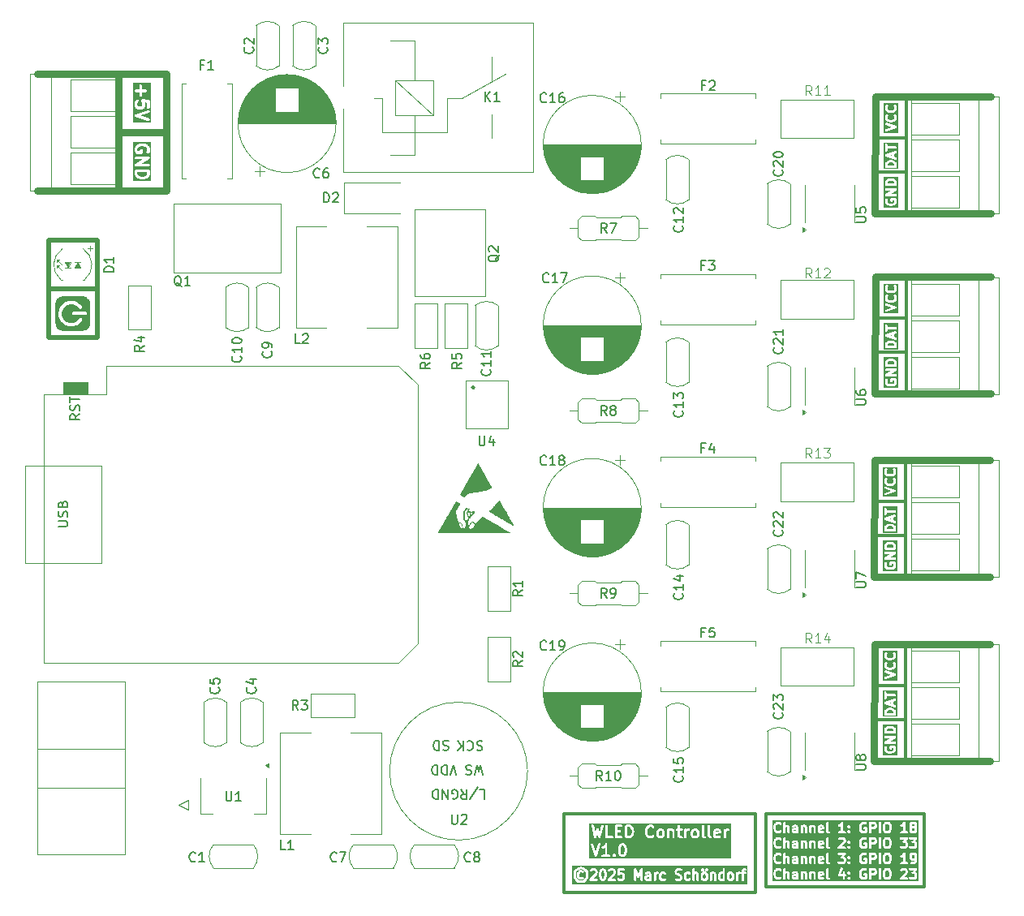
<source format=gbr>
%TF.GenerationSoftware,KiCad,Pcbnew,8.0.8*%
%TF.CreationDate,2025-02-03T05:11:34+01:00*%
%TF.ProjectId,WLEDController,574c4544-436f-46e7-9472-6f6c6c65722e,V1.0*%
%TF.SameCoordinates,Original*%
%TF.FileFunction,Legend,Top*%
%TF.FilePolarity,Positive*%
%FSLAX46Y46*%
G04 Gerber Fmt 4.6, Leading zero omitted, Abs format (unit mm)*
G04 Created by KiCad (PCBNEW 8.0.8) date 2025-02-03 05:11:34*
%MOMM*%
%LPD*%
G01*
G04 APERTURE LIST*
%ADD10C,0.100000*%
%ADD11C,0.500000*%
%ADD12C,0.300000*%
%ADD13C,0.800000*%
%ADD14C,0.250000*%
%ADD15C,0.150000*%
%ADD16C,0.200000*%
%ADD17C,0.120000*%
%ADD18C,0.000000*%
G04 APERTURE END LIST*
D10*
X99568000Y-76708000D02*
X100076000Y-76708000D01*
X99822000Y-76454000D02*
X99822000Y-76962000D01*
D11*
X95440000Y-81010000D02*
X100520000Y-81010000D01*
D12*
X184914000Y-99129000D02*
X184886000Y-111071000D01*
D11*
X95440000Y-86090000D02*
X95440000Y-81010000D01*
D12*
X181866000Y-125949000D02*
X184914000Y-125949000D01*
D13*
X181630000Y-118075000D02*
X181612000Y-130267000D01*
D12*
X169200000Y-135800000D02*
X169200000Y-144000000D01*
D11*
X95440000Y-86090000D02*
X100520000Y-86090000D01*
D12*
X185000000Y-80000000D02*
X184972000Y-91942000D01*
X184914000Y-118329000D02*
X184886000Y-130271000D01*
X169200000Y-144000000D02*
X149200000Y-144000000D01*
X181952000Y-65244000D02*
X185000000Y-65244000D01*
D13*
X181716000Y-60926000D02*
X193800000Y-60926000D01*
D12*
X181952000Y-68800000D02*
X185000000Y-68800000D01*
D13*
X181716000Y-79746000D02*
X193800000Y-79746000D01*
X181698000Y-73118000D02*
X193800000Y-73118000D01*
D12*
X181952000Y-84064000D02*
X185000000Y-84064000D01*
D13*
X181716000Y-79746000D02*
X181698000Y-91938000D01*
X181698000Y-91938000D02*
X193800000Y-91938000D01*
D12*
X149200000Y-135800000D02*
X169200000Y-135800000D01*
D11*
X95440000Y-81005000D02*
X95440000Y-75925000D01*
X100520000Y-81005000D02*
X95440000Y-81005000D01*
X100520000Y-81010000D02*
X100520000Y-86090000D01*
D12*
X170338000Y-135800000D02*
X170338000Y-143420000D01*
D13*
X107731001Y-70700000D02*
X94268999Y-70700000D01*
D12*
X149200000Y-144000000D02*
X149200000Y-135800000D01*
D13*
X181630000Y-118075000D02*
X193714000Y-118075000D01*
D12*
X181866000Y-103193000D02*
X184914000Y-103193000D01*
X170338000Y-143420000D02*
X186848000Y-143420000D01*
D13*
X107730999Y-58504000D02*
X107730999Y-70696000D01*
X102714499Y-58504000D02*
X102714499Y-70696000D01*
X181630000Y-98875000D02*
X181612000Y-111067000D01*
X181612000Y-130267000D02*
X193714000Y-130267000D01*
D12*
X186848000Y-135800000D02*
X170338000Y-135800000D01*
D13*
X181630000Y-98875000D02*
X193714000Y-98875000D01*
D12*
X181866000Y-122393000D02*
X184914000Y-122393000D01*
D13*
X181716000Y-60926000D02*
X181698000Y-73118000D01*
D12*
X181866000Y-106749000D02*
X184914000Y-106749000D01*
D13*
X181612000Y-111067000D02*
X193714000Y-111067000D01*
D12*
X186848000Y-143420000D02*
X186848000Y-135800000D01*
X181952000Y-87620000D02*
X185000000Y-87620000D01*
D11*
X100520000Y-75925000D02*
X100520000Y-81005000D01*
D13*
X94268999Y-58504000D02*
X107731001Y-58500000D01*
D11*
X95440000Y-75925000D02*
X100520000Y-75925000D01*
D12*
X185000000Y-61180000D02*
X184972000Y-73122000D01*
D13*
X102714499Y-64600000D02*
X107667499Y-64600000D01*
D14*
G36*
X184010019Y-102641411D02*
G01*
X182510019Y-102641411D01*
X182510019Y-101710093D01*
X182636001Y-101710093D01*
X182639458Y-101758742D01*
X182661270Y-101802367D01*
X182698116Y-101834322D01*
X182720491Y-101844312D01*
X183364735Y-102059060D01*
X182720491Y-102273808D01*
X182698116Y-102283798D01*
X182661270Y-102315753D01*
X182639458Y-102359378D01*
X182636001Y-102408027D01*
X182651424Y-102454296D01*
X182683379Y-102491142D01*
X182727004Y-102512954D01*
X182775653Y-102516411D01*
X182799547Y-102510978D01*
X183799547Y-102177646D01*
X183821922Y-102167655D01*
X183828669Y-102161803D01*
X183836658Y-102157809D01*
X183846924Y-102145971D01*
X183858768Y-102135700D01*
X183862763Y-102127708D01*
X183868614Y-102120963D01*
X183873569Y-102106098D01*
X183880580Y-102092076D01*
X183881213Y-102083165D01*
X183884037Y-102074694D01*
X183882926Y-102059060D01*
X183884037Y-102043426D01*
X183881213Y-102034954D01*
X183880580Y-102026044D01*
X183873569Y-102012022D01*
X183868614Y-101997157D01*
X183862763Y-101990411D01*
X183858768Y-101982420D01*
X183846924Y-101972148D01*
X183836658Y-101960311D01*
X183828669Y-101956316D01*
X183821922Y-101950465D01*
X183799547Y-101940474D01*
X182799547Y-101607142D01*
X182775653Y-101601709D01*
X182727004Y-101605166D01*
X182683379Y-101626978D01*
X182651424Y-101663824D01*
X182636001Y-101710093D01*
X182510019Y-101710093D01*
X182510019Y-101011441D01*
X182635019Y-101011441D01*
X182635019Y-101106679D01*
X182636234Y-101119022D01*
X182636001Y-101122313D01*
X182636985Y-101126642D01*
X182637421Y-101131065D01*
X182638684Y-101134116D01*
X182641434Y-101146207D01*
X182689052Y-101289064D01*
X182699043Y-101311439D01*
X182701986Y-101314832D01*
X182703705Y-101318982D01*
X182719250Y-101337924D01*
X182814488Y-101433162D01*
X182824073Y-101441028D01*
X182826237Y-101443523D01*
X182829998Y-101445890D01*
X182833430Y-101448707D01*
X182836477Y-101449969D01*
X182846974Y-101456577D01*
X182942212Y-101504196D01*
X182943997Y-101504879D01*
X182944722Y-101505416D01*
X182954951Y-101509071D01*
X182965098Y-101512954D01*
X182965997Y-101513017D01*
X182967797Y-101513661D01*
X183158273Y-101561280D01*
X183162502Y-101561905D01*
X183164204Y-101562610D01*
X183173383Y-101563514D01*
X183182513Y-101564864D01*
X183184335Y-101564592D01*
X183188590Y-101565012D01*
X183331447Y-101565012D01*
X183335701Y-101564592D01*
X183337523Y-101564864D01*
X183346651Y-101563514D01*
X183355833Y-101562610D01*
X183357534Y-101561905D01*
X183361764Y-101561280D01*
X183552240Y-101513661D01*
X183554039Y-101513017D01*
X183554939Y-101512954D01*
X183565085Y-101509071D01*
X183575315Y-101505416D01*
X183576039Y-101504879D01*
X183577825Y-101504196D01*
X183673062Y-101456578D01*
X183683556Y-101449971D01*
X183686607Y-101448708D01*
X183690043Y-101445887D01*
X183693800Y-101443523D01*
X183695960Y-101441031D01*
X183705549Y-101433163D01*
X183800788Y-101337925D01*
X183816333Y-101318983D01*
X183818052Y-101314831D01*
X183820995Y-101311439D01*
X183830985Y-101289064D01*
X183878604Y-101146208D01*
X183881353Y-101134114D01*
X183882617Y-101131065D01*
X183883052Y-101126643D01*
X183884037Y-101122314D01*
X183883803Y-101119022D01*
X183885019Y-101106679D01*
X183885019Y-101011441D01*
X183883803Y-100999097D01*
X183884037Y-100995806D01*
X183883052Y-100991476D01*
X183882617Y-100987055D01*
X183881353Y-100984005D01*
X183878604Y-100971912D01*
X183830985Y-100829056D01*
X183820995Y-100806681D01*
X183818053Y-100803289D01*
X183816333Y-100799136D01*
X183800787Y-100780195D01*
X183753167Y-100732576D01*
X183734225Y-100717031D01*
X183689165Y-100698367D01*
X183640392Y-100698367D01*
X183595333Y-100717032D01*
X183560846Y-100751520D01*
X183542182Y-100796580D01*
X183542182Y-100845353D01*
X183560847Y-100890412D01*
X183576393Y-100909354D01*
X183603146Y-100936107D01*
X183635019Y-101031726D01*
X183635019Y-101086393D01*
X183603146Y-101182011D01*
X183543115Y-101242042D01*
X183478296Y-101274452D01*
X183316058Y-101315012D01*
X183203979Y-101315012D01*
X183041742Y-101274452D01*
X182976919Y-101242041D01*
X182916891Y-101182013D01*
X182885019Y-101086395D01*
X182885019Y-101031724D01*
X182916891Y-100936106D01*
X182943645Y-100909354D01*
X182959190Y-100890412D01*
X182977855Y-100845352D01*
X182977855Y-100796579D01*
X182959190Y-100751519D01*
X182924703Y-100717032D01*
X182879643Y-100698367D01*
X182830870Y-100698367D01*
X182785810Y-100717032D01*
X182766868Y-100732577D01*
X182719250Y-100780196D01*
X182703705Y-100799138D01*
X182701986Y-100803287D01*
X182699043Y-100806681D01*
X182689052Y-100829056D01*
X182641434Y-100971913D01*
X182638684Y-100984003D01*
X182637421Y-100987055D01*
X182636985Y-100991477D01*
X182636001Y-100995807D01*
X182636234Y-100999097D01*
X182635019Y-101011441D01*
X182510019Y-101011441D01*
X182510019Y-100011441D01*
X182635019Y-100011441D01*
X182635019Y-100106679D01*
X182636234Y-100119022D01*
X182636001Y-100122313D01*
X182636985Y-100126642D01*
X182637421Y-100131065D01*
X182638684Y-100134116D01*
X182641434Y-100146207D01*
X182689052Y-100289064D01*
X182699043Y-100311439D01*
X182701986Y-100314832D01*
X182703705Y-100318982D01*
X182719250Y-100337924D01*
X182814488Y-100433162D01*
X182824073Y-100441028D01*
X182826237Y-100443523D01*
X182829998Y-100445890D01*
X182833430Y-100448707D01*
X182836477Y-100449969D01*
X182846974Y-100456577D01*
X182942212Y-100504196D01*
X182943997Y-100504879D01*
X182944722Y-100505416D01*
X182954951Y-100509071D01*
X182965098Y-100512954D01*
X182965997Y-100513017D01*
X182967797Y-100513661D01*
X183158273Y-100561280D01*
X183162502Y-100561905D01*
X183164204Y-100562610D01*
X183173383Y-100563514D01*
X183182513Y-100564864D01*
X183184335Y-100564592D01*
X183188590Y-100565012D01*
X183331447Y-100565012D01*
X183335701Y-100564592D01*
X183337523Y-100564864D01*
X183346651Y-100563514D01*
X183355833Y-100562610D01*
X183357534Y-100561905D01*
X183361764Y-100561280D01*
X183552240Y-100513661D01*
X183554039Y-100513017D01*
X183554939Y-100512954D01*
X183565085Y-100509071D01*
X183575315Y-100505416D01*
X183576039Y-100504879D01*
X183577825Y-100504196D01*
X183673062Y-100456578D01*
X183683556Y-100449971D01*
X183686607Y-100448708D01*
X183690043Y-100445887D01*
X183693800Y-100443523D01*
X183695960Y-100441031D01*
X183705549Y-100433163D01*
X183800788Y-100337925D01*
X183816333Y-100318983D01*
X183818052Y-100314831D01*
X183820995Y-100311439D01*
X183830985Y-100289064D01*
X183878604Y-100146208D01*
X183881353Y-100134114D01*
X183882617Y-100131065D01*
X183883052Y-100126643D01*
X183884037Y-100122314D01*
X183883803Y-100119022D01*
X183885019Y-100106679D01*
X183885019Y-100011441D01*
X183883803Y-99999097D01*
X183884037Y-99995806D01*
X183883052Y-99991476D01*
X183882617Y-99987055D01*
X183881353Y-99984005D01*
X183878604Y-99971912D01*
X183830985Y-99829056D01*
X183820995Y-99806681D01*
X183818053Y-99803289D01*
X183816333Y-99799136D01*
X183800787Y-99780195D01*
X183753167Y-99732576D01*
X183734225Y-99717031D01*
X183689165Y-99698367D01*
X183640392Y-99698367D01*
X183595333Y-99717032D01*
X183560846Y-99751520D01*
X183542182Y-99796580D01*
X183542182Y-99845353D01*
X183560847Y-99890412D01*
X183576393Y-99909354D01*
X183603146Y-99936107D01*
X183635019Y-100031726D01*
X183635019Y-100086393D01*
X183603146Y-100182011D01*
X183543115Y-100242042D01*
X183478296Y-100274452D01*
X183316058Y-100315012D01*
X183203979Y-100315012D01*
X183041742Y-100274452D01*
X182976919Y-100242041D01*
X182916891Y-100182013D01*
X182885019Y-100086395D01*
X182885019Y-100031724D01*
X182916891Y-99936106D01*
X182943645Y-99909354D01*
X182959190Y-99890412D01*
X182977855Y-99845352D01*
X182977855Y-99796579D01*
X182959190Y-99751519D01*
X182924703Y-99717032D01*
X182879643Y-99698367D01*
X182830870Y-99698367D01*
X182785810Y-99717032D01*
X182766868Y-99732577D01*
X182719250Y-99780196D01*
X182703705Y-99799138D01*
X182701986Y-99803287D01*
X182699043Y-99806681D01*
X182689052Y-99829056D01*
X182641434Y-99971913D01*
X182638684Y-99984003D01*
X182637421Y-99987055D01*
X182636985Y-99991477D01*
X182636001Y-99995807D01*
X182636234Y-99999097D01*
X182635019Y-100011441D01*
X182510019Y-100011441D01*
X182510019Y-99573367D01*
X184010019Y-99573367D01*
X184010019Y-102641411D01*
G37*
G36*
X183564296Y-88541048D02*
G01*
X183629115Y-88573458D01*
X183689146Y-88633489D01*
X183721019Y-88729107D01*
X183721019Y-88821917D01*
X182971019Y-88821917D01*
X182971019Y-88729105D01*
X183002891Y-88633487D01*
X183062919Y-88573459D01*
X183127742Y-88541048D01*
X183289979Y-88500489D01*
X183402058Y-88500489D01*
X183564296Y-88541048D01*
G37*
G36*
X184096019Y-91292155D02*
G01*
X182596019Y-91292155D01*
X182596019Y-90565965D01*
X182721019Y-90565965D01*
X182721019Y-90708822D01*
X182722234Y-90721165D01*
X182722001Y-90724456D01*
X182722985Y-90728785D01*
X182723421Y-90733208D01*
X182724684Y-90736259D01*
X182727434Y-90748350D01*
X182775052Y-90891207D01*
X182785043Y-90913582D01*
X182787986Y-90916975D01*
X182789705Y-90921125D01*
X182805250Y-90940067D01*
X182900488Y-91035305D01*
X182910073Y-91043171D01*
X182912237Y-91045666D01*
X182915998Y-91048033D01*
X182919430Y-91050850D01*
X182922477Y-91052112D01*
X182932974Y-91058720D01*
X183028212Y-91106339D01*
X183029997Y-91107022D01*
X183030722Y-91107559D01*
X183040951Y-91111214D01*
X183051098Y-91115097D01*
X183051997Y-91115160D01*
X183053797Y-91115804D01*
X183244273Y-91163423D01*
X183248502Y-91164048D01*
X183250204Y-91164753D01*
X183259383Y-91165657D01*
X183268513Y-91167007D01*
X183270335Y-91166735D01*
X183274590Y-91167155D01*
X183417447Y-91167155D01*
X183421701Y-91166735D01*
X183423523Y-91167007D01*
X183432651Y-91165657D01*
X183441833Y-91164753D01*
X183443534Y-91164048D01*
X183447764Y-91163423D01*
X183638240Y-91115804D01*
X183640039Y-91115160D01*
X183640939Y-91115097D01*
X183651085Y-91111214D01*
X183661315Y-91107559D01*
X183662039Y-91107022D01*
X183663825Y-91106339D01*
X183759062Y-91058721D01*
X183769556Y-91052114D01*
X183772607Y-91050851D01*
X183776043Y-91048030D01*
X183779800Y-91045666D01*
X183781960Y-91043174D01*
X183791549Y-91035306D01*
X183886788Y-90940068D01*
X183902333Y-90921126D01*
X183904052Y-90916974D01*
X183906995Y-90913582D01*
X183916985Y-90891207D01*
X183964604Y-90748351D01*
X183967353Y-90736257D01*
X183968617Y-90733208D01*
X183969052Y-90728786D01*
X183970037Y-90724457D01*
X183969803Y-90721165D01*
X183971019Y-90708822D01*
X183971019Y-90613584D01*
X183969803Y-90601240D01*
X183970037Y-90597949D01*
X183969052Y-90593619D01*
X183968617Y-90589198D01*
X183967353Y-90586148D01*
X183964604Y-90574055D01*
X183916985Y-90431199D01*
X183906995Y-90408824D01*
X183904053Y-90405432D01*
X183902333Y-90401279D01*
X183886787Y-90382338D01*
X183839167Y-90334719D01*
X183820230Y-90319178D01*
X183820226Y-90319174D01*
X183775166Y-90300510D01*
X183750780Y-90298108D01*
X183417447Y-90298108D01*
X183393061Y-90300510D01*
X183348001Y-90319174D01*
X183313513Y-90353662D01*
X183294849Y-90398722D01*
X183292447Y-90423108D01*
X183292447Y-90613584D01*
X183294849Y-90637970D01*
X183313513Y-90683030D01*
X183348001Y-90717518D01*
X183393061Y-90736182D01*
X183441833Y-90736182D01*
X183486893Y-90717518D01*
X183521381Y-90683030D01*
X183540045Y-90637970D01*
X183542447Y-90613584D01*
X183542447Y-90548108D01*
X183692432Y-90548108D01*
X183721019Y-90633869D01*
X183721019Y-90688536D01*
X183689146Y-90784154D01*
X183629115Y-90844185D01*
X183564296Y-90876595D01*
X183402058Y-90917155D01*
X183289979Y-90917155D01*
X183127742Y-90876595D01*
X183062919Y-90844184D01*
X183002891Y-90784156D01*
X182971019Y-90688538D01*
X182971019Y-90595473D01*
X183005441Y-90526629D01*
X183014199Y-90503743D01*
X183017656Y-90455094D01*
X183002233Y-90408823D01*
X182970277Y-90371978D01*
X182926654Y-90350167D01*
X182878004Y-90346709D01*
X182831734Y-90362132D01*
X182794889Y-90394088D01*
X182781834Y-90414826D01*
X182734216Y-90510063D01*
X182725458Y-90532949D01*
X182725139Y-90537430D01*
X182723421Y-90541579D01*
X182721019Y-90565965D01*
X182596019Y-90565965D01*
X182596019Y-89985806D01*
X182721324Y-89985806D01*
X182723421Y-90002300D01*
X182723421Y-90018922D01*
X182726469Y-90026282D01*
X182727475Y-90034189D01*
X182735723Y-90048623D01*
X182742085Y-90063982D01*
X182747719Y-90069616D01*
X182751673Y-90076535D01*
X182764817Y-90086714D01*
X182776573Y-90098470D01*
X182783933Y-90101518D01*
X182790234Y-90106398D01*
X182806275Y-90110772D01*
X182821633Y-90117134D01*
X182834104Y-90118362D01*
X182837289Y-90119231D01*
X182839748Y-90118918D01*
X182846019Y-90119536D01*
X183846019Y-90119536D01*
X183870405Y-90117134D01*
X183915465Y-90098470D01*
X183949953Y-90063982D01*
X183968617Y-90018922D01*
X183968617Y-89970150D01*
X183949953Y-89925090D01*
X183915465Y-89890602D01*
X183870405Y-89871938D01*
X183846019Y-89869536D01*
X183316714Y-89869536D01*
X183908036Y-89531638D01*
X183913173Y-89527991D01*
X183915465Y-89527042D01*
X183917799Y-89524707D01*
X183928018Y-89517454D01*
X183938197Y-89504309D01*
X183949953Y-89492554D01*
X183953001Y-89485193D01*
X183957881Y-89478893D01*
X183962255Y-89462851D01*
X183968617Y-89447494D01*
X183968617Y-89439527D01*
X183970714Y-89431838D01*
X183968617Y-89415343D01*
X183968617Y-89398722D01*
X183965568Y-89391361D01*
X183964563Y-89383455D01*
X183956314Y-89369020D01*
X183949953Y-89353662D01*
X183944318Y-89348027D01*
X183940365Y-89341109D01*
X183927220Y-89330929D01*
X183915465Y-89319174D01*
X183908104Y-89316125D01*
X183901804Y-89311246D01*
X183885761Y-89306870D01*
X183870405Y-89300510D01*
X183857935Y-89299281D01*
X183854750Y-89298413D01*
X183852290Y-89298725D01*
X183846019Y-89298108D01*
X182846019Y-89298108D01*
X182821633Y-89300510D01*
X182776573Y-89319174D01*
X182742085Y-89353662D01*
X182723421Y-89398722D01*
X182723421Y-89447494D01*
X182742085Y-89492554D01*
X182776573Y-89527042D01*
X182821633Y-89545706D01*
X182846019Y-89548108D01*
X183375323Y-89548108D01*
X182784002Y-89886006D01*
X182778864Y-89889652D01*
X182776573Y-89890602D01*
X182774238Y-89892936D01*
X182764020Y-89900190D01*
X182753840Y-89913334D01*
X182742085Y-89925090D01*
X182739036Y-89932450D01*
X182734157Y-89938751D01*
X182729782Y-89954792D01*
X182723421Y-89970150D01*
X182723421Y-89978116D01*
X182721324Y-89985806D01*
X182596019Y-89985806D01*
X182596019Y-88708822D01*
X182721019Y-88708822D01*
X182721019Y-88946917D01*
X182723421Y-88971303D01*
X182742085Y-89016363D01*
X182776573Y-89050851D01*
X182821633Y-89069515D01*
X182846019Y-89071917D01*
X183846019Y-89071917D01*
X183870405Y-89069515D01*
X183915465Y-89050851D01*
X183949953Y-89016363D01*
X183968617Y-88971303D01*
X183971019Y-88946917D01*
X183971019Y-88708822D01*
X183969803Y-88696478D01*
X183970037Y-88693187D01*
X183969052Y-88688857D01*
X183968617Y-88684436D01*
X183967353Y-88681386D01*
X183964604Y-88669293D01*
X183916985Y-88526437D01*
X183906995Y-88504062D01*
X183904052Y-88500669D01*
X183902333Y-88496518D01*
X183886788Y-88477576D01*
X183791549Y-88382338D01*
X183781960Y-88374469D01*
X183779800Y-88371978D01*
X183776043Y-88369613D01*
X183772607Y-88366793D01*
X183769556Y-88365529D01*
X183759062Y-88358923D01*
X183663825Y-88311305D01*
X183662039Y-88310621D01*
X183661315Y-88310085D01*
X183651085Y-88306429D01*
X183640939Y-88302547D01*
X183640039Y-88302483D01*
X183638240Y-88301840D01*
X183447764Y-88254221D01*
X183443534Y-88253595D01*
X183441833Y-88252891D01*
X183432651Y-88251986D01*
X183423523Y-88250637D01*
X183421701Y-88250908D01*
X183417447Y-88250489D01*
X183274590Y-88250489D01*
X183270335Y-88250908D01*
X183268513Y-88250637D01*
X183259383Y-88251986D01*
X183250204Y-88252891D01*
X183248502Y-88253595D01*
X183244273Y-88254221D01*
X183053797Y-88301840D01*
X183051997Y-88302483D01*
X183051098Y-88302547D01*
X183040951Y-88306429D01*
X183030722Y-88310085D01*
X183029997Y-88310621D01*
X183028212Y-88311305D01*
X182932974Y-88358924D01*
X182922477Y-88365531D01*
X182919430Y-88366794D01*
X182915998Y-88369610D01*
X182912237Y-88371978D01*
X182910073Y-88374472D01*
X182900488Y-88382339D01*
X182805250Y-88477577D01*
X182789705Y-88496519D01*
X182787986Y-88500668D01*
X182785043Y-88504062D01*
X182775052Y-88526437D01*
X182727434Y-88669294D01*
X182724684Y-88681384D01*
X182723421Y-88684436D01*
X182722985Y-88688858D01*
X182722001Y-88693188D01*
X182722234Y-88696478D01*
X182721019Y-88708822D01*
X182596019Y-88708822D01*
X182596019Y-88125489D01*
X184096019Y-88125489D01*
X184096019Y-91292155D01*
G37*
G36*
X151193209Y-141564718D02*
G01*
X151385973Y-141691941D01*
X151504281Y-141908841D01*
X151544232Y-142128571D01*
X151504281Y-142348300D01*
X151385973Y-142565198D01*
X151193209Y-142692423D01*
X151004615Y-142733914D01*
X150816021Y-142692423D01*
X150623257Y-142565199D01*
X150504949Y-142348299D01*
X150464998Y-142128571D01*
X150484046Y-142023809D01*
X150546282Y-142023809D01*
X150546282Y-142233333D01*
X150548684Y-142257719D01*
X150549508Y-142259710D01*
X150549582Y-142261864D01*
X150557486Y-142285058D01*
X150605105Y-142389821D01*
X150610676Y-142399443D01*
X150611782Y-142402519D01*
X150614826Y-142406610D01*
X150617383Y-142411027D01*
X150619772Y-142413259D01*
X150626408Y-142422179D01*
X150721647Y-142526941D01*
X150731647Y-142535977D01*
X150733689Y-142538527D01*
X150736920Y-142540742D01*
X150739828Y-142543370D01*
X150742782Y-142544761D01*
X150753899Y-142552384D01*
X150849137Y-142604765D01*
X150871662Y-142614412D01*
X150878569Y-142615175D01*
X150884991Y-142617836D01*
X150909377Y-142620238D01*
X151099853Y-142620238D01*
X151124239Y-142617836D01*
X151130658Y-142615177D01*
X151137567Y-142614413D01*
X151160092Y-142604765D01*
X151255331Y-142552384D01*
X151275541Y-142538528D01*
X151306029Y-142500459D01*
X151319628Y-142453620D01*
X151314266Y-142405143D01*
X151290762Y-142362408D01*
X151252693Y-142331920D01*
X151205854Y-142318321D01*
X151157377Y-142323683D01*
X151134852Y-142333330D01*
X151067747Y-142370238D01*
X150941484Y-142370238D01*
X150892625Y-142343365D01*
X150824582Y-142268518D01*
X150796282Y-142206256D01*
X150796282Y-142050885D01*
X150824582Y-141988623D01*
X150892625Y-141913776D01*
X150941484Y-141886904D01*
X151067747Y-141886904D01*
X151134852Y-141923812D01*
X151157377Y-141933459D01*
X151205854Y-141938821D01*
X151252693Y-141925222D01*
X151290762Y-141894734D01*
X151314266Y-141851999D01*
X151319628Y-141803522D01*
X151306029Y-141756683D01*
X151275541Y-141718614D01*
X151255331Y-141704758D01*
X151160092Y-141652377D01*
X151137567Y-141642729D01*
X151130658Y-141641964D01*
X151124239Y-141639306D01*
X151099853Y-141636904D01*
X150909377Y-141636904D01*
X150884991Y-141639306D01*
X150878569Y-141641966D01*
X150871662Y-141642730D01*
X150849137Y-141652377D01*
X150753899Y-141704758D01*
X150742782Y-141712380D01*
X150739828Y-141713772D01*
X150736920Y-141716399D01*
X150733689Y-141718615D01*
X150731647Y-141721164D01*
X150721647Y-141730201D01*
X150626408Y-141834963D01*
X150619772Y-141843882D01*
X150617383Y-141846115D01*
X150614826Y-141850531D01*
X150611782Y-141854623D01*
X150610676Y-141857698D01*
X150605105Y-141867321D01*
X150557486Y-141972084D01*
X150549582Y-141995278D01*
X150549508Y-141997431D01*
X150548684Y-141999423D01*
X150546282Y-142023809D01*
X150484046Y-142023809D01*
X150504949Y-141908840D01*
X150623257Y-141691941D01*
X150816021Y-141564718D01*
X151004615Y-141523227D01*
X151193209Y-141564718D01*
G37*
G36*
X153354701Y-141704252D02*
G01*
X153375123Y-141726716D01*
X153409356Y-141802030D01*
X153451044Y-141985454D01*
X153451044Y-142219306D01*
X153409356Y-142402730D01*
X153375123Y-142478044D01*
X153354700Y-142500508D01*
X153305843Y-142527380D01*
X153274817Y-142527380D01*
X153225959Y-142500509D01*
X153205535Y-142478042D01*
X153171303Y-142402732D01*
X153129616Y-142219305D01*
X153129616Y-141985455D01*
X153171303Y-141802028D01*
X153205535Y-141726718D01*
X153225959Y-141704252D01*
X153274818Y-141677380D01*
X153305842Y-141677380D01*
X153354701Y-141704252D01*
G37*
G36*
X158117711Y-142526090D02*
G01*
X158115367Y-142527380D01*
X157941484Y-142527380D01*
X157910756Y-142510480D01*
X157891521Y-142468161D01*
X157891521Y-142417552D01*
X157910756Y-142375233D01*
X157941485Y-142358333D01*
X158117711Y-142358333D01*
X158117711Y-142526090D01*
G37*
G36*
X163973750Y-142070919D02*
G01*
X163994172Y-142093383D01*
X164022474Y-142155647D01*
X164022474Y-142415780D01*
X163994172Y-142478044D01*
X163973749Y-142500508D01*
X163924892Y-142527380D01*
X163846247Y-142527380D01*
X163797389Y-142500509D01*
X163776965Y-142478042D01*
X163748665Y-142415780D01*
X163748665Y-142155647D01*
X163776965Y-142093385D01*
X163797389Y-142070919D01*
X163846248Y-142044047D01*
X163924891Y-142044047D01*
X163973750Y-142070919D01*
G37*
G36*
X165784379Y-142045336D02*
G01*
X165784379Y-142526090D01*
X165782035Y-142527380D01*
X165655771Y-142527380D01*
X165606913Y-142500509D01*
X165586489Y-142478042D01*
X165558189Y-142415780D01*
X165558189Y-142155647D01*
X165586489Y-142093385D01*
X165606913Y-142070919D01*
X165655772Y-142044047D01*
X165782034Y-142044047D01*
X165784379Y-142045336D01*
G37*
G36*
X166688036Y-142070919D02*
G01*
X166708458Y-142093383D01*
X166736760Y-142155647D01*
X166736760Y-142415780D01*
X166708458Y-142478044D01*
X166688035Y-142500508D01*
X166639178Y-142527380D01*
X166560533Y-142527380D01*
X166511675Y-142500509D01*
X166491251Y-142478042D01*
X166462951Y-142415780D01*
X166462951Y-142155647D01*
X166491251Y-142093385D01*
X166511675Y-142070919D01*
X166560534Y-142044047D01*
X166639177Y-142044047D01*
X166688036Y-142070919D01*
G37*
G36*
X168395073Y-143111878D02*
G01*
X150087966Y-143111878D01*
X150087966Y-142126509D01*
X150212966Y-142126509D01*
X150213134Y-142128571D01*
X150212966Y-142130633D01*
X150213509Y-142133146D01*
X150214965Y-142150932D01*
X150262584Y-142412837D01*
X150265911Y-142424495D01*
X150266263Y-142427774D01*
X150268051Y-142431990D01*
X150269310Y-142436400D01*
X150271098Y-142439174D01*
X150275831Y-142450333D01*
X150418688Y-142712237D01*
X150432474Y-142732495D01*
X150437163Y-142736278D01*
X150440540Y-142741269D01*
X150459570Y-142756706D01*
X150697664Y-142913849D01*
X150714538Y-142922745D01*
X150716362Y-142924018D01*
X150717904Y-142924520D01*
X150719340Y-142925277D01*
X150721523Y-142925698D01*
X150739662Y-142931604D01*
X150977757Y-142983985D01*
X151002090Y-142986878D01*
X151004615Y-142986428D01*
X151007140Y-142986878D01*
X151031473Y-142983985D01*
X151269569Y-142931604D01*
X151287708Y-142925698D01*
X151289890Y-142925277D01*
X151291323Y-142924521D01*
X151292869Y-142924018D01*
X151294695Y-142922743D01*
X151311566Y-142913849D01*
X151549661Y-142756706D01*
X151568691Y-142741269D01*
X151572067Y-142736277D01*
X151576757Y-142732495D01*
X151590543Y-142712237D01*
X151633298Y-142633852D01*
X151880997Y-142633852D01*
X151882018Y-142655292D01*
X151882018Y-142676766D01*
X151883173Y-142679555D01*
X151883317Y-142682571D01*
X151892466Y-142701991D01*
X151900682Y-142721826D01*
X151902816Y-142723960D01*
X151904103Y-142726691D01*
X151919986Y-142741130D01*
X151935170Y-142756314D01*
X151937959Y-142757469D01*
X151940192Y-142759499D01*
X151960392Y-142766761D01*
X151980230Y-142774978D01*
X151984386Y-142775387D01*
X151986088Y-142775999D01*
X151989126Y-142775854D01*
X152004616Y-142777380D01*
X152623663Y-142777380D01*
X152648049Y-142774978D01*
X152693109Y-142756314D01*
X152727597Y-142721826D01*
X152746261Y-142676766D01*
X152746261Y-142627994D01*
X152727597Y-142582934D01*
X152693109Y-142548446D01*
X152648049Y-142529782D01*
X152623663Y-142527380D01*
X152287185Y-142527380D01*
X152668537Y-142107893D01*
X152683163Y-142088233D01*
X152684254Y-142085195D01*
X152686301Y-142082701D01*
X152695672Y-142060060D01*
X152722530Y-141971428D01*
X152879616Y-141971428D01*
X152879616Y-142233333D01*
X152879844Y-142235654D01*
X152879662Y-142236724D01*
X152880983Y-142247217D01*
X152882018Y-142257719D01*
X152882432Y-142258718D01*
X152882724Y-142261036D01*
X152930343Y-142470559D01*
X152930525Y-142471106D01*
X152930535Y-142471388D01*
X152934340Y-142482554D01*
X152938090Y-142493807D01*
X152938253Y-142494038D01*
X152938439Y-142494582D01*
X152986058Y-142599345D01*
X152991629Y-142608967D01*
X152992735Y-142612043D01*
X152995779Y-142616134D01*
X152998336Y-142620551D01*
X153000725Y-142622783D01*
X153007361Y-142631703D01*
X153054981Y-142684084D01*
X153064982Y-142693121D01*
X153067024Y-142695671D01*
X153070255Y-142697886D01*
X153073162Y-142700513D01*
X153076117Y-142701905D01*
X153087234Y-142709527D01*
X153182472Y-142761907D01*
X153204997Y-142771555D01*
X153211905Y-142772318D01*
X153218325Y-142774978D01*
X153242711Y-142777380D01*
X153337949Y-142777380D01*
X153362335Y-142774978D01*
X153368754Y-142772318D01*
X153375663Y-142771555D01*
X153398188Y-142761907D01*
X153493426Y-142709527D01*
X153504547Y-142701902D01*
X153507498Y-142700512D01*
X153510401Y-142697888D01*
X153513636Y-142695671D01*
X153515678Y-142693120D01*
X153525680Y-142684084D01*
X153571345Y-142633852D01*
X153785759Y-142633852D01*
X153786780Y-142655292D01*
X153786780Y-142676766D01*
X153787935Y-142679555D01*
X153788079Y-142682571D01*
X153797228Y-142701991D01*
X153805444Y-142721826D01*
X153807578Y-142723960D01*
X153808865Y-142726691D01*
X153824748Y-142741130D01*
X153839932Y-142756314D01*
X153842721Y-142757469D01*
X153844954Y-142759499D01*
X153865154Y-142766761D01*
X153884992Y-142774978D01*
X153889148Y-142775387D01*
X153890850Y-142775999D01*
X153893888Y-142775854D01*
X153909378Y-142777380D01*
X154528425Y-142777380D01*
X154552811Y-142774978D01*
X154597871Y-142756314D01*
X154632359Y-142721826D01*
X154651023Y-142676766D01*
X154651023Y-142627994D01*
X154632359Y-142582934D01*
X154597871Y-142548446D01*
X154552811Y-142529782D01*
X154528425Y-142527380D01*
X154191947Y-142527380D01*
X154573299Y-142107893D01*
X154587925Y-142088233D01*
X154589016Y-142085195D01*
X154591063Y-142082701D01*
X154598442Y-142064873D01*
X154784891Y-142064873D01*
X154785076Y-142089376D01*
X154787664Y-142097685D01*
X154788079Y-142106381D01*
X154794855Y-142120763D01*
X154799584Y-142135941D01*
X154805157Y-142142629D01*
X154808866Y-142150501D01*
X154820625Y-142161191D01*
X154830807Y-142173410D01*
X154838516Y-142177456D01*
X154844954Y-142183309D01*
X154859913Y-142188686D01*
X154873993Y-142196077D01*
X154882660Y-142196864D01*
X154890850Y-142199809D01*
X154906730Y-142199052D01*
X154922564Y-142200492D01*
X154930873Y-142197903D01*
X154939569Y-142197489D01*
X154953951Y-142190712D01*
X154969129Y-142185984D01*
X154975817Y-142180410D01*
X154983689Y-142176702D01*
X155001871Y-142160274D01*
X155035483Y-142123300D01*
X155084342Y-142096428D01*
X155258223Y-142096428D01*
X155307082Y-142123300D01*
X155327504Y-142145764D01*
X155355806Y-142208028D01*
X155355806Y-142415780D01*
X155327504Y-142478044D01*
X155307081Y-142500508D01*
X155258224Y-142527380D01*
X155084341Y-142527380D01*
X155035483Y-142500509D01*
X155001871Y-142463535D01*
X154983689Y-142447107D01*
X154939569Y-142426320D01*
X154890850Y-142424000D01*
X154844954Y-142440500D01*
X154808866Y-142473308D01*
X154788079Y-142517428D01*
X154785759Y-142566147D01*
X154802259Y-142612043D01*
X154816885Y-142631703D01*
X154864505Y-142684084D01*
X154874506Y-142693121D01*
X154876548Y-142695671D01*
X154879779Y-142697886D01*
X154882686Y-142700513D01*
X154885641Y-142701905D01*
X154896758Y-142709527D01*
X154991996Y-142761907D01*
X155014521Y-142771555D01*
X155021429Y-142772318D01*
X155027849Y-142774978D01*
X155052235Y-142777380D01*
X155290330Y-142777380D01*
X155314716Y-142774978D01*
X155321135Y-142772318D01*
X155328044Y-142771555D01*
X155350569Y-142761907D01*
X155445807Y-142709527D01*
X155456928Y-142701902D01*
X155459879Y-142700512D01*
X155462782Y-142697888D01*
X155466017Y-142695671D01*
X155468059Y-142693120D01*
X155478061Y-142684084D01*
X155525680Y-142631703D01*
X155532315Y-142622783D01*
X155534705Y-142620551D01*
X155537261Y-142616135D01*
X155540306Y-142612043D01*
X155541412Y-142608965D01*
X155546983Y-142599344D01*
X155594602Y-142494582D01*
X155602506Y-142471388D01*
X155602579Y-142469234D01*
X155603404Y-142467243D01*
X155605806Y-142442857D01*
X155605806Y-142180952D01*
X155603404Y-142156566D01*
X155602579Y-142154574D01*
X155602506Y-142152421D01*
X155594602Y-142129227D01*
X155546983Y-142024465D01*
X155541412Y-142014843D01*
X155540306Y-142011766D01*
X155537261Y-142007673D01*
X155534705Y-142003258D01*
X155532315Y-142001025D01*
X155525680Y-141992106D01*
X155478061Y-141939725D01*
X155468056Y-141930685D01*
X155466017Y-141928139D01*
X155462785Y-141925923D01*
X155459879Y-141923297D01*
X155456927Y-141921906D01*
X155445808Y-141914282D01*
X155350570Y-141861901D01*
X155328045Y-141852254D01*
X155321138Y-141851490D01*
X155314716Y-141848830D01*
X155290330Y-141846428D01*
X155055781Y-141846428D01*
X155071149Y-141677380D01*
X155433187Y-141677380D01*
X155457573Y-141674978D01*
X155502633Y-141656314D01*
X155537121Y-141621826D01*
X155555785Y-141576766D01*
X155555785Y-141552380D01*
X156546283Y-141552380D01*
X156546283Y-142652380D01*
X156548685Y-142676766D01*
X156567349Y-142721826D01*
X156601837Y-142756314D01*
X156646897Y-142774978D01*
X156695669Y-142774978D01*
X156740729Y-142756314D01*
X156775217Y-142721826D01*
X156793881Y-142676766D01*
X156796283Y-142652380D01*
X156796283Y-142167086D01*
X156889543Y-142386914D01*
X156899472Y-142405114D01*
X156900094Y-142406653D01*
X156900582Y-142407149D01*
X156901278Y-142408425D01*
X156917922Y-142424788D01*
X156934286Y-142441433D01*
X156935284Y-142441856D01*
X156936058Y-142442617D01*
X156957711Y-142451370D01*
X156979185Y-142460480D01*
X156980268Y-142460489D01*
X156981277Y-142460897D01*
X157004616Y-142460697D01*
X157027955Y-142460897D01*
X157028963Y-142460489D01*
X157030047Y-142460480D01*
X157051520Y-142451370D01*
X157073174Y-142442617D01*
X157073947Y-142441856D01*
X157074946Y-142441433D01*
X157091309Y-142424788D01*
X157107954Y-142408425D01*
X157108649Y-142407149D01*
X157109138Y-142406653D01*
X157109759Y-142405114D01*
X157119689Y-142386914D01*
X157212949Y-142167086D01*
X157212949Y-142652380D01*
X157215351Y-142676766D01*
X157234015Y-142721826D01*
X157268503Y-142756314D01*
X157313563Y-142774978D01*
X157362335Y-142774978D01*
X157407395Y-142756314D01*
X157441883Y-142721826D01*
X157460547Y-142676766D01*
X157462949Y-142652380D01*
X157462949Y-142390476D01*
X157641521Y-142390476D01*
X157641521Y-142495238D01*
X157643923Y-142519624D01*
X157644747Y-142521615D01*
X157644821Y-142523769D01*
X157652725Y-142546963D01*
X157700344Y-142651726D01*
X157702656Y-142655720D01*
X157703203Y-142657602D01*
X157705163Y-142660049D01*
X157712622Y-142672932D01*
X157723977Y-142683542D01*
X157733691Y-142695671D01*
X157745963Y-142704084D01*
X157748259Y-142706230D01*
X157750097Y-142706919D01*
X157753901Y-142709527D01*
X157849139Y-142761907D01*
X157871664Y-142771555D01*
X157878572Y-142772318D01*
X157884992Y-142774978D01*
X157909378Y-142777380D01*
X158147473Y-142777380D01*
X158171859Y-142774978D01*
X158178278Y-142772318D01*
X158185187Y-142771555D01*
X158197415Y-142766317D01*
X158218325Y-142774978D01*
X158267097Y-142774978D01*
X158312157Y-142756314D01*
X158346645Y-142721826D01*
X158365309Y-142676766D01*
X158367711Y-142652380D01*
X158367711Y-142076190D01*
X158365309Y-142051804D01*
X158364484Y-142049812D01*
X158364411Y-142047659D01*
X158356507Y-142024465D01*
X158308888Y-141919703D01*
X158308508Y-141919047D01*
X158593902Y-141919047D01*
X158593902Y-142652380D01*
X158596304Y-142676766D01*
X158614968Y-142721826D01*
X158649456Y-142756314D01*
X158694516Y-142774978D01*
X158743288Y-142774978D01*
X158788348Y-142756314D01*
X158822836Y-142721826D01*
X158841500Y-142676766D01*
X158843902Y-142652380D01*
X158843902Y-142155647D01*
X158856209Y-142128571D01*
X159165331Y-142128571D01*
X159165331Y-142442857D01*
X159167733Y-142467243D01*
X159168557Y-142469234D01*
X159168631Y-142471388D01*
X159176535Y-142494582D01*
X159224154Y-142599345D01*
X159229725Y-142608967D01*
X159230831Y-142612043D01*
X159233875Y-142616134D01*
X159236432Y-142620551D01*
X159238821Y-142622783D01*
X159245457Y-142631703D01*
X159293077Y-142684084D01*
X159303078Y-142693121D01*
X159305120Y-142695671D01*
X159308351Y-142697886D01*
X159311258Y-142700513D01*
X159314213Y-142701905D01*
X159325330Y-142709527D01*
X159420568Y-142761907D01*
X159443093Y-142771555D01*
X159450001Y-142772318D01*
X159456421Y-142774978D01*
X159480807Y-142777380D01*
X159671283Y-142777380D01*
X159695669Y-142774978D01*
X159702088Y-142772318D01*
X159708997Y-142771555D01*
X159731522Y-142761907D01*
X159826760Y-142709527D01*
X159846970Y-142695671D01*
X159877458Y-142657602D01*
X159891057Y-142610763D01*
X159885696Y-142562286D01*
X159862192Y-142519551D01*
X159824123Y-142489063D01*
X159777284Y-142475464D01*
X159728807Y-142480825D01*
X159706282Y-142490473D01*
X159639177Y-142527380D01*
X159512913Y-142527380D01*
X159464055Y-142500509D01*
X159443631Y-142478042D01*
X159415331Y-142415780D01*
X159415331Y-142155647D01*
X159443631Y-142093385D01*
X159464055Y-142070919D01*
X159512914Y-142044047D01*
X159639176Y-142044047D01*
X159706281Y-142080955D01*
X159728806Y-142090602D01*
X159777282Y-142095964D01*
X159824122Y-142082365D01*
X159862191Y-142051878D01*
X159885695Y-142009143D01*
X159891057Y-141960666D01*
X159877458Y-141913827D01*
X159846970Y-141875758D01*
X159826761Y-141861901D01*
X159731523Y-141809520D01*
X159708998Y-141799873D01*
X159702091Y-141799109D01*
X159695669Y-141796449D01*
X159671283Y-141794047D01*
X159480807Y-141794047D01*
X159456421Y-141796449D01*
X159449999Y-141799109D01*
X159443092Y-141799873D01*
X159420567Y-141809520D01*
X159325329Y-141861901D01*
X159314212Y-141869523D01*
X159311258Y-141870915D01*
X159308350Y-141873542D01*
X159305119Y-141875758D01*
X159303077Y-141878307D01*
X159293077Y-141887344D01*
X159245457Y-141939725D01*
X159238821Y-141948644D01*
X159236432Y-141950877D01*
X159233875Y-141955293D01*
X159230831Y-141959385D01*
X159229725Y-141962460D01*
X159224154Y-141972083D01*
X159176535Y-142076846D01*
X159168631Y-142100040D01*
X159168557Y-142102193D01*
X159167733Y-142104185D01*
X159165331Y-142128571D01*
X158856209Y-142128571D01*
X158872202Y-142093385D01*
X158892626Y-142070919D01*
X158941485Y-142044047D01*
X159004616Y-142044047D01*
X159029002Y-142041645D01*
X159074062Y-142022981D01*
X159108550Y-141988493D01*
X159127214Y-141943433D01*
X159127214Y-141894661D01*
X159108550Y-141849601D01*
X159074062Y-141815113D01*
X159029002Y-141796449D01*
X159004616Y-141794047D01*
X158909378Y-141794047D01*
X158884992Y-141796449D01*
X158878570Y-141799109D01*
X158871663Y-141799873D01*
X158849138Y-141809520D01*
X158806310Y-141833075D01*
X158788348Y-141815113D01*
X158743288Y-141796449D01*
X158694516Y-141796449D01*
X158649456Y-141815113D01*
X158614968Y-141849601D01*
X158596304Y-141894661D01*
X158593902Y-141919047D01*
X158308508Y-141919047D01*
X158306575Y-141915708D01*
X158306029Y-141913827D01*
X158304069Y-141911380D01*
X158296610Y-141898496D01*
X158285252Y-141887884D01*
X158275541Y-141875758D01*
X158263265Y-141867340D01*
X158260973Y-141865199D01*
X158259138Y-141864511D01*
X158255332Y-141861901D01*
X158160094Y-141809520D01*
X158137569Y-141799873D01*
X158130662Y-141799109D01*
X158124240Y-141796449D01*
X158099854Y-141794047D01*
X157909378Y-141794047D01*
X157884992Y-141796449D01*
X157878570Y-141799109D01*
X157871663Y-141799873D01*
X157849138Y-141809520D01*
X157753900Y-141861901D01*
X157733690Y-141875758D01*
X157703203Y-141913827D01*
X157689604Y-141960666D01*
X157694966Y-142009143D01*
X157718470Y-142051878D01*
X157756539Y-142082365D01*
X157803378Y-142095964D01*
X157851855Y-142090602D01*
X157874380Y-142080955D01*
X157941485Y-142044047D01*
X158067747Y-142044047D01*
X158098475Y-142060947D01*
X158117711Y-142103266D01*
X158117711Y-142107043D01*
X158115366Y-142108333D01*
X157909378Y-142108333D01*
X157884992Y-142110735D01*
X157878570Y-142113395D01*
X157871663Y-142114159D01*
X157849138Y-142123806D01*
X157753900Y-142176187D01*
X157750096Y-142178795D01*
X157748259Y-142179484D01*
X157745964Y-142181628D01*
X157733690Y-142190044D01*
X157723977Y-142202171D01*
X157712622Y-142212782D01*
X157705161Y-142225667D01*
X157703203Y-142228113D01*
X157702657Y-142229992D01*
X157700344Y-142233988D01*
X157652725Y-142338751D01*
X157644821Y-142361945D01*
X157644747Y-142364098D01*
X157643923Y-142366090D01*
X157641521Y-142390476D01*
X157462949Y-142390476D01*
X157462949Y-141761904D01*
X160784379Y-141761904D01*
X160784379Y-141866666D01*
X160786781Y-141891052D01*
X160787605Y-141893043D01*
X160787679Y-141895197D01*
X160795583Y-141918391D01*
X160843202Y-142023154D01*
X160848773Y-142032776D01*
X160849879Y-142035852D01*
X160852923Y-142039943D01*
X160855480Y-142044360D01*
X160857869Y-142046592D01*
X160864505Y-142055512D01*
X160912125Y-142107893D01*
X160922125Y-142116929D01*
X160924167Y-142119479D01*
X160927398Y-142121694D01*
X160930306Y-142124322D01*
X160933260Y-142125713D01*
X160944377Y-142133336D01*
X161039615Y-142185717D01*
X161042660Y-142187021D01*
X161043834Y-142187934D01*
X161053073Y-142191481D01*
X161062140Y-142195364D01*
X161063612Y-142195526D01*
X161066710Y-142196716D01*
X161242992Y-142245193D01*
X161307083Y-142280443D01*
X161327505Y-142302907D01*
X161355807Y-142365171D01*
X161355807Y-142415780D01*
X161327505Y-142478044D01*
X161307082Y-142500508D01*
X161258225Y-142527380D01*
X161074430Y-142527380D01*
X160952410Y-142482640D01*
X160928688Y-142476501D01*
X160879957Y-142478512D01*
X160835704Y-142499019D01*
X160802669Y-142534900D01*
X160785880Y-142580691D01*
X160787891Y-142629422D01*
X160808398Y-142673675D01*
X160844279Y-142706710D01*
X160866348Y-142717360D01*
X161009205Y-142769740D01*
X161025193Y-142773877D01*
X161027850Y-142774978D01*
X161030425Y-142775231D01*
X161032927Y-142775879D01*
X161035795Y-142775760D01*
X161052236Y-142777380D01*
X161290331Y-142777380D01*
X161314717Y-142774978D01*
X161321136Y-142772318D01*
X161328045Y-142771555D01*
X161350570Y-142761907D01*
X161445808Y-142709527D01*
X161456929Y-142701902D01*
X161459880Y-142700512D01*
X161462783Y-142697888D01*
X161466018Y-142695671D01*
X161468060Y-142693120D01*
X161478062Y-142684084D01*
X161525681Y-142631703D01*
X161532316Y-142622783D01*
X161534706Y-142620551D01*
X161537262Y-142616135D01*
X161540307Y-142612043D01*
X161541413Y-142608965D01*
X161546984Y-142599344D01*
X161594603Y-142494582D01*
X161602507Y-142471388D01*
X161602580Y-142469234D01*
X161603405Y-142467243D01*
X161605807Y-142442857D01*
X161605807Y-142338095D01*
X161603405Y-142313709D01*
X161602580Y-142311717D01*
X161602507Y-142309564D01*
X161594603Y-142286370D01*
X161546984Y-142181608D01*
X161541413Y-142171986D01*
X161540307Y-142168909D01*
X161537262Y-142164816D01*
X161534706Y-142160401D01*
X161532316Y-142158168D01*
X161525681Y-142149249D01*
X161506883Y-142128571D01*
X161736760Y-142128571D01*
X161736760Y-142442857D01*
X161739162Y-142467243D01*
X161739986Y-142469234D01*
X161740060Y-142471388D01*
X161747964Y-142494582D01*
X161795583Y-142599345D01*
X161801154Y-142608967D01*
X161802260Y-142612043D01*
X161805304Y-142616134D01*
X161807861Y-142620551D01*
X161810250Y-142622783D01*
X161816886Y-142631703D01*
X161864506Y-142684084D01*
X161874507Y-142693121D01*
X161876549Y-142695671D01*
X161879780Y-142697886D01*
X161882687Y-142700513D01*
X161885642Y-142701905D01*
X161896759Y-142709527D01*
X161991997Y-142761907D01*
X162014522Y-142771555D01*
X162021430Y-142772318D01*
X162027850Y-142774978D01*
X162052236Y-142777380D01*
X162242712Y-142777380D01*
X162267098Y-142774978D01*
X162273517Y-142772318D01*
X162280426Y-142771555D01*
X162302951Y-142761907D01*
X162398189Y-142709527D01*
X162418399Y-142695671D01*
X162448887Y-142657602D01*
X162462486Y-142610763D01*
X162457125Y-142562286D01*
X162433621Y-142519551D01*
X162395552Y-142489063D01*
X162348713Y-142475464D01*
X162300236Y-142480825D01*
X162277711Y-142490473D01*
X162210606Y-142527380D01*
X162084342Y-142527380D01*
X162035484Y-142500509D01*
X162015060Y-142478042D01*
X161986760Y-142415780D01*
X161986760Y-142155647D01*
X162015060Y-142093385D01*
X162035484Y-142070919D01*
X162084343Y-142044047D01*
X162210605Y-142044047D01*
X162277710Y-142080955D01*
X162300235Y-142090602D01*
X162348711Y-142095964D01*
X162395551Y-142082365D01*
X162433620Y-142051878D01*
X162457124Y-142009143D01*
X162462486Y-141960666D01*
X162448887Y-141913827D01*
X162418399Y-141875758D01*
X162398190Y-141861901D01*
X162302952Y-141809520D01*
X162280427Y-141799873D01*
X162273520Y-141799109D01*
X162267098Y-141796449D01*
X162242712Y-141794047D01*
X162052236Y-141794047D01*
X162027850Y-141796449D01*
X162021428Y-141799109D01*
X162014521Y-141799873D01*
X161991996Y-141809520D01*
X161896758Y-141861901D01*
X161885641Y-141869523D01*
X161882687Y-141870915D01*
X161879779Y-141873542D01*
X161876548Y-141875758D01*
X161874506Y-141878307D01*
X161864506Y-141887344D01*
X161816886Y-141939725D01*
X161810250Y-141948644D01*
X161807861Y-141950877D01*
X161805304Y-141955293D01*
X161802260Y-141959385D01*
X161801154Y-141962460D01*
X161795583Y-141972083D01*
X161747964Y-142076846D01*
X161740060Y-142100040D01*
X161739986Y-142102193D01*
X161739162Y-142104185D01*
X161736760Y-142128571D01*
X161506883Y-142128571D01*
X161478062Y-142096868D01*
X161468057Y-142087828D01*
X161466018Y-142085282D01*
X161462786Y-142083066D01*
X161459880Y-142080440D01*
X161456928Y-142079049D01*
X161445809Y-142071425D01*
X161350571Y-142019044D01*
X161347525Y-142017739D01*
X161346352Y-142016827D01*
X161337115Y-142013281D01*
X161328046Y-142009397D01*
X161326572Y-142009233D01*
X161323475Y-142008045D01*
X161147193Y-141959567D01*
X161083103Y-141924317D01*
X161062679Y-141901851D01*
X161034379Y-141839589D01*
X161034379Y-141788980D01*
X161062679Y-141726718D01*
X161083103Y-141704252D01*
X161131962Y-141677380D01*
X161315755Y-141677380D01*
X161437775Y-141722120D01*
X161461497Y-141728260D01*
X161510228Y-141726249D01*
X161554481Y-141705742D01*
X161587516Y-141669861D01*
X161604306Y-141624070D01*
X161602295Y-141575339D01*
X161591655Y-141552380D01*
X162641522Y-141552380D01*
X162641522Y-142652380D01*
X162643924Y-142676766D01*
X162662588Y-142721826D01*
X162697076Y-142756314D01*
X162742136Y-142774978D01*
X162790908Y-142774978D01*
X162835968Y-142756314D01*
X162870456Y-142721826D01*
X162889120Y-142676766D01*
X162891522Y-142652380D01*
X162891522Y-142072135D01*
X162892627Y-142070919D01*
X162941486Y-142044047D01*
X163020129Y-142044047D01*
X163050857Y-142060947D01*
X163070093Y-142103266D01*
X163070093Y-142652380D01*
X163072495Y-142676766D01*
X163091159Y-142721826D01*
X163125647Y-142756314D01*
X163170707Y-142774978D01*
X163219479Y-142774978D01*
X163264539Y-142756314D01*
X163299027Y-142721826D01*
X163317691Y-142676766D01*
X163320093Y-142652380D01*
X163320093Y-142128571D01*
X163498665Y-142128571D01*
X163498665Y-142442857D01*
X163501067Y-142467243D01*
X163501891Y-142469234D01*
X163501965Y-142471388D01*
X163509869Y-142494582D01*
X163557488Y-142599345D01*
X163563059Y-142608967D01*
X163564165Y-142612043D01*
X163567209Y-142616134D01*
X163569766Y-142620551D01*
X163572155Y-142622783D01*
X163578791Y-142631703D01*
X163626411Y-142684084D01*
X163636412Y-142693121D01*
X163638454Y-142695671D01*
X163641685Y-142697886D01*
X163644592Y-142700513D01*
X163647547Y-142701905D01*
X163658664Y-142709527D01*
X163753902Y-142761907D01*
X163776427Y-142771555D01*
X163783335Y-142772318D01*
X163789755Y-142774978D01*
X163814141Y-142777380D01*
X163956998Y-142777380D01*
X163981384Y-142774978D01*
X163987803Y-142772318D01*
X163994712Y-142771555D01*
X164017237Y-142761907D01*
X164112475Y-142709527D01*
X164123596Y-142701902D01*
X164126547Y-142700512D01*
X164129450Y-142697888D01*
X164132685Y-142695671D01*
X164134727Y-142693120D01*
X164144729Y-142684084D01*
X164192348Y-142631703D01*
X164198983Y-142622783D01*
X164201373Y-142620551D01*
X164203929Y-142616135D01*
X164206974Y-142612043D01*
X164208080Y-142608965D01*
X164213651Y-142599344D01*
X164261270Y-142494582D01*
X164269174Y-142471388D01*
X164269247Y-142469234D01*
X164270072Y-142467243D01*
X164272474Y-142442857D01*
X164272474Y-142128571D01*
X164270072Y-142104185D01*
X164269247Y-142102193D01*
X164269174Y-142100040D01*
X164261270Y-142076846D01*
X164213651Y-141972084D01*
X164208080Y-141962462D01*
X164206974Y-141959385D01*
X164203929Y-141955292D01*
X164201373Y-141950877D01*
X164198983Y-141948644D01*
X164192348Y-141939725D01*
X164173550Y-141919047D01*
X164451046Y-141919047D01*
X164451046Y-142652380D01*
X164453448Y-142676766D01*
X164472112Y-142721826D01*
X164506600Y-142756314D01*
X164551660Y-142774978D01*
X164600432Y-142774978D01*
X164645492Y-142756314D01*
X164679980Y-142721826D01*
X164698644Y-142676766D01*
X164701046Y-142652380D01*
X164701046Y-142072135D01*
X164702151Y-142070919D01*
X164751010Y-142044047D01*
X164829653Y-142044047D01*
X164860381Y-142060947D01*
X164879617Y-142103266D01*
X164879617Y-142652380D01*
X164882019Y-142676766D01*
X164900683Y-142721826D01*
X164935171Y-142756314D01*
X164980231Y-142774978D01*
X165029003Y-142774978D01*
X165074063Y-142756314D01*
X165108551Y-142721826D01*
X165127215Y-142676766D01*
X165129617Y-142652380D01*
X165129617Y-142128571D01*
X165308189Y-142128571D01*
X165308189Y-142442857D01*
X165310591Y-142467243D01*
X165311415Y-142469234D01*
X165311489Y-142471388D01*
X165319393Y-142494582D01*
X165367012Y-142599345D01*
X165372583Y-142608967D01*
X165373689Y-142612043D01*
X165376733Y-142616134D01*
X165379290Y-142620551D01*
X165381679Y-142622783D01*
X165388315Y-142631703D01*
X165435935Y-142684084D01*
X165445936Y-142693121D01*
X165447978Y-142695671D01*
X165451209Y-142697886D01*
X165454116Y-142700513D01*
X165457071Y-142701905D01*
X165468188Y-142709527D01*
X165563426Y-142761907D01*
X165585951Y-142771555D01*
X165592859Y-142772318D01*
X165599279Y-142774978D01*
X165623665Y-142777380D01*
X165814141Y-142777380D01*
X165838527Y-142774978D01*
X165844946Y-142772318D01*
X165851855Y-142771555D01*
X165864083Y-142766317D01*
X165884993Y-142774978D01*
X165933765Y-142774978D01*
X165978825Y-142756314D01*
X166013313Y-142721826D01*
X166031977Y-142676766D01*
X166034379Y-142652380D01*
X166034379Y-142128571D01*
X166212951Y-142128571D01*
X166212951Y-142442857D01*
X166215353Y-142467243D01*
X166216177Y-142469234D01*
X166216251Y-142471388D01*
X166224155Y-142494582D01*
X166271774Y-142599345D01*
X166277345Y-142608967D01*
X166278451Y-142612043D01*
X166281495Y-142616134D01*
X166284052Y-142620551D01*
X166286441Y-142622783D01*
X166293077Y-142631703D01*
X166340697Y-142684084D01*
X166350698Y-142693121D01*
X166352740Y-142695671D01*
X166355971Y-142697886D01*
X166358878Y-142700513D01*
X166361833Y-142701905D01*
X166372950Y-142709527D01*
X166468188Y-142761907D01*
X166490713Y-142771555D01*
X166497621Y-142772318D01*
X166504041Y-142774978D01*
X166528427Y-142777380D01*
X166671284Y-142777380D01*
X166695670Y-142774978D01*
X166702089Y-142772318D01*
X166708998Y-142771555D01*
X166731523Y-142761907D01*
X166826761Y-142709527D01*
X166837882Y-142701902D01*
X166840833Y-142700512D01*
X166843736Y-142697888D01*
X166846971Y-142695671D01*
X166849013Y-142693120D01*
X166859015Y-142684084D01*
X166906634Y-142631703D01*
X166913269Y-142622783D01*
X166915659Y-142620551D01*
X166918215Y-142616135D01*
X166921260Y-142612043D01*
X166922366Y-142608965D01*
X166927937Y-142599344D01*
X166975556Y-142494582D01*
X166983460Y-142471388D01*
X166983533Y-142469234D01*
X166984358Y-142467243D01*
X166986760Y-142442857D01*
X166986760Y-142128571D01*
X166984358Y-142104185D01*
X166983533Y-142102193D01*
X166983460Y-142100040D01*
X166975556Y-142076846D01*
X166927937Y-141972084D01*
X166922366Y-141962462D01*
X166921260Y-141959385D01*
X166918215Y-141955292D01*
X166915659Y-141950877D01*
X166913269Y-141948644D01*
X166906634Y-141939725D01*
X166887836Y-141919047D01*
X167165332Y-141919047D01*
X167165332Y-142652380D01*
X167167734Y-142676766D01*
X167186398Y-142721826D01*
X167220886Y-142756314D01*
X167265946Y-142774978D01*
X167314718Y-142774978D01*
X167359778Y-142756314D01*
X167394266Y-142721826D01*
X167412930Y-142676766D01*
X167415332Y-142652380D01*
X167415332Y-142155647D01*
X167443632Y-142093385D01*
X167464056Y-142070919D01*
X167512915Y-142044047D01*
X167576046Y-142044047D01*
X167600432Y-142041645D01*
X167645492Y-142022981D01*
X167671284Y-141997188D01*
X167697077Y-142022981D01*
X167742137Y-142041645D01*
X167766523Y-142044047D01*
X167784380Y-142044047D01*
X167784380Y-142652380D01*
X167786782Y-142676766D01*
X167805446Y-142721826D01*
X167839934Y-142756314D01*
X167884994Y-142774978D01*
X167933766Y-142774978D01*
X167978826Y-142756314D01*
X168013314Y-142721826D01*
X168031978Y-142676766D01*
X168034380Y-142652380D01*
X168034380Y-142044047D01*
X168147475Y-142044047D01*
X168171861Y-142041645D01*
X168216921Y-142022981D01*
X168251409Y-141988493D01*
X168270073Y-141943433D01*
X168270073Y-141894661D01*
X168251409Y-141849601D01*
X168216921Y-141815113D01*
X168171861Y-141796449D01*
X168147475Y-141794047D01*
X168034380Y-141794047D01*
X168034380Y-141736599D01*
X168053615Y-141694280D01*
X168084344Y-141677380D01*
X168147475Y-141677380D01*
X168171861Y-141674978D01*
X168216921Y-141656314D01*
X168251409Y-141621826D01*
X168270073Y-141576766D01*
X168270073Y-141527994D01*
X168251409Y-141482934D01*
X168216921Y-141448446D01*
X168171861Y-141429782D01*
X168147475Y-141427380D01*
X168052237Y-141427380D01*
X168027851Y-141429782D01*
X168021429Y-141432442D01*
X168014522Y-141433206D01*
X167991997Y-141442853D01*
X167896759Y-141495234D01*
X167892955Y-141497842D01*
X167891118Y-141498531D01*
X167888823Y-141500675D01*
X167876549Y-141509091D01*
X167866836Y-141521218D01*
X167855481Y-141531829D01*
X167848020Y-141544714D01*
X167846062Y-141547160D01*
X167845516Y-141549039D01*
X167843203Y-141553035D01*
X167795584Y-141657798D01*
X167787680Y-141680992D01*
X167787606Y-141683145D01*
X167786782Y-141685137D01*
X167784380Y-141709523D01*
X167784380Y-141794047D01*
X167766523Y-141794047D01*
X167742137Y-141796449D01*
X167697077Y-141815113D01*
X167671284Y-141840905D01*
X167645492Y-141815113D01*
X167600432Y-141796449D01*
X167576046Y-141794047D01*
X167480808Y-141794047D01*
X167456422Y-141796449D01*
X167450000Y-141799109D01*
X167443093Y-141799873D01*
X167420568Y-141809520D01*
X167377740Y-141833075D01*
X167359778Y-141815113D01*
X167314718Y-141796449D01*
X167265946Y-141796449D01*
X167220886Y-141815113D01*
X167186398Y-141849601D01*
X167167734Y-141894661D01*
X167165332Y-141919047D01*
X166887836Y-141919047D01*
X166859015Y-141887344D01*
X166849010Y-141878304D01*
X166846971Y-141875758D01*
X166843739Y-141873542D01*
X166840833Y-141870916D01*
X166837881Y-141869525D01*
X166826762Y-141861901D01*
X166731524Y-141809520D01*
X166708999Y-141799873D01*
X166702092Y-141799109D01*
X166695670Y-141796449D01*
X166671284Y-141794047D01*
X166528427Y-141794047D01*
X166504041Y-141796449D01*
X166497619Y-141799109D01*
X166490712Y-141799873D01*
X166468187Y-141809520D01*
X166372949Y-141861901D01*
X166361832Y-141869523D01*
X166358878Y-141870915D01*
X166355970Y-141873542D01*
X166352739Y-141875758D01*
X166350697Y-141878307D01*
X166340697Y-141887344D01*
X166293077Y-141939725D01*
X166286441Y-141948644D01*
X166284052Y-141950877D01*
X166281495Y-141955293D01*
X166278451Y-141959385D01*
X166277345Y-141962460D01*
X166271774Y-141972083D01*
X166224155Y-142076846D01*
X166216251Y-142100040D01*
X166216177Y-142102193D01*
X166215353Y-142104185D01*
X166212951Y-142128571D01*
X166034379Y-142128571D01*
X166034379Y-141552380D01*
X166031977Y-141527994D01*
X166013313Y-141482934D01*
X165978825Y-141448446D01*
X165933765Y-141429782D01*
X165884993Y-141429782D01*
X165839933Y-141448446D01*
X165805445Y-141482934D01*
X165786781Y-141527994D01*
X165784379Y-141552380D01*
X165784379Y-141794047D01*
X165623665Y-141794047D01*
X165599279Y-141796449D01*
X165592857Y-141799109D01*
X165585950Y-141799873D01*
X165563425Y-141809520D01*
X165468187Y-141861901D01*
X165457070Y-141869523D01*
X165454116Y-141870915D01*
X165451208Y-141873542D01*
X165447977Y-141875758D01*
X165445935Y-141878307D01*
X165435935Y-141887344D01*
X165388315Y-141939725D01*
X165381679Y-141948644D01*
X165379290Y-141950877D01*
X165376733Y-141955293D01*
X165373689Y-141959385D01*
X165372583Y-141962460D01*
X165367012Y-141972083D01*
X165319393Y-142076846D01*
X165311489Y-142100040D01*
X165311415Y-142102193D01*
X165310591Y-142104185D01*
X165308189Y-142128571D01*
X165129617Y-142128571D01*
X165129617Y-142076190D01*
X165127215Y-142051804D01*
X165126390Y-142049812D01*
X165126317Y-142047659D01*
X165118413Y-142024465D01*
X165070794Y-141919703D01*
X165068481Y-141915708D01*
X165067935Y-141913827D01*
X165065975Y-141911380D01*
X165058516Y-141898496D01*
X165047158Y-141887884D01*
X165037447Y-141875758D01*
X165025171Y-141867340D01*
X165022879Y-141865199D01*
X165021044Y-141864511D01*
X165017238Y-141861901D01*
X164922000Y-141809520D01*
X164899475Y-141799873D01*
X164892568Y-141799109D01*
X164886146Y-141796449D01*
X164861760Y-141794047D01*
X164718903Y-141794047D01*
X164694517Y-141796449D01*
X164688095Y-141799109D01*
X164681188Y-141799873D01*
X164658663Y-141809520D01*
X164646557Y-141816178D01*
X164645492Y-141815113D01*
X164600432Y-141796449D01*
X164551660Y-141796449D01*
X164506600Y-141815113D01*
X164472112Y-141849601D01*
X164453448Y-141894661D01*
X164451046Y-141919047D01*
X164173550Y-141919047D01*
X164144729Y-141887344D01*
X164134724Y-141878304D01*
X164132685Y-141875758D01*
X164129453Y-141873542D01*
X164126547Y-141870916D01*
X164123595Y-141869525D01*
X164112476Y-141861901D01*
X164017238Y-141809520D01*
X163994713Y-141799873D01*
X163987806Y-141799109D01*
X163981384Y-141796449D01*
X163956998Y-141794047D01*
X163814141Y-141794047D01*
X163789755Y-141796449D01*
X163783333Y-141799109D01*
X163776426Y-141799873D01*
X163753901Y-141809520D01*
X163658663Y-141861901D01*
X163647546Y-141869523D01*
X163644592Y-141870915D01*
X163641684Y-141873542D01*
X163638453Y-141875758D01*
X163636411Y-141878307D01*
X163626411Y-141887344D01*
X163578791Y-141939725D01*
X163572155Y-141948644D01*
X163569766Y-141950877D01*
X163567209Y-141955293D01*
X163564165Y-141959385D01*
X163563059Y-141962460D01*
X163557488Y-141972083D01*
X163509869Y-142076846D01*
X163501965Y-142100040D01*
X163501891Y-142102193D01*
X163501067Y-142104185D01*
X163498665Y-142128571D01*
X163320093Y-142128571D01*
X163320093Y-142076190D01*
X163317691Y-142051804D01*
X163316866Y-142049812D01*
X163316793Y-142047659D01*
X163308889Y-142024465D01*
X163261270Y-141919703D01*
X163258957Y-141915708D01*
X163258411Y-141913827D01*
X163256451Y-141911380D01*
X163248992Y-141898496D01*
X163237634Y-141887884D01*
X163227923Y-141875758D01*
X163215647Y-141867340D01*
X163213355Y-141865199D01*
X163211520Y-141864511D01*
X163207714Y-141861901D01*
X163112476Y-141809520D01*
X163089951Y-141799873D01*
X163083044Y-141799109D01*
X163076622Y-141796449D01*
X163052236Y-141794047D01*
X162909379Y-141794047D01*
X162891522Y-141795805D01*
X162891522Y-141586233D01*
X163547665Y-141586233D01*
X163548547Y-141604761D01*
X163547665Y-141623289D01*
X163549699Y-141628946D01*
X163549985Y-141634952D01*
X163557889Y-141651728D01*
X163564165Y-141669185D01*
X163569479Y-141676328D01*
X163570772Y-141679072D01*
X163573084Y-141681174D01*
X163578791Y-141688845D01*
X163626411Y-141741226D01*
X163644592Y-141757655D01*
X163647322Y-141758941D01*
X163649457Y-141761076D01*
X163652246Y-141762231D01*
X163654479Y-141764261D01*
X163671928Y-141770534D01*
X163688713Y-141778442D01*
X163691730Y-141778585D01*
X163694517Y-141779740D01*
X163697535Y-141779740D01*
X163700375Y-141780761D01*
X163718892Y-141779879D01*
X163737431Y-141780762D01*
X163740274Y-141779740D01*
X163743289Y-141779740D01*
X163746078Y-141778584D01*
X163749094Y-141778441D01*
X163765867Y-141770538D01*
X163783327Y-141764261D01*
X163785559Y-141762231D01*
X163788349Y-141761076D01*
X163790485Y-141758939D01*
X163793214Y-141757654D01*
X163811396Y-141741226D01*
X163859015Y-141688845D01*
X163864717Y-141681179D01*
X163867035Y-141679073D01*
X163868330Y-141676323D01*
X163873641Y-141669185D01*
X163879913Y-141651737D01*
X163887822Y-141634952D01*
X163888108Y-141628945D01*
X163890142Y-141623288D01*
X163889259Y-141604761D01*
X163890142Y-141586234D01*
X163890142Y-141586233D01*
X163928617Y-141586233D01*
X163929499Y-141604761D01*
X163928617Y-141623289D01*
X163930651Y-141628946D01*
X163930937Y-141634952D01*
X163938841Y-141651728D01*
X163945117Y-141669185D01*
X163950431Y-141676328D01*
X163951724Y-141679072D01*
X163954036Y-141681174D01*
X163959743Y-141688845D01*
X164007363Y-141741226D01*
X164025544Y-141757655D01*
X164028274Y-141758941D01*
X164030409Y-141761076D01*
X164033198Y-141762231D01*
X164035431Y-141764261D01*
X164052880Y-141770534D01*
X164069665Y-141778442D01*
X164072682Y-141778585D01*
X164075469Y-141779740D01*
X164078487Y-141779740D01*
X164081327Y-141780761D01*
X164099844Y-141779879D01*
X164118383Y-141780762D01*
X164121226Y-141779740D01*
X164124241Y-141779740D01*
X164127030Y-141778584D01*
X164130046Y-141778441D01*
X164146819Y-141770538D01*
X164164279Y-141764261D01*
X164166511Y-141762231D01*
X164169301Y-141761076D01*
X164171437Y-141758939D01*
X164174166Y-141757654D01*
X164192348Y-141741226D01*
X164239967Y-141688845D01*
X164245669Y-141681179D01*
X164247987Y-141679073D01*
X164249282Y-141676323D01*
X164254593Y-141669185D01*
X164260865Y-141651737D01*
X164268774Y-141634952D01*
X164269060Y-141628945D01*
X164271094Y-141623288D01*
X164270211Y-141604761D01*
X164271094Y-141586234D01*
X164269060Y-141580576D01*
X164268774Y-141574570D01*
X164260865Y-141557784D01*
X164254593Y-141540337D01*
X164249282Y-141533198D01*
X164247987Y-141530449D01*
X164245669Y-141528342D01*
X164239967Y-141520677D01*
X164192348Y-141468296D01*
X164174166Y-141451868D01*
X164171437Y-141450582D01*
X164169301Y-141448446D01*
X164166511Y-141447290D01*
X164164279Y-141445261D01*
X164146819Y-141438983D01*
X164130046Y-141431081D01*
X164127030Y-141430937D01*
X164124241Y-141429782D01*
X164121226Y-141429782D01*
X164118383Y-141428760D01*
X164099844Y-141429642D01*
X164081327Y-141428761D01*
X164078487Y-141429782D01*
X164075469Y-141429782D01*
X164072682Y-141430936D01*
X164069665Y-141431080D01*
X164052880Y-141438987D01*
X164035431Y-141445261D01*
X164033198Y-141447290D01*
X164030409Y-141448446D01*
X164028274Y-141450580D01*
X164025544Y-141451867D01*
X164007363Y-141468296D01*
X163959743Y-141520677D01*
X163954036Y-141528347D01*
X163951724Y-141530450D01*
X163950431Y-141533193D01*
X163945117Y-141540337D01*
X163938841Y-141557793D01*
X163930937Y-141574570D01*
X163930651Y-141580575D01*
X163928617Y-141586233D01*
X163890142Y-141586233D01*
X163888108Y-141580576D01*
X163887822Y-141574570D01*
X163879913Y-141557784D01*
X163873641Y-141540337D01*
X163868330Y-141533198D01*
X163867035Y-141530449D01*
X163864717Y-141528342D01*
X163859015Y-141520677D01*
X163811396Y-141468296D01*
X163793214Y-141451868D01*
X163790485Y-141450582D01*
X163788349Y-141448446D01*
X163785559Y-141447290D01*
X163783327Y-141445261D01*
X163765867Y-141438983D01*
X163749094Y-141431081D01*
X163746078Y-141430937D01*
X163743289Y-141429782D01*
X163740274Y-141429782D01*
X163737431Y-141428760D01*
X163718892Y-141429642D01*
X163700375Y-141428761D01*
X163697535Y-141429782D01*
X163694517Y-141429782D01*
X163691730Y-141430936D01*
X163688713Y-141431080D01*
X163671928Y-141438987D01*
X163654479Y-141445261D01*
X163652246Y-141447290D01*
X163649457Y-141448446D01*
X163647322Y-141450580D01*
X163644592Y-141451867D01*
X163626411Y-141468296D01*
X163578791Y-141520677D01*
X163573084Y-141528347D01*
X163570772Y-141530450D01*
X163569479Y-141533193D01*
X163564165Y-141540337D01*
X163557889Y-141557793D01*
X163549985Y-141574570D01*
X163549699Y-141580575D01*
X163547665Y-141586233D01*
X162891522Y-141586233D01*
X162891522Y-141552380D01*
X162889120Y-141527994D01*
X162870456Y-141482934D01*
X162835968Y-141448446D01*
X162790908Y-141429782D01*
X162742136Y-141429782D01*
X162697076Y-141448446D01*
X162662588Y-141482934D01*
X162643924Y-141527994D01*
X162641522Y-141552380D01*
X161591655Y-141552380D01*
X161581788Y-141531087D01*
X161545907Y-141498052D01*
X161523838Y-141487401D01*
X161380982Y-141435020D01*
X161364990Y-141430881D01*
X161362336Y-141429782D01*
X161359761Y-141429528D01*
X161357260Y-141428881D01*
X161354390Y-141428999D01*
X161337950Y-141427380D01*
X161099855Y-141427380D01*
X161075469Y-141429782D01*
X161069047Y-141432442D01*
X161062140Y-141433206D01*
X161039615Y-141442853D01*
X160944377Y-141495234D01*
X160933260Y-141502856D01*
X160930306Y-141504248D01*
X160927398Y-141506875D01*
X160924167Y-141509091D01*
X160922125Y-141511640D01*
X160912125Y-141520677D01*
X160864505Y-141573058D01*
X160857869Y-141581977D01*
X160855480Y-141584210D01*
X160852923Y-141588626D01*
X160849879Y-141592718D01*
X160848773Y-141595793D01*
X160843202Y-141605416D01*
X160795583Y-141710179D01*
X160787679Y-141733373D01*
X160787605Y-141735526D01*
X160786781Y-141737518D01*
X160784379Y-141761904D01*
X157462949Y-141761904D01*
X157462949Y-141552380D01*
X157460742Y-141529983D01*
X157460751Y-141529041D01*
X157460617Y-141528711D01*
X157460547Y-141527994D01*
X157451418Y-141505954D01*
X157442471Y-141483822D01*
X157442090Y-141483434D01*
X157441883Y-141482934D01*
X157425026Y-141466077D01*
X157408279Y-141449042D01*
X157407778Y-141448829D01*
X157407395Y-141448446D01*
X157385330Y-141439306D01*
X157363380Y-141429995D01*
X157362838Y-141429990D01*
X157362335Y-141429782D01*
X157338469Y-141429782D01*
X157314610Y-141429578D01*
X157314105Y-141429782D01*
X157313563Y-141429782D01*
X157291523Y-141438910D01*
X157269391Y-141447858D01*
X157269003Y-141448238D01*
X157268503Y-141448446D01*
X157251646Y-141465302D01*
X157234611Y-141482050D01*
X157234265Y-141482683D01*
X157234015Y-141482934D01*
X157233656Y-141483800D01*
X157222876Y-141503561D01*
X157004616Y-142018031D01*
X156786356Y-141503561D01*
X156775575Y-141483800D01*
X156775217Y-141482934D01*
X156774966Y-141482683D01*
X156774621Y-141482050D01*
X156757585Y-141465302D01*
X156740729Y-141448446D01*
X156740228Y-141448238D01*
X156739841Y-141447858D01*
X156717708Y-141438910D01*
X156695669Y-141429782D01*
X156695127Y-141429782D01*
X156694622Y-141429578D01*
X156670763Y-141429782D01*
X156646897Y-141429782D01*
X156646393Y-141429990D01*
X156645852Y-141429995D01*
X156623901Y-141439306D01*
X156601837Y-141448446D01*
X156601453Y-141448829D01*
X156600953Y-141449042D01*
X156584205Y-141466077D01*
X156567349Y-141482934D01*
X156567141Y-141483434D01*
X156566761Y-141483822D01*
X156557813Y-141505954D01*
X156548685Y-141527994D01*
X156548614Y-141528711D01*
X156548481Y-141529041D01*
X156548489Y-141529983D01*
X156546283Y-141552380D01*
X155555785Y-141552380D01*
X155555785Y-141527994D01*
X155537121Y-141482934D01*
X155502633Y-141448446D01*
X155457573Y-141429782D01*
X155433187Y-141427380D01*
X154956997Y-141427380D01*
X154946983Y-141428366D01*
X154943811Y-141428078D01*
X154940991Y-141428956D01*
X154932611Y-141429782D01*
X154915214Y-141436987D01*
X154897246Y-141442586D01*
X154892845Y-141446252D01*
X154887551Y-141448446D01*
X154874236Y-141461760D01*
X154859777Y-141473810D01*
X154857114Y-141478882D01*
X154853063Y-141482934D01*
X154845858Y-141500326D01*
X154837110Y-141516995D01*
X154835529Y-141525264D01*
X154834399Y-141527994D01*
X154834399Y-141531179D01*
X154832510Y-141541063D01*
X154784891Y-142064873D01*
X154598442Y-142064873D01*
X154600434Y-142060060D01*
X154648053Y-141902916D01*
X154649844Y-141893897D01*
X154651023Y-141891052D01*
X154651626Y-141884926D01*
X154652827Y-141878882D01*
X154652523Y-141875814D01*
X154653425Y-141866666D01*
X154653425Y-141761904D01*
X154651023Y-141737518D01*
X154650198Y-141735526D01*
X154650125Y-141733373D01*
X154642221Y-141710179D01*
X154594602Y-141605417D01*
X154589031Y-141595795D01*
X154587925Y-141592718D01*
X154584880Y-141588625D01*
X154582324Y-141584210D01*
X154579934Y-141581977D01*
X154573299Y-141573058D01*
X154525680Y-141520677D01*
X154515675Y-141511637D01*
X154513636Y-141509091D01*
X154510404Y-141506875D01*
X154507498Y-141504249D01*
X154504546Y-141502858D01*
X154493427Y-141495234D01*
X154398189Y-141442853D01*
X154375664Y-141433206D01*
X154368757Y-141432442D01*
X154362335Y-141429782D01*
X154337949Y-141427380D01*
X154099854Y-141427380D01*
X154075468Y-141429782D01*
X154069046Y-141432442D01*
X154062139Y-141433206D01*
X154039614Y-141442853D01*
X153944376Y-141495234D01*
X153933259Y-141502856D01*
X153930305Y-141504248D01*
X153927397Y-141506875D01*
X153924166Y-141509091D01*
X153922124Y-141511640D01*
X153912124Y-141520677D01*
X153864504Y-141573058D01*
X153849878Y-141592718D01*
X153833378Y-141638614D01*
X153835698Y-141687333D01*
X153856485Y-141731453D01*
X153892573Y-141764261D01*
X153938469Y-141780761D01*
X153987188Y-141778441D01*
X154031308Y-141757654D01*
X154049490Y-141741226D01*
X154083102Y-141704252D01*
X154131961Y-141677380D01*
X154305842Y-141677380D01*
X154354701Y-141704252D01*
X154375123Y-141726716D01*
X154403425Y-141788980D01*
X154403425Y-141848142D01*
X154369352Y-141960582D01*
X153816885Y-142568296D01*
X153807596Y-142580781D01*
X153805444Y-142582934D01*
X153804751Y-142584605D01*
X153802259Y-142587956D01*
X153794996Y-142608156D01*
X153786780Y-142627994D01*
X153786780Y-142631012D01*
X153785759Y-142633852D01*
X153571345Y-142633852D01*
X153573299Y-142631703D01*
X153579934Y-142622783D01*
X153582324Y-142620551D01*
X153584880Y-142616135D01*
X153587925Y-142612043D01*
X153589031Y-142608965D01*
X153594602Y-142599344D01*
X153642221Y-142494582D01*
X153642406Y-142494038D01*
X153642570Y-142493807D01*
X153646326Y-142482533D01*
X153650125Y-142471388D01*
X153650134Y-142471107D01*
X153650317Y-142470560D01*
X153697936Y-142261036D01*
X153698227Y-142258718D01*
X153698642Y-142257719D01*
X153699676Y-142247217D01*
X153700998Y-142236724D01*
X153700815Y-142235654D01*
X153701044Y-142233333D01*
X153701044Y-141971428D01*
X153700815Y-141969106D01*
X153700998Y-141968037D01*
X153699676Y-141957543D01*
X153698642Y-141947042D01*
X153698227Y-141946042D01*
X153697936Y-141943725D01*
X153650317Y-141734201D01*
X153650134Y-141733653D01*
X153650125Y-141733373D01*
X153646326Y-141722227D01*
X153642570Y-141710954D01*
X153642406Y-141710722D01*
X153642221Y-141710179D01*
X153594602Y-141605417D01*
X153589031Y-141595795D01*
X153587925Y-141592718D01*
X153584880Y-141588625D01*
X153582324Y-141584210D01*
X153579934Y-141581977D01*
X153573299Y-141573058D01*
X153525680Y-141520677D01*
X153515675Y-141511637D01*
X153513636Y-141509091D01*
X153510404Y-141506875D01*
X153507498Y-141504249D01*
X153504546Y-141502858D01*
X153493427Y-141495234D01*
X153398189Y-141442853D01*
X153375664Y-141433206D01*
X153368757Y-141432442D01*
X153362335Y-141429782D01*
X153337949Y-141427380D01*
X153242711Y-141427380D01*
X153218325Y-141429782D01*
X153211903Y-141432442D01*
X153204996Y-141433206D01*
X153182471Y-141442853D01*
X153087233Y-141495234D01*
X153076116Y-141502856D01*
X153073162Y-141504248D01*
X153070254Y-141506875D01*
X153067023Y-141509091D01*
X153064981Y-141511640D01*
X153054981Y-141520677D01*
X153007361Y-141573058D01*
X153000725Y-141581977D01*
X152998336Y-141584210D01*
X152995779Y-141588626D01*
X152992735Y-141592718D01*
X152991629Y-141595793D01*
X152986058Y-141605416D01*
X152938439Y-141710179D01*
X152938253Y-141710722D01*
X152938090Y-141710954D01*
X152934340Y-141722206D01*
X152930535Y-141733373D01*
X152930525Y-141733654D01*
X152930343Y-141734202D01*
X152882724Y-141943725D01*
X152882432Y-141946042D01*
X152882018Y-141947042D01*
X152880983Y-141957543D01*
X152879662Y-141968037D01*
X152879844Y-141969106D01*
X152879616Y-141971428D01*
X152722530Y-141971428D01*
X152743291Y-141902916D01*
X152745082Y-141893897D01*
X152746261Y-141891052D01*
X152746864Y-141884926D01*
X152748065Y-141878882D01*
X152747761Y-141875814D01*
X152748663Y-141866666D01*
X152748663Y-141761904D01*
X152746261Y-141737518D01*
X152745436Y-141735526D01*
X152745363Y-141733373D01*
X152737459Y-141710179D01*
X152689840Y-141605417D01*
X152684269Y-141595795D01*
X152683163Y-141592718D01*
X152680118Y-141588625D01*
X152677562Y-141584210D01*
X152675172Y-141581977D01*
X152668537Y-141573058D01*
X152620918Y-141520677D01*
X152610913Y-141511637D01*
X152608874Y-141509091D01*
X152605642Y-141506875D01*
X152602736Y-141504249D01*
X152599784Y-141502858D01*
X152588665Y-141495234D01*
X152493427Y-141442853D01*
X152470902Y-141433206D01*
X152463995Y-141432442D01*
X152457573Y-141429782D01*
X152433187Y-141427380D01*
X152195092Y-141427380D01*
X152170706Y-141429782D01*
X152164284Y-141432442D01*
X152157377Y-141433206D01*
X152134852Y-141442853D01*
X152039614Y-141495234D01*
X152028497Y-141502856D01*
X152025543Y-141504248D01*
X152022635Y-141506875D01*
X152019404Y-141509091D01*
X152017362Y-141511640D01*
X152007362Y-141520677D01*
X151959742Y-141573058D01*
X151945116Y-141592718D01*
X151928616Y-141638614D01*
X151930936Y-141687333D01*
X151951723Y-141731453D01*
X151987811Y-141764261D01*
X152033707Y-141780761D01*
X152082426Y-141778441D01*
X152126546Y-141757654D01*
X152144728Y-141741226D01*
X152178340Y-141704252D01*
X152227199Y-141677380D01*
X152401080Y-141677380D01*
X152449939Y-141704252D01*
X152470361Y-141726716D01*
X152498663Y-141788980D01*
X152498663Y-141848142D01*
X152464590Y-141960582D01*
X151912123Y-142568296D01*
X151902834Y-142580781D01*
X151900682Y-142582934D01*
X151899989Y-142584605D01*
X151897497Y-142587956D01*
X151890234Y-142608156D01*
X151882018Y-142627994D01*
X151882018Y-142631012D01*
X151880997Y-142633852D01*
X151633298Y-142633852D01*
X151733400Y-142450332D01*
X151738133Y-142439173D01*
X151739921Y-142436400D01*
X151741178Y-142431995D01*
X151742969Y-142427774D01*
X151743320Y-142424490D01*
X151746647Y-142412837D01*
X151794266Y-142150931D01*
X151795721Y-142133147D01*
X151796265Y-142130633D01*
X151796096Y-142128571D01*
X151796265Y-142126509D01*
X151795721Y-142123994D01*
X151794266Y-142106211D01*
X151746647Y-141844305D01*
X151743320Y-141832651D01*
X151742969Y-141829368D01*
X151741178Y-141825146D01*
X151739921Y-141820742D01*
X151738133Y-141817968D01*
X151733400Y-141806810D01*
X151590543Y-141544905D01*
X151576757Y-141524646D01*
X151572067Y-141520863D01*
X151568691Y-141515872D01*
X151549661Y-141500435D01*
X151311566Y-141343293D01*
X151294695Y-141334398D01*
X151292869Y-141333124D01*
X151291323Y-141332620D01*
X151289890Y-141331865D01*
X151287708Y-141331443D01*
X151269569Y-141325538D01*
X151031473Y-141273157D01*
X151007140Y-141270264D01*
X151004615Y-141270713D01*
X151002090Y-141270264D01*
X150977757Y-141273157D01*
X150739662Y-141325538D01*
X150721529Y-141331441D01*
X150719341Y-141331864D01*
X150717902Y-141332622D01*
X150716362Y-141333124D01*
X150714539Y-141334395D01*
X150697665Y-141343293D01*
X150459570Y-141500435D01*
X150440540Y-141515872D01*
X150437164Y-141520862D01*
X150432474Y-141524646D01*
X150418688Y-141544904D01*
X150275831Y-141806810D01*
X150271097Y-141817968D01*
X150269310Y-141820742D01*
X150268052Y-141825146D01*
X150266262Y-141829368D01*
X150265910Y-141832651D01*
X150262584Y-141844305D01*
X150214965Y-142106210D01*
X150213509Y-142123995D01*
X150212966Y-142126509D01*
X150087966Y-142126509D01*
X150087966Y-141145264D01*
X168395073Y-141145264D01*
X168395073Y-143111878D01*
G37*
G36*
X184010019Y-121841411D02*
G01*
X182510019Y-121841411D01*
X182510019Y-120910093D01*
X182636001Y-120910093D01*
X182639458Y-120958742D01*
X182661270Y-121002367D01*
X182698116Y-121034322D01*
X182720491Y-121044312D01*
X183364735Y-121259060D01*
X182720491Y-121473808D01*
X182698116Y-121483798D01*
X182661270Y-121515753D01*
X182639458Y-121559378D01*
X182636001Y-121608027D01*
X182651424Y-121654296D01*
X182683379Y-121691142D01*
X182727004Y-121712954D01*
X182775653Y-121716411D01*
X182799547Y-121710978D01*
X183799547Y-121377646D01*
X183821922Y-121367655D01*
X183828669Y-121361803D01*
X183836658Y-121357809D01*
X183846924Y-121345971D01*
X183858768Y-121335700D01*
X183862763Y-121327708D01*
X183868614Y-121320963D01*
X183873569Y-121306098D01*
X183880580Y-121292076D01*
X183881213Y-121283165D01*
X183884037Y-121274694D01*
X183882926Y-121259060D01*
X183884037Y-121243426D01*
X183881213Y-121234954D01*
X183880580Y-121226044D01*
X183873569Y-121212022D01*
X183868614Y-121197157D01*
X183862763Y-121190411D01*
X183858768Y-121182420D01*
X183846924Y-121172148D01*
X183836658Y-121160311D01*
X183828669Y-121156316D01*
X183821922Y-121150465D01*
X183799547Y-121140474D01*
X182799547Y-120807142D01*
X182775653Y-120801709D01*
X182727004Y-120805166D01*
X182683379Y-120826978D01*
X182651424Y-120863824D01*
X182636001Y-120910093D01*
X182510019Y-120910093D01*
X182510019Y-120211441D01*
X182635019Y-120211441D01*
X182635019Y-120306679D01*
X182636234Y-120319022D01*
X182636001Y-120322313D01*
X182636985Y-120326642D01*
X182637421Y-120331065D01*
X182638684Y-120334116D01*
X182641434Y-120346207D01*
X182689052Y-120489064D01*
X182699043Y-120511439D01*
X182701986Y-120514832D01*
X182703705Y-120518982D01*
X182719250Y-120537924D01*
X182814488Y-120633162D01*
X182824073Y-120641028D01*
X182826237Y-120643523D01*
X182829998Y-120645890D01*
X182833430Y-120648707D01*
X182836477Y-120649969D01*
X182846974Y-120656577D01*
X182942212Y-120704196D01*
X182943997Y-120704879D01*
X182944722Y-120705416D01*
X182954951Y-120709071D01*
X182965098Y-120712954D01*
X182965997Y-120713017D01*
X182967797Y-120713661D01*
X183158273Y-120761280D01*
X183162502Y-120761905D01*
X183164204Y-120762610D01*
X183173383Y-120763514D01*
X183182513Y-120764864D01*
X183184335Y-120764592D01*
X183188590Y-120765012D01*
X183331447Y-120765012D01*
X183335701Y-120764592D01*
X183337523Y-120764864D01*
X183346651Y-120763514D01*
X183355833Y-120762610D01*
X183357534Y-120761905D01*
X183361764Y-120761280D01*
X183552240Y-120713661D01*
X183554039Y-120713017D01*
X183554939Y-120712954D01*
X183565085Y-120709071D01*
X183575315Y-120705416D01*
X183576039Y-120704879D01*
X183577825Y-120704196D01*
X183673062Y-120656578D01*
X183683556Y-120649971D01*
X183686607Y-120648708D01*
X183690043Y-120645887D01*
X183693800Y-120643523D01*
X183695960Y-120641031D01*
X183705549Y-120633163D01*
X183800788Y-120537925D01*
X183816333Y-120518983D01*
X183818052Y-120514831D01*
X183820995Y-120511439D01*
X183830985Y-120489064D01*
X183878604Y-120346208D01*
X183881353Y-120334114D01*
X183882617Y-120331065D01*
X183883052Y-120326643D01*
X183884037Y-120322314D01*
X183883803Y-120319022D01*
X183885019Y-120306679D01*
X183885019Y-120211441D01*
X183883803Y-120199097D01*
X183884037Y-120195806D01*
X183883052Y-120191476D01*
X183882617Y-120187055D01*
X183881353Y-120184005D01*
X183878604Y-120171912D01*
X183830985Y-120029056D01*
X183820995Y-120006681D01*
X183818053Y-120003289D01*
X183816333Y-119999136D01*
X183800787Y-119980195D01*
X183753167Y-119932576D01*
X183734225Y-119917031D01*
X183689165Y-119898367D01*
X183640392Y-119898367D01*
X183595333Y-119917032D01*
X183560846Y-119951520D01*
X183542182Y-119996580D01*
X183542182Y-120045353D01*
X183560847Y-120090412D01*
X183576393Y-120109354D01*
X183603146Y-120136107D01*
X183635019Y-120231726D01*
X183635019Y-120286393D01*
X183603146Y-120382011D01*
X183543115Y-120442042D01*
X183478296Y-120474452D01*
X183316058Y-120515012D01*
X183203979Y-120515012D01*
X183041742Y-120474452D01*
X182976919Y-120442041D01*
X182916891Y-120382013D01*
X182885019Y-120286395D01*
X182885019Y-120231724D01*
X182916891Y-120136106D01*
X182943645Y-120109354D01*
X182959190Y-120090412D01*
X182977855Y-120045352D01*
X182977855Y-119996579D01*
X182959190Y-119951519D01*
X182924703Y-119917032D01*
X182879643Y-119898367D01*
X182830870Y-119898367D01*
X182785810Y-119917032D01*
X182766868Y-119932577D01*
X182719250Y-119980196D01*
X182703705Y-119999138D01*
X182701986Y-120003287D01*
X182699043Y-120006681D01*
X182689052Y-120029056D01*
X182641434Y-120171913D01*
X182638684Y-120184003D01*
X182637421Y-120187055D01*
X182636985Y-120191477D01*
X182636001Y-120195807D01*
X182636234Y-120199097D01*
X182635019Y-120211441D01*
X182510019Y-120211441D01*
X182510019Y-119211441D01*
X182635019Y-119211441D01*
X182635019Y-119306679D01*
X182636234Y-119319022D01*
X182636001Y-119322313D01*
X182636985Y-119326642D01*
X182637421Y-119331065D01*
X182638684Y-119334116D01*
X182641434Y-119346207D01*
X182689052Y-119489064D01*
X182699043Y-119511439D01*
X182701986Y-119514832D01*
X182703705Y-119518982D01*
X182719250Y-119537924D01*
X182814488Y-119633162D01*
X182824073Y-119641028D01*
X182826237Y-119643523D01*
X182829998Y-119645890D01*
X182833430Y-119648707D01*
X182836477Y-119649969D01*
X182846974Y-119656577D01*
X182942212Y-119704196D01*
X182943997Y-119704879D01*
X182944722Y-119705416D01*
X182954951Y-119709071D01*
X182965098Y-119712954D01*
X182965997Y-119713017D01*
X182967797Y-119713661D01*
X183158273Y-119761280D01*
X183162502Y-119761905D01*
X183164204Y-119762610D01*
X183173383Y-119763514D01*
X183182513Y-119764864D01*
X183184335Y-119764592D01*
X183188590Y-119765012D01*
X183331447Y-119765012D01*
X183335701Y-119764592D01*
X183337523Y-119764864D01*
X183346651Y-119763514D01*
X183355833Y-119762610D01*
X183357534Y-119761905D01*
X183361764Y-119761280D01*
X183552240Y-119713661D01*
X183554039Y-119713017D01*
X183554939Y-119712954D01*
X183565085Y-119709071D01*
X183575315Y-119705416D01*
X183576039Y-119704879D01*
X183577825Y-119704196D01*
X183673062Y-119656578D01*
X183683556Y-119649971D01*
X183686607Y-119648708D01*
X183690043Y-119645887D01*
X183693800Y-119643523D01*
X183695960Y-119641031D01*
X183705549Y-119633163D01*
X183800788Y-119537925D01*
X183816333Y-119518983D01*
X183818052Y-119514831D01*
X183820995Y-119511439D01*
X183830985Y-119489064D01*
X183878604Y-119346208D01*
X183881353Y-119334114D01*
X183882617Y-119331065D01*
X183883052Y-119326643D01*
X183884037Y-119322314D01*
X183883803Y-119319022D01*
X183885019Y-119306679D01*
X183885019Y-119211441D01*
X183883803Y-119199097D01*
X183884037Y-119195806D01*
X183883052Y-119191476D01*
X183882617Y-119187055D01*
X183881353Y-119184005D01*
X183878604Y-119171912D01*
X183830985Y-119029056D01*
X183820995Y-119006681D01*
X183818053Y-119003289D01*
X183816333Y-118999136D01*
X183800787Y-118980195D01*
X183753167Y-118932576D01*
X183734225Y-118917031D01*
X183689165Y-118898367D01*
X183640392Y-118898367D01*
X183595333Y-118917032D01*
X183560846Y-118951520D01*
X183542182Y-118996580D01*
X183542182Y-119045353D01*
X183560847Y-119090412D01*
X183576393Y-119109354D01*
X183603146Y-119136107D01*
X183635019Y-119231726D01*
X183635019Y-119286393D01*
X183603146Y-119382011D01*
X183543115Y-119442042D01*
X183478296Y-119474452D01*
X183316058Y-119515012D01*
X183203979Y-119515012D01*
X183041742Y-119474452D01*
X182976919Y-119442041D01*
X182916891Y-119382013D01*
X182885019Y-119286395D01*
X182885019Y-119231724D01*
X182916891Y-119136106D01*
X182943645Y-119109354D01*
X182959190Y-119090412D01*
X182977855Y-119045352D01*
X182977855Y-118996579D01*
X182959190Y-118951519D01*
X182924703Y-118917032D01*
X182879643Y-118898367D01*
X182830870Y-118898367D01*
X182785810Y-118917032D01*
X182766868Y-118932577D01*
X182719250Y-118980196D01*
X182703705Y-118999138D01*
X182701986Y-119003287D01*
X182699043Y-119006681D01*
X182689052Y-119029056D01*
X182641434Y-119171913D01*
X182638684Y-119184003D01*
X182637421Y-119187055D01*
X182636985Y-119191477D01*
X182636001Y-119195807D01*
X182636234Y-119199097D01*
X182635019Y-119211441D01*
X182510019Y-119211441D01*
X182510019Y-118773367D01*
X184010019Y-118773367D01*
X184010019Y-121841411D01*
G37*
G36*
X183564296Y-67831667D02*
G01*
X183629115Y-67864077D01*
X183689146Y-67924108D01*
X183721019Y-68019726D01*
X183721019Y-68112536D01*
X182971019Y-68112536D01*
X182971019Y-68019724D01*
X183002891Y-67924106D01*
X183062919Y-67864078D01*
X183127742Y-67831667D01*
X183289979Y-67791108D01*
X183402058Y-67791108D01*
X183564296Y-67831667D01*
G37*
G36*
X183435304Y-67111726D02*
G01*
X183241303Y-67047060D01*
X183435304Y-66982393D01*
X183435304Y-67111726D01*
G37*
G36*
X184096019Y-68487536D02*
G01*
X182596019Y-68487536D01*
X182596019Y-67999441D01*
X182721019Y-67999441D01*
X182721019Y-68237536D01*
X182723421Y-68261922D01*
X182742085Y-68306982D01*
X182776573Y-68341470D01*
X182821633Y-68360134D01*
X182846019Y-68362536D01*
X183846019Y-68362536D01*
X183870405Y-68360134D01*
X183915465Y-68341470D01*
X183949953Y-68306982D01*
X183968617Y-68261922D01*
X183971019Y-68237536D01*
X183971019Y-67999441D01*
X183969803Y-67987097D01*
X183970037Y-67983806D01*
X183969052Y-67979476D01*
X183968617Y-67975055D01*
X183967353Y-67972005D01*
X183964604Y-67959912D01*
X183916985Y-67817056D01*
X183906995Y-67794681D01*
X183904052Y-67791288D01*
X183902333Y-67787137D01*
X183886788Y-67768195D01*
X183791549Y-67672957D01*
X183781960Y-67665088D01*
X183779800Y-67662597D01*
X183776043Y-67660232D01*
X183772607Y-67657412D01*
X183769556Y-67656148D01*
X183759062Y-67649542D01*
X183663825Y-67601924D01*
X183662039Y-67601240D01*
X183661315Y-67600704D01*
X183651085Y-67597048D01*
X183640939Y-67593166D01*
X183640039Y-67593102D01*
X183638240Y-67592459D01*
X183447764Y-67544840D01*
X183443534Y-67544214D01*
X183441833Y-67543510D01*
X183432651Y-67542605D01*
X183423523Y-67541256D01*
X183421701Y-67541527D01*
X183417447Y-67541108D01*
X183274590Y-67541108D01*
X183270335Y-67541527D01*
X183268513Y-67541256D01*
X183259383Y-67542605D01*
X183250204Y-67543510D01*
X183248502Y-67544214D01*
X183244273Y-67544840D01*
X183053797Y-67592459D01*
X183051997Y-67593102D01*
X183051098Y-67593166D01*
X183040951Y-67597048D01*
X183030722Y-67600704D01*
X183029997Y-67601240D01*
X183028212Y-67601924D01*
X182932974Y-67649543D01*
X182922477Y-67656150D01*
X182919430Y-67657413D01*
X182915998Y-67660229D01*
X182912237Y-67662597D01*
X182910073Y-67665091D01*
X182900488Y-67672958D01*
X182805250Y-67768196D01*
X182789705Y-67787138D01*
X182787986Y-67791287D01*
X182785043Y-67794681D01*
X182775052Y-67817056D01*
X182727434Y-67959913D01*
X182724684Y-67972003D01*
X182723421Y-67975055D01*
X182722985Y-67979477D01*
X182722001Y-67983807D01*
X182722234Y-67987097D01*
X182721019Y-67999441D01*
X182596019Y-67999441D01*
X182596019Y-67031426D01*
X182722001Y-67031426D01*
X182723111Y-67047060D01*
X182722001Y-67062694D01*
X182724824Y-67071165D01*
X182725458Y-67080075D01*
X182732468Y-67094095D01*
X182737424Y-67108963D01*
X182743274Y-67115709D01*
X182747270Y-67123700D01*
X182759110Y-67133968D01*
X182769379Y-67145809D01*
X182777369Y-67149804D01*
X182784116Y-67155655D01*
X182806491Y-67165645D01*
X183806490Y-67498978D01*
X183830384Y-67504411D01*
X183879034Y-67500954D01*
X183922658Y-67479142D01*
X183954614Y-67442296D01*
X183970037Y-67396027D01*
X183966580Y-67347377D01*
X183944768Y-67303753D01*
X183907922Y-67271798D01*
X183885547Y-67261807D01*
X183685304Y-67195059D01*
X183685304Y-66899060D01*
X183885547Y-66832313D01*
X183907922Y-66822322D01*
X183944768Y-66790367D01*
X183966580Y-66746743D01*
X183970037Y-66698093D01*
X183954614Y-66651824D01*
X183922658Y-66614978D01*
X183879034Y-66593166D01*
X183830384Y-66589709D01*
X183806490Y-66595142D01*
X182806491Y-66928475D01*
X182784116Y-66938465D01*
X182777369Y-66944315D01*
X182769379Y-66948311D01*
X182759110Y-66960151D01*
X182747270Y-66970420D01*
X182743274Y-66978410D01*
X182737424Y-66985157D01*
X182732468Y-67000024D01*
X182725458Y-67014045D01*
X182724824Y-67022954D01*
X182722001Y-67031426D01*
X182596019Y-67031426D01*
X182596019Y-65951822D01*
X182721019Y-65951822D01*
X182721019Y-66523250D01*
X182723421Y-66547636D01*
X182742085Y-66592696D01*
X182776573Y-66627184D01*
X182821633Y-66645848D01*
X182870405Y-66645848D01*
X182915465Y-66627184D01*
X182949953Y-66592696D01*
X182968617Y-66547636D01*
X182971019Y-66523250D01*
X182971019Y-66362536D01*
X183846019Y-66362536D01*
X183870405Y-66360134D01*
X183915465Y-66341470D01*
X183949953Y-66306982D01*
X183968617Y-66261922D01*
X183968617Y-66213150D01*
X183949953Y-66168090D01*
X183915465Y-66133602D01*
X183870405Y-66114938D01*
X183846019Y-66112536D01*
X182971019Y-66112536D01*
X182971019Y-65951822D01*
X182968617Y-65927436D01*
X182949953Y-65882376D01*
X182915465Y-65847888D01*
X182870405Y-65829224D01*
X182821633Y-65829224D01*
X182776573Y-65847888D01*
X182742085Y-65882376D01*
X182723421Y-65927436D01*
X182721019Y-65951822D01*
X182596019Y-65951822D01*
X182596019Y-65704224D01*
X184096019Y-65704224D01*
X184096019Y-68487536D01*
G37*
D12*
G36*
X105724695Y-68953979D02*
G01*
X105681686Y-69083006D01*
X105600125Y-69164566D01*
X105512818Y-69208220D01*
X105299088Y-69261653D01*
X105150302Y-69261653D01*
X104936574Y-69208221D01*
X104849263Y-69164566D01*
X104767704Y-69083006D01*
X104724695Y-68953979D01*
X104724695Y-68818796D01*
X105724695Y-68818796D01*
X105724695Y-68953979D01*
G37*
G36*
X106174695Y-69711653D02*
G01*
X104274695Y-69711653D01*
X104274695Y-68668796D01*
X104424695Y-68668796D01*
X104424695Y-68978320D01*
X104426153Y-68993131D01*
X104425873Y-68997081D01*
X104427054Y-69002275D01*
X104427577Y-69007584D01*
X104429094Y-69011246D01*
X104432393Y-69025754D01*
X104494298Y-69211469D01*
X104506286Y-69238319D01*
X104509816Y-69242389D01*
X104511879Y-69247369D01*
X104530534Y-69270100D01*
X104654343Y-69393910D01*
X104665845Y-69403350D01*
X104668441Y-69406343D01*
X104672950Y-69409181D01*
X104677073Y-69412565D01*
X104680735Y-69414082D01*
X104693327Y-69422008D01*
X104817137Y-69483913D01*
X104819277Y-69484732D01*
X104820148Y-69485377D01*
X104832412Y-69489758D01*
X104844601Y-69494423D01*
X104845683Y-69494499D01*
X104847839Y-69495270D01*
X105095458Y-69557175D01*
X105100532Y-69557925D01*
X105102574Y-69558771D01*
X105113590Y-69559855D01*
X105124548Y-69561476D01*
X105126735Y-69561150D01*
X105131838Y-69561653D01*
X105317552Y-69561653D01*
X105322655Y-69561150D01*
X105324843Y-69561476D01*
X105335793Y-69559856D01*
X105346816Y-69558771D01*
X105348860Y-69557923D01*
X105353932Y-69557174D01*
X105601551Y-69495270D01*
X105603709Y-69494498D01*
X105604790Y-69494422D01*
X105616956Y-69489766D01*
X105629243Y-69485377D01*
X105630114Y-69484731D01*
X105632253Y-69483913D01*
X105756063Y-69422008D01*
X105768656Y-69414080D01*
X105772315Y-69412565D01*
X105776434Y-69409184D01*
X105780948Y-69406343D01*
X105783544Y-69403349D01*
X105795046Y-69393910D01*
X105918856Y-69270100D01*
X105937511Y-69247369D01*
X105939573Y-69242389D01*
X105943104Y-69238319D01*
X105955092Y-69211468D01*
X106016997Y-69025754D01*
X106020295Y-69011246D01*
X106021813Y-69007584D01*
X106022335Y-69002275D01*
X106023517Y-68997081D01*
X106023236Y-68993131D01*
X106024695Y-68978320D01*
X106024695Y-68668796D01*
X106021813Y-68639532D01*
X105999415Y-68585460D01*
X105958031Y-68544076D01*
X105903959Y-68521678D01*
X105874695Y-68518796D01*
X104574695Y-68518796D01*
X104545431Y-68521678D01*
X104491359Y-68544076D01*
X104449975Y-68585460D01*
X104427577Y-68639532D01*
X104424695Y-68668796D01*
X104274695Y-68668796D01*
X104274695Y-68039271D01*
X104425061Y-68039271D01*
X104427577Y-68059062D01*
X104427577Y-68079012D01*
X104431236Y-68087845D01*
X104432442Y-68097331D01*
X104442340Y-68114653D01*
X104449975Y-68133084D01*
X104456735Y-68139844D01*
X104461480Y-68148147D01*
X104477251Y-68160360D01*
X104491359Y-68174468D01*
X104500194Y-68178127D01*
X104507754Y-68183982D01*
X104526998Y-68189230D01*
X104545431Y-68196866D01*
X104560397Y-68198339D01*
X104564218Y-68199382D01*
X104567169Y-68199006D01*
X104574695Y-68199748D01*
X105874695Y-68199748D01*
X105903959Y-68196866D01*
X105958031Y-68174468D01*
X105999415Y-68133084D01*
X106021813Y-68079012D01*
X106021813Y-68020484D01*
X105999415Y-67966412D01*
X105958031Y-67925028D01*
X105903959Y-67902630D01*
X105874695Y-67899748D01*
X105139530Y-67899748D01*
X105949116Y-67437128D01*
X105955285Y-67432748D01*
X105958031Y-67431611D01*
X105960829Y-67428812D01*
X105973094Y-67420106D01*
X105985307Y-67404334D01*
X105999415Y-67390227D01*
X106003074Y-67381391D01*
X106008929Y-67373832D01*
X106014176Y-67354589D01*
X106021813Y-67336155D01*
X106021813Y-67326590D01*
X106024328Y-67317369D01*
X106021813Y-67297582D01*
X106021813Y-67277627D01*
X106018153Y-67268792D01*
X106016948Y-67259308D01*
X106007049Y-67241985D01*
X105999415Y-67223555D01*
X105992654Y-67216794D01*
X105987910Y-67208492D01*
X105972138Y-67196278D01*
X105958031Y-67182171D01*
X105949195Y-67178511D01*
X105941636Y-67172657D01*
X105922394Y-67167409D01*
X105903959Y-67159773D01*
X105888987Y-67158298D01*
X105885172Y-67157258D01*
X105882225Y-67157632D01*
X105874695Y-67156891D01*
X104574695Y-67156891D01*
X104545431Y-67159773D01*
X104491359Y-67182171D01*
X104449975Y-67223555D01*
X104427577Y-67277627D01*
X104427577Y-67336155D01*
X104449975Y-67390227D01*
X104491359Y-67431611D01*
X104545431Y-67454009D01*
X104574695Y-67456891D01*
X105309861Y-67456891D01*
X104500274Y-67919512D01*
X104494106Y-67923889D01*
X104491359Y-67925028D01*
X104488559Y-67927827D01*
X104476296Y-67936533D01*
X104464082Y-67952304D01*
X104449975Y-67966412D01*
X104446315Y-67975247D01*
X104440461Y-67982807D01*
X104435212Y-68002051D01*
X104427577Y-68020484D01*
X104427577Y-68030046D01*
X104425061Y-68039271D01*
X104274695Y-68039271D01*
X104274695Y-66378320D01*
X104424695Y-66378320D01*
X104424695Y-66502129D01*
X104426153Y-66516940D01*
X104425873Y-66520890D01*
X104427054Y-66526084D01*
X104427577Y-66531393D01*
X104429094Y-66535055D01*
X104432393Y-66549563D01*
X104494298Y-66735278D01*
X104506286Y-66762129D01*
X104509816Y-66766199D01*
X104511879Y-66771179D01*
X104530534Y-66793910D01*
X104592438Y-66855814D01*
X104615168Y-66874469D01*
X104637565Y-66883745D01*
X104669240Y-66896866D01*
X104698504Y-66899748D01*
X105131838Y-66899748D01*
X105161102Y-66896866D01*
X105215174Y-66874468D01*
X105256558Y-66833084D01*
X105278956Y-66779012D01*
X105278956Y-66779011D01*
X105281838Y-66749748D01*
X105281838Y-66502129D01*
X105278956Y-66472865D01*
X105256558Y-66418793D01*
X105215174Y-66377409D01*
X105161102Y-66355011D01*
X105102574Y-66355011D01*
X105048502Y-66377409D01*
X105007118Y-66418793D01*
X104984720Y-66472865D01*
X104981838Y-66502129D01*
X104981838Y-66599748D01*
X104765349Y-66599748D01*
X104724695Y-66477788D01*
X104724695Y-66402660D01*
X104767704Y-66273633D01*
X104849263Y-66192073D01*
X104936574Y-66148418D01*
X105150302Y-66094987D01*
X105299088Y-66094987D01*
X105512818Y-66148419D01*
X105600125Y-66192073D01*
X105681686Y-66273634D01*
X105724695Y-66402661D01*
X105724695Y-66528624D01*
X105678626Y-66620762D01*
X105668116Y-66648225D01*
X105663968Y-66706606D01*
X105682476Y-66762128D01*
X105720822Y-66806343D01*
X105773171Y-66832518D01*
X105831552Y-66836666D01*
X105887074Y-66818158D01*
X105931289Y-66779812D01*
X105946954Y-66754926D01*
X106008859Y-66631116D01*
X106019369Y-66603652D01*
X106019750Y-66598276D01*
X106021813Y-66593298D01*
X106024695Y-66564034D01*
X106024695Y-66378320D01*
X106023236Y-66363508D01*
X106023517Y-66359559D01*
X106022335Y-66354364D01*
X106021813Y-66349056D01*
X106020295Y-66345393D01*
X106016997Y-66330886D01*
X105955092Y-66145172D01*
X105943104Y-66118321D01*
X105939573Y-66114250D01*
X105937511Y-66109271D01*
X105918856Y-66086540D01*
X105795046Y-65962730D01*
X105783544Y-65953290D01*
X105780948Y-65950297D01*
X105776434Y-65947455D01*
X105772315Y-65944075D01*
X105768656Y-65942559D01*
X105756063Y-65934632D01*
X105632253Y-65872727D01*
X105630114Y-65871908D01*
X105629243Y-65871263D01*
X105616956Y-65866873D01*
X105604790Y-65862218D01*
X105603709Y-65862141D01*
X105601551Y-65861370D01*
X105353932Y-65799466D01*
X105348860Y-65798716D01*
X105346816Y-65797869D01*
X105335793Y-65796783D01*
X105324843Y-65795164D01*
X105322655Y-65795489D01*
X105317552Y-65794987D01*
X105131838Y-65794987D01*
X105126735Y-65795489D01*
X105124548Y-65795164D01*
X105113590Y-65796784D01*
X105102574Y-65797869D01*
X105100532Y-65798714D01*
X105095458Y-65799465D01*
X104847839Y-65861370D01*
X104845683Y-65862140D01*
X104844601Y-65862217D01*
X104832412Y-65866881D01*
X104820148Y-65871263D01*
X104819277Y-65871907D01*
X104817137Y-65872727D01*
X104693327Y-65934632D01*
X104680735Y-65942557D01*
X104677073Y-65944075D01*
X104672950Y-65947458D01*
X104668441Y-65950297D01*
X104665845Y-65953289D01*
X104654343Y-65962730D01*
X104530534Y-66086540D01*
X104511879Y-66109271D01*
X104509816Y-66114250D01*
X104506286Y-66118321D01*
X104494298Y-66145171D01*
X104432393Y-66330886D01*
X104429094Y-66345393D01*
X104427577Y-66349056D01*
X104427054Y-66354364D01*
X104425873Y-66359559D01*
X104426153Y-66363508D01*
X104424695Y-66378320D01*
X104274695Y-66378320D01*
X104274695Y-65644987D01*
X106174695Y-65644987D01*
X106174695Y-69711653D01*
G37*
D14*
G36*
X183478296Y-105780667D02*
G01*
X183543115Y-105813077D01*
X183603146Y-105873108D01*
X183635019Y-105968726D01*
X183635019Y-106061536D01*
X182885019Y-106061536D01*
X182885019Y-105968724D01*
X182916891Y-105873106D01*
X182976919Y-105813078D01*
X183041742Y-105780667D01*
X183203979Y-105740108D01*
X183316058Y-105740108D01*
X183478296Y-105780667D01*
G37*
G36*
X183349304Y-105060726D02*
G01*
X183155303Y-104996060D01*
X183349304Y-104931393D01*
X183349304Y-105060726D01*
G37*
G36*
X184010019Y-106436536D02*
G01*
X182510019Y-106436536D01*
X182510019Y-105948441D01*
X182635019Y-105948441D01*
X182635019Y-106186536D01*
X182637421Y-106210922D01*
X182656085Y-106255982D01*
X182690573Y-106290470D01*
X182735633Y-106309134D01*
X182760019Y-106311536D01*
X183760019Y-106311536D01*
X183784405Y-106309134D01*
X183829465Y-106290470D01*
X183863953Y-106255982D01*
X183882617Y-106210922D01*
X183885019Y-106186536D01*
X183885019Y-105948441D01*
X183883803Y-105936097D01*
X183884037Y-105932806D01*
X183883052Y-105928476D01*
X183882617Y-105924055D01*
X183881353Y-105921005D01*
X183878604Y-105908912D01*
X183830985Y-105766056D01*
X183820995Y-105743681D01*
X183818052Y-105740288D01*
X183816333Y-105736137D01*
X183800788Y-105717195D01*
X183705549Y-105621957D01*
X183695960Y-105614088D01*
X183693800Y-105611597D01*
X183690043Y-105609232D01*
X183686607Y-105606412D01*
X183683556Y-105605148D01*
X183673062Y-105598542D01*
X183577825Y-105550924D01*
X183576039Y-105550240D01*
X183575315Y-105549704D01*
X183565085Y-105546048D01*
X183554939Y-105542166D01*
X183554039Y-105542102D01*
X183552240Y-105541459D01*
X183361764Y-105493840D01*
X183357534Y-105493214D01*
X183355833Y-105492510D01*
X183346651Y-105491605D01*
X183337523Y-105490256D01*
X183335701Y-105490527D01*
X183331447Y-105490108D01*
X183188590Y-105490108D01*
X183184335Y-105490527D01*
X183182513Y-105490256D01*
X183173383Y-105491605D01*
X183164204Y-105492510D01*
X183162502Y-105493214D01*
X183158273Y-105493840D01*
X182967797Y-105541459D01*
X182965997Y-105542102D01*
X182965098Y-105542166D01*
X182954951Y-105546048D01*
X182944722Y-105549704D01*
X182943997Y-105550240D01*
X182942212Y-105550924D01*
X182846974Y-105598543D01*
X182836477Y-105605150D01*
X182833430Y-105606413D01*
X182829998Y-105609229D01*
X182826237Y-105611597D01*
X182824073Y-105614091D01*
X182814488Y-105621958D01*
X182719250Y-105717196D01*
X182703705Y-105736138D01*
X182701986Y-105740287D01*
X182699043Y-105743681D01*
X182689052Y-105766056D01*
X182641434Y-105908913D01*
X182638684Y-105921003D01*
X182637421Y-105924055D01*
X182636985Y-105928477D01*
X182636001Y-105932807D01*
X182636234Y-105936097D01*
X182635019Y-105948441D01*
X182510019Y-105948441D01*
X182510019Y-104980426D01*
X182636001Y-104980426D01*
X182637111Y-104996060D01*
X182636001Y-105011694D01*
X182638824Y-105020165D01*
X182639458Y-105029075D01*
X182646468Y-105043095D01*
X182651424Y-105057963D01*
X182657274Y-105064709D01*
X182661270Y-105072700D01*
X182673110Y-105082968D01*
X182683379Y-105094809D01*
X182691369Y-105098804D01*
X182698116Y-105104655D01*
X182720491Y-105114645D01*
X183720490Y-105447978D01*
X183744384Y-105453411D01*
X183793034Y-105449954D01*
X183836658Y-105428142D01*
X183868614Y-105391296D01*
X183884037Y-105345027D01*
X183880580Y-105296377D01*
X183858768Y-105252753D01*
X183821922Y-105220798D01*
X183799547Y-105210807D01*
X183599304Y-105144059D01*
X183599304Y-104848060D01*
X183799547Y-104781313D01*
X183821922Y-104771322D01*
X183858768Y-104739367D01*
X183880580Y-104695743D01*
X183884037Y-104647093D01*
X183868614Y-104600824D01*
X183836658Y-104563978D01*
X183793034Y-104542166D01*
X183744384Y-104538709D01*
X183720490Y-104544142D01*
X182720491Y-104877475D01*
X182698116Y-104887465D01*
X182691369Y-104893315D01*
X182683379Y-104897311D01*
X182673110Y-104909151D01*
X182661270Y-104919420D01*
X182657274Y-104927410D01*
X182651424Y-104934157D01*
X182646468Y-104949024D01*
X182639458Y-104963045D01*
X182638824Y-104971954D01*
X182636001Y-104980426D01*
X182510019Y-104980426D01*
X182510019Y-103900822D01*
X182635019Y-103900822D01*
X182635019Y-104472250D01*
X182637421Y-104496636D01*
X182656085Y-104541696D01*
X182690573Y-104576184D01*
X182735633Y-104594848D01*
X182784405Y-104594848D01*
X182829465Y-104576184D01*
X182863953Y-104541696D01*
X182882617Y-104496636D01*
X182885019Y-104472250D01*
X182885019Y-104311536D01*
X183760019Y-104311536D01*
X183784405Y-104309134D01*
X183829465Y-104290470D01*
X183863953Y-104255982D01*
X183882617Y-104210922D01*
X183882617Y-104162150D01*
X183863953Y-104117090D01*
X183829465Y-104082602D01*
X183784405Y-104063938D01*
X183760019Y-104061536D01*
X182885019Y-104061536D01*
X182885019Y-103900822D01*
X182882617Y-103876436D01*
X182863953Y-103831376D01*
X182829465Y-103796888D01*
X182784405Y-103778224D01*
X182735633Y-103778224D01*
X182690573Y-103796888D01*
X182656085Y-103831376D01*
X182637421Y-103876436D01*
X182635019Y-103900822D01*
X182510019Y-103900822D01*
X182510019Y-103653224D01*
X184010019Y-103653224D01*
X184010019Y-106436536D01*
G37*
G36*
X183478296Y-107670048D02*
G01*
X183543115Y-107702458D01*
X183603146Y-107762489D01*
X183635019Y-107858107D01*
X183635019Y-107950917D01*
X182885019Y-107950917D01*
X182885019Y-107858105D01*
X182916891Y-107762487D01*
X182976919Y-107702459D01*
X183041742Y-107670048D01*
X183203979Y-107629489D01*
X183316058Y-107629489D01*
X183478296Y-107670048D01*
G37*
G36*
X184010019Y-110421155D02*
G01*
X182510019Y-110421155D01*
X182510019Y-109694965D01*
X182635019Y-109694965D01*
X182635019Y-109837822D01*
X182636234Y-109850165D01*
X182636001Y-109853456D01*
X182636985Y-109857785D01*
X182637421Y-109862208D01*
X182638684Y-109865259D01*
X182641434Y-109877350D01*
X182689052Y-110020207D01*
X182699043Y-110042582D01*
X182701986Y-110045975D01*
X182703705Y-110050125D01*
X182719250Y-110069067D01*
X182814488Y-110164305D01*
X182824073Y-110172171D01*
X182826237Y-110174666D01*
X182829998Y-110177033D01*
X182833430Y-110179850D01*
X182836477Y-110181112D01*
X182846974Y-110187720D01*
X182942212Y-110235339D01*
X182943997Y-110236022D01*
X182944722Y-110236559D01*
X182954951Y-110240214D01*
X182965098Y-110244097D01*
X182965997Y-110244160D01*
X182967797Y-110244804D01*
X183158273Y-110292423D01*
X183162502Y-110293048D01*
X183164204Y-110293753D01*
X183173383Y-110294657D01*
X183182513Y-110296007D01*
X183184335Y-110295735D01*
X183188590Y-110296155D01*
X183331447Y-110296155D01*
X183335701Y-110295735D01*
X183337523Y-110296007D01*
X183346651Y-110294657D01*
X183355833Y-110293753D01*
X183357534Y-110293048D01*
X183361764Y-110292423D01*
X183552240Y-110244804D01*
X183554039Y-110244160D01*
X183554939Y-110244097D01*
X183565085Y-110240214D01*
X183575315Y-110236559D01*
X183576039Y-110236022D01*
X183577825Y-110235339D01*
X183673062Y-110187721D01*
X183683556Y-110181114D01*
X183686607Y-110179851D01*
X183690043Y-110177030D01*
X183693800Y-110174666D01*
X183695960Y-110172174D01*
X183705549Y-110164306D01*
X183800788Y-110069068D01*
X183816333Y-110050126D01*
X183818052Y-110045974D01*
X183820995Y-110042582D01*
X183830985Y-110020207D01*
X183878604Y-109877351D01*
X183881353Y-109865257D01*
X183882617Y-109862208D01*
X183883052Y-109857786D01*
X183884037Y-109853457D01*
X183883803Y-109850165D01*
X183885019Y-109837822D01*
X183885019Y-109742584D01*
X183883803Y-109730240D01*
X183884037Y-109726949D01*
X183883052Y-109722619D01*
X183882617Y-109718198D01*
X183881353Y-109715148D01*
X183878604Y-109703055D01*
X183830985Y-109560199D01*
X183820995Y-109537824D01*
X183818053Y-109534432D01*
X183816333Y-109530279D01*
X183800787Y-109511338D01*
X183753167Y-109463719D01*
X183734230Y-109448178D01*
X183734226Y-109448174D01*
X183689166Y-109429510D01*
X183664780Y-109427108D01*
X183331447Y-109427108D01*
X183307061Y-109429510D01*
X183262001Y-109448174D01*
X183227513Y-109482662D01*
X183208849Y-109527722D01*
X183206447Y-109552108D01*
X183206447Y-109742584D01*
X183208849Y-109766970D01*
X183227513Y-109812030D01*
X183262001Y-109846518D01*
X183307061Y-109865182D01*
X183355833Y-109865182D01*
X183400893Y-109846518D01*
X183435381Y-109812030D01*
X183454045Y-109766970D01*
X183456447Y-109742584D01*
X183456447Y-109677108D01*
X183606432Y-109677108D01*
X183635019Y-109762869D01*
X183635019Y-109817536D01*
X183603146Y-109913154D01*
X183543115Y-109973185D01*
X183478296Y-110005595D01*
X183316058Y-110046155D01*
X183203979Y-110046155D01*
X183041742Y-110005595D01*
X182976919Y-109973184D01*
X182916891Y-109913156D01*
X182885019Y-109817538D01*
X182885019Y-109724473D01*
X182919441Y-109655629D01*
X182928199Y-109632743D01*
X182931656Y-109584094D01*
X182916233Y-109537823D01*
X182884277Y-109500978D01*
X182840654Y-109479167D01*
X182792004Y-109475709D01*
X182745734Y-109491132D01*
X182708889Y-109523088D01*
X182695834Y-109543826D01*
X182648216Y-109639063D01*
X182639458Y-109661949D01*
X182639139Y-109666430D01*
X182637421Y-109670579D01*
X182635019Y-109694965D01*
X182510019Y-109694965D01*
X182510019Y-109114806D01*
X182635324Y-109114806D01*
X182637421Y-109131300D01*
X182637421Y-109147922D01*
X182640469Y-109155282D01*
X182641475Y-109163189D01*
X182649723Y-109177623D01*
X182656085Y-109192982D01*
X182661719Y-109198616D01*
X182665673Y-109205535D01*
X182678817Y-109215714D01*
X182690573Y-109227470D01*
X182697933Y-109230518D01*
X182704234Y-109235398D01*
X182720275Y-109239772D01*
X182735633Y-109246134D01*
X182748104Y-109247362D01*
X182751289Y-109248231D01*
X182753748Y-109247918D01*
X182760019Y-109248536D01*
X183760019Y-109248536D01*
X183784405Y-109246134D01*
X183829465Y-109227470D01*
X183863953Y-109192982D01*
X183882617Y-109147922D01*
X183882617Y-109099150D01*
X183863953Y-109054090D01*
X183829465Y-109019602D01*
X183784405Y-109000938D01*
X183760019Y-108998536D01*
X183230714Y-108998536D01*
X183822036Y-108660638D01*
X183827173Y-108656991D01*
X183829465Y-108656042D01*
X183831799Y-108653707D01*
X183842018Y-108646454D01*
X183852197Y-108633309D01*
X183863953Y-108621554D01*
X183867001Y-108614193D01*
X183871881Y-108607893D01*
X183876255Y-108591851D01*
X183882617Y-108576494D01*
X183882617Y-108568527D01*
X183884714Y-108560838D01*
X183882617Y-108544343D01*
X183882617Y-108527722D01*
X183879568Y-108520361D01*
X183878563Y-108512455D01*
X183870314Y-108498020D01*
X183863953Y-108482662D01*
X183858318Y-108477027D01*
X183854365Y-108470109D01*
X183841220Y-108459929D01*
X183829465Y-108448174D01*
X183822104Y-108445125D01*
X183815804Y-108440246D01*
X183799761Y-108435870D01*
X183784405Y-108429510D01*
X183771935Y-108428281D01*
X183768750Y-108427413D01*
X183766290Y-108427725D01*
X183760019Y-108427108D01*
X182760019Y-108427108D01*
X182735633Y-108429510D01*
X182690573Y-108448174D01*
X182656085Y-108482662D01*
X182637421Y-108527722D01*
X182637421Y-108576494D01*
X182656085Y-108621554D01*
X182690573Y-108656042D01*
X182735633Y-108674706D01*
X182760019Y-108677108D01*
X183289323Y-108677108D01*
X182698002Y-109015006D01*
X182692864Y-109018652D01*
X182690573Y-109019602D01*
X182688238Y-109021936D01*
X182678020Y-109029190D01*
X182667840Y-109042334D01*
X182656085Y-109054090D01*
X182653036Y-109061450D01*
X182648157Y-109067751D01*
X182643782Y-109083792D01*
X182637421Y-109099150D01*
X182637421Y-109107116D01*
X182635324Y-109114806D01*
X182510019Y-109114806D01*
X182510019Y-107837822D01*
X182635019Y-107837822D01*
X182635019Y-108075917D01*
X182637421Y-108100303D01*
X182656085Y-108145363D01*
X182690573Y-108179851D01*
X182735633Y-108198515D01*
X182760019Y-108200917D01*
X183760019Y-108200917D01*
X183784405Y-108198515D01*
X183829465Y-108179851D01*
X183863953Y-108145363D01*
X183882617Y-108100303D01*
X183885019Y-108075917D01*
X183885019Y-107837822D01*
X183883803Y-107825478D01*
X183884037Y-107822187D01*
X183883052Y-107817857D01*
X183882617Y-107813436D01*
X183881353Y-107810386D01*
X183878604Y-107798293D01*
X183830985Y-107655437D01*
X183820995Y-107633062D01*
X183818052Y-107629669D01*
X183816333Y-107625518D01*
X183800788Y-107606576D01*
X183705549Y-107511338D01*
X183695960Y-107503469D01*
X183693800Y-107500978D01*
X183690043Y-107498613D01*
X183686607Y-107495793D01*
X183683556Y-107494529D01*
X183673062Y-107487923D01*
X183577825Y-107440305D01*
X183576039Y-107439621D01*
X183575315Y-107439085D01*
X183565085Y-107435429D01*
X183554939Y-107431547D01*
X183554039Y-107431483D01*
X183552240Y-107430840D01*
X183361764Y-107383221D01*
X183357534Y-107382595D01*
X183355833Y-107381891D01*
X183346651Y-107380986D01*
X183337523Y-107379637D01*
X183335701Y-107379908D01*
X183331447Y-107379489D01*
X183188590Y-107379489D01*
X183184335Y-107379908D01*
X183182513Y-107379637D01*
X183173383Y-107380986D01*
X183164204Y-107381891D01*
X183162502Y-107382595D01*
X183158273Y-107383221D01*
X182967797Y-107430840D01*
X182965997Y-107431483D01*
X182965098Y-107431547D01*
X182954951Y-107435429D01*
X182944722Y-107439085D01*
X182943997Y-107439621D01*
X182942212Y-107440305D01*
X182846974Y-107487924D01*
X182836477Y-107494531D01*
X182833430Y-107495794D01*
X182829998Y-107498610D01*
X182826237Y-107500978D01*
X182824073Y-107503472D01*
X182814488Y-107511339D01*
X182719250Y-107606577D01*
X182703705Y-107625519D01*
X182701986Y-107629668D01*
X182699043Y-107633062D01*
X182689052Y-107655437D01*
X182641434Y-107798294D01*
X182638684Y-107810384D01*
X182637421Y-107813436D01*
X182636985Y-107817858D01*
X182636001Y-107822188D01*
X182636234Y-107825478D01*
X182635019Y-107837822D01*
X182510019Y-107837822D01*
X182510019Y-107254489D01*
X184010019Y-107254489D01*
X184010019Y-110421155D01*
G37*
G36*
X183478296Y-126870048D02*
G01*
X183543115Y-126902458D01*
X183603146Y-126962489D01*
X183635019Y-127058107D01*
X183635019Y-127150917D01*
X182885019Y-127150917D01*
X182885019Y-127058105D01*
X182916891Y-126962487D01*
X182976919Y-126902459D01*
X183041742Y-126870048D01*
X183203979Y-126829489D01*
X183316058Y-126829489D01*
X183478296Y-126870048D01*
G37*
G36*
X184010019Y-129621155D02*
G01*
X182510019Y-129621155D01*
X182510019Y-128894965D01*
X182635019Y-128894965D01*
X182635019Y-129037822D01*
X182636234Y-129050165D01*
X182636001Y-129053456D01*
X182636985Y-129057785D01*
X182637421Y-129062208D01*
X182638684Y-129065259D01*
X182641434Y-129077350D01*
X182689052Y-129220207D01*
X182699043Y-129242582D01*
X182701986Y-129245975D01*
X182703705Y-129250125D01*
X182719250Y-129269067D01*
X182814488Y-129364305D01*
X182824073Y-129372171D01*
X182826237Y-129374666D01*
X182829998Y-129377033D01*
X182833430Y-129379850D01*
X182836477Y-129381112D01*
X182846974Y-129387720D01*
X182942212Y-129435339D01*
X182943997Y-129436022D01*
X182944722Y-129436559D01*
X182954951Y-129440214D01*
X182965098Y-129444097D01*
X182965997Y-129444160D01*
X182967797Y-129444804D01*
X183158273Y-129492423D01*
X183162502Y-129493048D01*
X183164204Y-129493753D01*
X183173383Y-129494657D01*
X183182513Y-129496007D01*
X183184335Y-129495735D01*
X183188590Y-129496155D01*
X183331447Y-129496155D01*
X183335701Y-129495735D01*
X183337523Y-129496007D01*
X183346651Y-129494657D01*
X183355833Y-129493753D01*
X183357534Y-129493048D01*
X183361764Y-129492423D01*
X183552240Y-129444804D01*
X183554039Y-129444160D01*
X183554939Y-129444097D01*
X183565085Y-129440214D01*
X183575315Y-129436559D01*
X183576039Y-129436022D01*
X183577825Y-129435339D01*
X183673062Y-129387721D01*
X183683556Y-129381114D01*
X183686607Y-129379851D01*
X183690043Y-129377030D01*
X183693800Y-129374666D01*
X183695960Y-129372174D01*
X183705549Y-129364306D01*
X183800788Y-129269068D01*
X183816333Y-129250126D01*
X183818052Y-129245974D01*
X183820995Y-129242582D01*
X183830985Y-129220207D01*
X183878604Y-129077351D01*
X183881353Y-129065257D01*
X183882617Y-129062208D01*
X183883052Y-129057786D01*
X183884037Y-129053457D01*
X183883803Y-129050165D01*
X183885019Y-129037822D01*
X183885019Y-128942584D01*
X183883803Y-128930240D01*
X183884037Y-128926949D01*
X183883052Y-128922619D01*
X183882617Y-128918198D01*
X183881353Y-128915148D01*
X183878604Y-128903055D01*
X183830985Y-128760199D01*
X183820995Y-128737824D01*
X183818053Y-128734432D01*
X183816333Y-128730279D01*
X183800787Y-128711338D01*
X183753167Y-128663719D01*
X183734230Y-128648178D01*
X183734226Y-128648174D01*
X183689166Y-128629510D01*
X183664780Y-128627108D01*
X183331447Y-128627108D01*
X183307061Y-128629510D01*
X183262001Y-128648174D01*
X183227513Y-128682662D01*
X183208849Y-128727722D01*
X183206447Y-128752108D01*
X183206447Y-128942584D01*
X183208849Y-128966970D01*
X183227513Y-129012030D01*
X183262001Y-129046518D01*
X183307061Y-129065182D01*
X183355833Y-129065182D01*
X183400893Y-129046518D01*
X183435381Y-129012030D01*
X183454045Y-128966970D01*
X183456447Y-128942584D01*
X183456447Y-128877108D01*
X183606432Y-128877108D01*
X183635019Y-128962869D01*
X183635019Y-129017536D01*
X183603146Y-129113154D01*
X183543115Y-129173185D01*
X183478296Y-129205595D01*
X183316058Y-129246155D01*
X183203979Y-129246155D01*
X183041742Y-129205595D01*
X182976919Y-129173184D01*
X182916891Y-129113156D01*
X182885019Y-129017538D01*
X182885019Y-128924473D01*
X182919441Y-128855629D01*
X182928199Y-128832743D01*
X182931656Y-128784094D01*
X182916233Y-128737823D01*
X182884277Y-128700978D01*
X182840654Y-128679167D01*
X182792004Y-128675709D01*
X182745734Y-128691132D01*
X182708889Y-128723088D01*
X182695834Y-128743826D01*
X182648216Y-128839063D01*
X182639458Y-128861949D01*
X182639139Y-128866430D01*
X182637421Y-128870579D01*
X182635019Y-128894965D01*
X182510019Y-128894965D01*
X182510019Y-128314806D01*
X182635324Y-128314806D01*
X182637421Y-128331300D01*
X182637421Y-128347922D01*
X182640469Y-128355282D01*
X182641475Y-128363189D01*
X182649723Y-128377623D01*
X182656085Y-128392982D01*
X182661719Y-128398616D01*
X182665673Y-128405535D01*
X182678817Y-128415714D01*
X182690573Y-128427470D01*
X182697933Y-128430518D01*
X182704234Y-128435398D01*
X182720275Y-128439772D01*
X182735633Y-128446134D01*
X182748104Y-128447362D01*
X182751289Y-128448231D01*
X182753748Y-128447918D01*
X182760019Y-128448536D01*
X183760019Y-128448536D01*
X183784405Y-128446134D01*
X183829465Y-128427470D01*
X183863953Y-128392982D01*
X183882617Y-128347922D01*
X183882617Y-128299150D01*
X183863953Y-128254090D01*
X183829465Y-128219602D01*
X183784405Y-128200938D01*
X183760019Y-128198536D01*
X183230714Y-128198536D01*
X183822036Y-127860638D01*
X183827173Y-127856991D01*
X183829465Y-127856042D01*
X183831799Y-127853707D01*
X183842018Y-127846454D01*
X183852197Y-127833309D01*
X183863953Y-127821554D01*
X183867001Y-127814193D01*
X183871881Y-127807893D01*
X183876255Y-127791851D01*
X183882617Y-127776494D01*
X183882617Y-127768527D01*
X183884714Y-127760838D01*
X183882617Y-127744343D01*
X183882617Y-127727722D01*
X183879568Y-127720361D01*
X183878563Y-127712455D01*
X183870314Y-127698020D01*
X183863953Y-127682662D01*
X183858318Y-127677027D01*
X183854365Y-127670109D01*
X183841220Y-127659929D01*
X183829465Y-127648174D01*
X183822104Y-127645125D01*
X183815804Y-127640246D01*
X183799761Y-127635870D01*
X183784405Y-127629510D01*
X183771935Y-127628281D01*
X183768750Y-127627413D01*
X183766290Y-127627725D01*
X183760019Y-127627108D01*
X182760019Y-127627108D01*
X182735633Y-127629510D01*
X182690573Y-127648174D01*
X182656085Y-127682662D01*
X182637421Y-127727722D01*
X182637421Y-127776494D01*
X182656085Y-127821554D01*
X182690573Y-127856042D01*
X182735633Y-127874706D01*
X182760019Y-127877108D01*
X183289323Y-127877108D01*
X182698002Y-128215006D01*
X182692864Y-128218652D01*
X182690573Y-128219602D01*
X182688238Y-128221936D01*
X182678020Y-128229190D01*
X182667840Y-128242334D01*
X182656085Y-128254090D01*
X182653036Y-128261450D01*
X182648157Y-128267751D01*
X182643782Y-128283792D01*
X182637421Y-128299150D01*
X182637421Y-128307116D01*
X182635324Y-128314806D01*
X182510019Y-128314806D01*
X182510019Y-127037822D01*
X182635019Y-127037822D01*
X182635019Y-127275917D01*
X182637421Y-127300303D01*
X182656085Y-127345363D01*
X182690573Y-127379851D01*
X182735633Y-127398515D01*
X182760019Y-127400917D01*
X183760019Y-127400917D01*
X183784405Y-127398515D01*
X183829465Y-127379851D01*
X183863953Y-127345363D01*
X183882617Y-127300303D01*
X183885019Y-127275917D01*
X183885019Y-127037822D01*
X183883803Y-127025478D01*
X183884037Y-127022187D01*
X183883052Y-127017857D01*
X183882617Y-127013436D01*
X183881353Y-127010386D01*
X183878604Y-126998293D01*
X183830985Y-126855437D01*
X183820995Y-126833062D01*
X183818052Y-126829669D01*
X183816333Y-126825518D01*
X183800788Y-126806576D01*
X183705549Y-126711338D01*
X183695960Y-126703469D01*
X183693800Y-126700978D01*
X183690043Y-126698613D01*
X183686607Y-126695793D01*
X183683556Y-126694529D01*
X183673062Y-126687923D01*
X183577825Y-126640305D01*
X183576039Y-126639621D01*
X183575315Y-126639085D01*
X183565085Y-126635429D01*
X183554939Y-126631547D01*
X183554039Y-126631483D01*
X183552240Y-126630840D01*
X183361764Y-126583221D01*
X183357534Y-126582595D01*
X183355833Y-126581891D01*
X183346651Y-126580986D01*
X183337523Y-126579637D01*
X183335701Y-126579908D01*
X183331447Y-126579489D01*
X183188590Y-126579489D01*
X183184335Y-126579908D01*
X183182513Y-126579637D01*
X183173383Y-126580986D01*
X183164204Y-126581891D01*
X183162502Y-126582595D01*
X183158273Y-126583221D01*
X182967797Y-126630840D01*
X182965997Y-126631483D01*
X182965098Y-126631547D01*
X182954951Y-126635429D01*
X182944722Y-126639085D01*
X182943997Y-126639621D01*
X182942212Y-126640305D01*
X182846974Y-126687924D01*
X182836477Y-126694531D01*
X182833430Y-126695794D01*
X182829998Y-126698610D01*
X182826237Y-126700978D01*
X182824073Y-126703472D01*
X182814488Y-126711339D01*
X182719250Y-126806577D01*
X182703705Y-126825519D01*
X182701986Y-126829668D01*
X182699043Y-126833062D01*
X182689052Y-126855437D01*
X182641434Y-126998294D01*
X182638684Y-127010384D01*
X182637421Y-127013436D01*
X182636985Y-127017858D01*
X182636001Y-127022188D01*
X182636234Y-127025478D01*
X182635019Y-127037822D01*
X182510019Y-127037822D01*
X182510019Y-126454489D01*
X184010019Y-126454489D01*
X184010019Y-129621155D01*
G37*
G36*
X183564296Y-86651667D02*
G01*
X183629115Y-86684077D01*
X183689146Y-86744108D01*
X183721019Y-86839726D01*
X183721019Y-86932536D01*
X182971019Y-86932536D01*
X182971019Y-86839724D01*
X183002891Y-86744106D01*
X183062919Y-86684078D01*
X183127742Y-86651667D01*
X183289979Y-86611108D01*
X183402058Y-86611108D01*
X183564296Y-86651667D01*
G37*
G36*
X183435304Y-85931726D02*
G01*
X183241303Y-85867060D01*
X183435304Y-85802393D01*
X183435304Y-85931726D01*
G37*
G36*
X184096019Y-87307536D02*
G01*
X182596019Y-87307536D01*
X182596019Y-86819441D01*
X182721019Y-86819441D01*
X182721019Y-87057536D01*
X182723421Y-87081922D01*
X182742085Y-87126982D01*
X182776573Y-87161470D01*
X182821633Y-87180134D01*
X182846019Y-87182536D01*
X183846019Y-87182536D01*
X183870405Y-87180134D01*
X183915465Y-87161470D01*
X183949953Y-87126982D01*
X183968617Y-87081922D01*
X183971019Y-87057536D01*
X183971019Y-86819441D01*
X183969803Y-86807097D01*
X183970037Y-86803806D01*
X183969052Y-86799476D01*
X183968617Y-86795055D01*
X183967353Y-86792005D01*
X183964604Y-86779912D01*
X183916985Y-86637056D01*
X183906995Y-86614681D01*
X183904052Y-86611288D01*
X183902333Y-86607137D01*
X183886788Y-86588195D01*
X183791549Y-86492957D01*
X183781960Y-86485088D01*
X183779800Y-86482597D01*
X183776043Y-86480232D01*
X183772607Y-86477412D01*
X183769556Y-86476148D01*
X183759062Y-86469542D01*
X183663825Y-86421924D01*
X183662039Y-86421240D01*
X183661315Y-86420704D01*
X183651085Y-86417048D01*
X183640939Y-86413166D01*
X183640039Y-86413102D01*
X183638240Y-86412459D01*
X183447764Y-86364840D01*
X183443534Y-86364214D01*
X183441833Y-86363510D01*
X183432651Y-86362605D01*
X183423523Y-86361256D01*
X183421701Y-86361527D01*
X183417447Y-86361108D01*
X183274590Y-86361108D01*
X183270335Y-86361527D01*
X183268513Y-86361256D01*
X183259383Y-86362605D01*
X183250204Y-86363510D01*
X183248502Y-86364214D01*
X183244273Y-86364840D01*
X183053797Y-86412459D01*
X183051997Y-86413102D01*
X183051098Y-86413166D01*
X183040951Y-86417048D01*
X183030722Y-86420704D01*
X183029997Y-86421240D01*
X183028212Y-86421924D01*
X182932974Y-86469543D01*
X182922477Y-86476150D01*
X182919430Y-86477413D01*
X182915998Y-86480229D01*
X182912237Y-86482597D01*
X182910073Y-86485091D01*
X182900488Y-86492958D01*
X182805250Y-86588196D01*
X182789705Y-86607138D01*
X182787986Y-86611287D01*
X182785043Y-86614681D01*
X182775052Y-86637056D01*
X182727434Y-86779913D01*
X182724684Y-86792003D01*
X182723421Y-86795055D01*
X182722985Y-86799477D01*
X182722001Y-86803807D01*
X182722234Y-86807097D01*
X182721019Y-86819441D01*
X182596019Y-86819441D01*
X182596019Y-85851426D01*
X182722001Y-85851426D01*
X182723111Y-85867060D01*
X182722001Y-85882694D01*
X182724824Y-85891165D01*
X182725458Y-85900075D01*
X182732468Y-85914095D01*
X182737424Y-85928963D01*
X182743274Y-85935709D01*
X182747270Y-85943700D01*
X182759110Y-85953968D01*
X182769379Y-85965809D01*
X182777369Y-85969804D01*
X182784116Y-85975655D01*
X182806491Y-85985645D01*
X183806490Y-86318978D01*
X183830384Y-86324411D01*
X183879034Y-86320954D01*
X183922658Y-86299142D01*
X183954614Y-86262296D01*
X183970037Y-86216027D01*
X183966580Y-86167377D01*
X183944768Y-86123753D01*
X183907922Y-86091798D01*
X183885547Y-86081807D01*
X183685304Y-86015059D01*
X183685304Y-85719060D01*
X183885547Y-85652313D01*
X183907922Y-85642322D01*
X183944768Y-85610367D01*
X183966580Y-85566743D01*
X183970037Y-85518093D01*
X183954614Y-85471824D01*
X183922658Y-85434978D01*
X183879034Y-85413166D01*
X183830384Y-85409709D01*
X183806490Y-85415142D01*
X182806491Y-85748475D01*
X182784116Y-85758465D01*
X182777369Y-85764315D01*
X182769379Y-85768311D01*
X182759110Y-85780151D01*
X182747270Y-85790420D01*
X182743274Y-85798410D01*
X182737424Y-85805157D01*
X182732468Y-85820024D01*
X182725458Y-85834045D01*
X182724824Y-85842954D01*
X182722001Y-85851426D01*
X182596019Y-85851426D01*
X182596019Y-84771822D01*
X182721019Y-84771822D01*
X182721019Y-85343250D01*
X182723421Y-85367636D01*
X182742085Y-85412696D01*
X182776573Y-85447184D01*
X182821633Y-85465848D01*
X182870405Y-85465848D01*
X182915465Y-85447184D01*
X182949953Y-85412696D01*
X182968617Y-85367636D01*
X182971019Y-85343250D01*
X182971019Y-85182536D01*
X183846019Y-85182536D01*
X183870405Y-85180134D01*
X183915465Y-85161470D01*
X183949953Y-85126982D01*
X183968617Y-85081922D01*
X183968617Y-85033150D01*
X183949953Y-84988090D01*
X183915465Y-84953602D01*
X183870405Y-84934938D01*
X183846019Y-84932536D01*
X182971019Y-84932536D01*
X182971019Y-84771822D01*
X182968617Y-84747436D01*
X182949953Y-84702376D01*
X182915465Y-84667888D01*
X182870405Y-84649224D01*
X182821633Y-84649224D01*
X182776573Y-84667888D01*
X182742085Y-84702376D01*
X182723421Y-84747436D01*
X182721019Y-84771822D01*
X182596019Y-84771822D01*
X182596019Y-84524224D01*
X184096019Y-84524224D01*
X184096019Y-87307536D01*
G37*
G36*
X155441143Y-139100017D02*
G01*
X155469597Y-139128472D01*
X155511531Y-139212342D01*
X155561615Y-139412674D01*
X155561615Y-139667610D01*
X155511531Y-139867942D01*
X155469597Y-139951812D01*
X155441143Y-139980266D01*
X155371392Y-140015142D01*
X155316124Y-140015142D01*
X155246374Y-139980267D01*
X155217919Y-139951813D01*
X155175984Y-139867943D01*
X155125901Y-139667610D01*
X155125901Y-139412674D01*
X155175984Y-139212341D01*
X155217919Y-139128471D01*
X155246375Y-139100016D01*
X155316123Y-139065142D01*
X155371393Y-139065142D01*
X155441143Y-139100017D01*
G37*
G36*
X156133378Y-137174606D02*
G01*
X156212455Y-137253684D01*
X156254389Y-137337552D01*
X156304473Y-137537885D01*
X156304473Y-137678535D01*
X156254389Y-137878868D01*
X156212455Y-137962736D01*
X156133379Y-138041813D01*
X156009187Y-138083210D01*
X155868759Y-138083210D01*
X155868759Y-137133210D01*
X156009190Y-137133210D01*
X156133378Y-137174606D01*
G37*
G36*
X159441144Y-137568085D02*
G01*
X159469598Y-137596540D01*
X159504473Y-137666290D01*
X159504473Y-137950130D01*
X159469598Y-138019880D01*
X159441144Y-138048334D01*
X159371393Y-138083210D01*
X159258982Y-138083210D01*
X159189232Y-138048335D01*
X159160777Y-138019881D01*
X159125902Y-137950130D01*
X159125902Y-137666290D01*
X159160777Y-137596539D01*
X159189233Y-137568084D01*
X159258981Y-137533210D01*
X159371394Y-137533210D01*
X159441144Y-137568085D01*
G37*
G36*
X163041143Y-137568085D02*
G01*
X163069597Y-137596540D01*
X163104472Y-137666290D01*
X163104472Y-137950130D01*
X163069597Y-138019880D01*
X163041143Y-138048334D01*
X162971392Y-138083210D01*
X162858981Y-138083210D01*
X162789231Y-138048335D01*
X162760776Y-138019881D01*
X162725901Y-137950130D01*
X162725901Y-137666290D01*
X162760776Y-137596539D01*
X162789232Y-137568084D01*
X162858980Y-137533210D01*
X162971393Y-137533210D01*
X163041143Y-137568085D01*
G37*
G36*
X165364873Y-137558522D02*
G01*
X165382141Y-137593057D01*
X165068757Y-137655734D01*
X165068757Y-137609147D01*
X165094069Y-137558522D01*
X165144694Y-137533210D01*
X165314249Y-137533210D01*
X165364873Y-137558522D01*
G37*
G36*
X166628259Y-140398475D02*
G01*
X151886407Y-140398475D01*
X151886407Y-138955776D01*
X152019740Y-138955776D01*
X152025173Y-138979670D01*
X152425173Y-140179670D01*
X152435163Y-140202045D01*
X152441013Y-140208791D01*
X152445009Y-140216782D01*
X152456849Y-140227050D01*
X152467118Y-140238891D01*
X152475108Y-140242886D01*
X152481855Y-140248737D01*
X152496722Y-140253692D01*
X152510743Y-140260703D01*
X152519652Y-140261336D01*
X152528124Y-140264160D01*
X152543758Y-140263049D01*
X152559392Y-140264160D01*
X152567863Y-140261336D01*
X152576773Y-140260703D01*
X152590793Y-140253692D01*
X152605661Y-140248737D01*
X152612407Y-140242886D01*
X152620398Y-140238891D01*
X152630666Y-140227050D01*
X152642507Y-140216782D01*
X152646502Y-140208791D01*
X152652353Y-140202045D01*
X152662343Y-140179670D01*
X152966445Y-139267366D01*
X153162596Y-139267366D01*
X153166054Y-139316016D01*
X153187866Y-139359639D01*
X153224711Y-139391595D01*
X153270981Y-139407019D01*
X153319631Y-139403561D01*
X153342517Y-139394803D01*
X153456803Y-139337660D01*
X153467297Y-139331053D01*
X153470348Y-139329790D01*
X153473782Y-139326971D01*
X153477540Y-139324606D01*
X153479701Y-139322114D01*
X153489290Y-139314245D01*
X153504472Y-139299062D01*
X153504472Y-140015142D01*
X153286615Y-140015142D01*
X153262229Y-140017544D01*
X153217169Y-140036208D01*
X153182681Y-140070696D01*
X153164017Y-140115756D01*
X153164017Y-140164528D01*
X153182681Y-140209588D01*
X153217169Y-140244076D01*
X153262229Y-140262740D01*
X153286615Y-140265142D01*
X153972329Y-140265142D01*
X153996715Y-140262740D01*
X154041775Y-140244076D01*
X154076263Y-140209588D01*
X154094927Y-140164528D01*
X154094927Y-140115756D01*
X154076263Y-140070696D01*
X154064181Y-140058614D01*
X154306874Y-140058614D01*
X154306874Y-140107388D01*
X154325539Y-140152447D01*
X154341084Y-140171389D01*
X154398228Y-140228531D01*
X154417164Y-140244071D01*
X154417169Y-140244076D01*
X154428422Y-140248737D01*
X154462227Y-140262740D01*
X154462228Y-140262740D01*
X154462230Y-140262741D01*
X154511003Y-140262740D01*
X154544808Y-140248737D01*
X154556061Y-140244076D01*
X154556065Y-140244071D01*
X154575003Y-140228531D01*
X154632146Y-140171389D01*
X154647691Y-140152447D01*
X154666356Y-140107388D01*
X154666357Y-140058614D01*
X154647692Y-140013554D01*
X154647691Y-140013553D01*
X154632146Y-139994611D01*
X154575003Y-139937469D01*
X154556066Y-139921928D01*
X154556061Y-139921923D01*
X154524199Y-139908725D01*
X154511002Y-139903259D01*
X154511001Y-139903259D01*
X154462228Y-139903259D01*
X154443564Y-139910990D01*
X154417169Y-139921923D01*
X154417168Y-139921924D01*
X154398226Y-139937469D01*
X154341084Y-139994612D01*
X154325539Y-140013553D01*
X154325538Y-140013555D01*
X154319415Y-140028338D01*
X154310449Y-140049984D01*
X154306874Y-140058614D01*
X154064181Y-140058614D01*
X154041775Y-140036208D01*
X153996715Y-140017544D01*
X153972329Y-140015142D01*
X153754472Y-140015142D01*
X153754472Y-139397285D01*
X154875901Y-139397285D01*
X154875901Y-139683000D01*
X154876320Y-139687254D01*
X154876049Y-139689077D01*
X154877398Y-139698206D01*
X154878303Y-139707386D01*
X154879007Y-139709087D01*
X154879633Y-139713317D01*
X154936776Y-139941888D01*
X154937419Y-139943687D01*
X154937483Y-139944587D01*
X154941362Y-139954726D01*
X154945021Y-139964964D01*
X154945558Y-139965689D01*
X154946241Y-139967473D01*
X155003384Y-140081759D01*
X155009991Y-140092255D01*
X155011254Y-140095303D01*
X155014070Y-140098734D01*
X155016438Y-140102496D01*
X155018932Y-140104659D01*
X155026799Y-140114245D01*
X155083941Y-140171388D01*
X155093526Y-140179254D01*
X155095691Y-140181750D01*
X155099452Y-140184117D01*
X155102883Y-140186933D01*
X155105929Y-140188195D01*
X155116429Y-140194804D01*
X155230713Y-140251945D01*
X155253599Y-140260703D01*
X155258079Y-140261021D01*
X155262229Y-140262740D01*
X155286615Y-140265142D01*
X155400901Y-140265142D01*
X155425287Y-140262740D01*
X155429436Y-140261021D01*
X155433916Y-140260703D01*
X155456802Y-140251946D01*
X155571088Y-140194804D01*
X155581587Y-140188194D01*
X155584633Y-140186933D01*
X155588062Y-140184118D01*
X155591825Y-140181750D01*
X155593989Y-140179254D01*
X155603575Y-140171388D01*
X155660718Y-140114246D01*
X155668587Y-140104656D01*
X155671080Y-140102495D01*
X155673445Y-140098736D01*
X155676263Y-140095304D01*
X155677525Y-140092255D01*
X155684134Y-140081758D01*
X155741276Y-139967472D01*
X155741959Y-139965685D01*
X155742495Y-139964963D01*
X155746149Y-139954736D01*
X155750033Y-139944586D01*
X155750096Y-139943688D01*
X155750740Y-139941888D01*
X155807883Y-139713317D01*
X155808508Y-139709087D01*
X155809213Y-139707386D01*
X155810117Y-139698204D01*
X155811467Y-139689076D01*
X155811195Y-139687254D01*
X155811615Y-139683000D01*
X155811615Y-139397285D01*
X155811195Y-139393030D01*
X155811467Y-139391209D01*
X155810117Y-139382080D01*
X155809213Y-139372899D01*
X155808508Y-139371197D01*
X155807883Y-139366968D01*
X155750740Y-139138397D01*
X155750096Y-139136596D01*
X155750033Y-139135699D01*
X155746149Y-139125548D01*
X155742495Y-139115322D01*
X155741959Y-139114599D01*
X155741276Y-139112813D01*
X155684134Y-138998527D01*
X155677525Y-138988029D01*
X155676263Y-138984981D01*
X155673445Y-138981548D01*
X155671080Y-138977790D01*
X155668587Y-138975628D01*
X155660718Y-138966039D01*
X155603575Y-138908897D01*
X155593989Y-138901030D01*
X155591826Y-138898536D01*
X155588064Y-138896168D01*
X155584633Y-138893352D01*
X155581585Y-138892089D01*
X155571089Y-138885482D01*
X155456803Y-138828339D01*
X155433917Y-138819581D01*
X155429435Y-138819262D01*
X155425287Y-138817544D01*
X155400901Y-138815142D01*
X155286615Y-138815142D01*
X155262229Y-138817544D01*
X155258080Y-138819262D01*
X155253599Y-138819581D01*
X155230713Y-138828339D01*
X155116428Y-138885482D01*
X155105933Y-138892088D01*
X155102883Y-138893352D01*
X155099448Y-138896170D01*
X155095691Y-138898536D01*
X155093529Y-138901027D01*
X155083941Y-138908897D01*
X155026799Y-138966040D01*
X155018932Y-138975625D01*
X155016438Y-138977789D01*
X155014070Y-138981550D01*
X155011254Y-138984982D01*
X155009991Y-138988029D01*
X155003384Y-138998526D01*
X154946241Y-139112812D01*
X154945558Y-139114595D01*
X154945021Y-139115321D01*
X154941362Y-139125558D01*
X154937483Y-139135698D01*
X154937419Y-139136597D01*
X154936776Y-139138397D01*
X154879633Y-139366968D01*
X154879007Y-139371197D01*
X154878303Y-139372899D01*
X154877398Y-139382078D01*
X154876049Y-139391208D01*
X154876320Y-139393030D01*
X154875901Y-139397285D01*
X153754472Y-139397285D01*
X153754472Y-138940142D01*
X153754463Y-138940055D01*
X153754472Y-138940012D01*
X153754446Y-138939885D01*
X153752070Y-138915756D01*
X153747334Y-138904323D01*
X153744907Y-138892185D01*
X153738091Y-138882008D01*
X153733406Y-138870696D01*
X153724655Y-138861945D01*
X153717768Y-138851661D01*
X153707577Y-138844867D01*
X153698918Y-138836208D01*
X153687485Y-138831472D01*
X153677187Y-138824607D01*
X153665171Y-138822229D01*
X153653858Y-138817544D01*
X153641484Y-138817544D01*
X153629342Y-138815142D01*
X153617331Y-138817544D01*
X153605086Y-138817544D01*
X153593653Y-138822279D01*
X153581515Y-138824707D01*
X153571339Y-138831522D01*
X153560026Y-138836208D01*
X153551273Y-138844960D01*
X153540991Y-138851847D01*
X153525628Y-138870605D01*
X153525538Y-138870696D01*
X153525521Y-138870736D01*
X153525466Y-138870804D01*
X153418045Y-139031934D01*
X153326855Y-139123125D01*
X153230713Y-139171197D01*
X153209976Y-139184251D01*
X153178020Y-139221096D01*
X153162596Y-139267366D01*
X152966445Y-139267366D01*
X153062343Y-138979671D01*
X153067776Y-138955776D01*
X153064319Y-138907127D01*
X153042507Y-138863502D01*
X153005661Y-138831547D01*
X152959392Y-138816124D01*
X152910743Y-138819581D01*
X152867118Y-138841393D01*
X152835163Y-138878239D01*
X152825173Y-138900614D01*
X152543758Y-139744858D01*
X152262343Y-138900614D01*
X152252353Y-138878239D01*
X152220398Y-138841393D01*
X152176773Y-138819581D01*
X152128124Y-138816124D01*
X152081855Y-138831547D01*
X152045009Y-138863502D01*
X152023197Y-138907127D01*
X152019740Y-138955776D01*
X151886407Y-138955776D01*
X151886407Y-137012883D01*
X152075989Y-137012883D01*
X152079300Y-137037163D01*
X152365014Y-138237163D01*
X152367898Y-138245531D01*
X152368297Y-138248531D01*
X152369867Y-138251243D01*
X152372999Y-138260329D01*
X152383640Y-138275033D01*
X152392734Y-138290741D01*
X152397830Y-138294642D01*
X152401593Y-138299841D01*
X152417050Y-138309353D01*
X152431463Y-138320385D01*
X152437663Y-138322038D01*
X152443131Y-138325403D01*
X152461056Y-138328276D01*
X152478589Y-138332952D01*
X152484949Y-138332106D01*
X152491288Y-138333123D01*
X152508947Y-138328918D01*
X152526936Y-138326528D01*
X152532489Y-138323312D01*
X152538734Y-138321826D01*
X152553440Y-138311183D01*
X152569146Y-138302091D01*
X152573045Y-138296996D01*
X152578246Y-138293233D01*
X152587761Y-138277770D01*
X152598790Y-138263362D01*
X152602162Y-138254369D01*
X152603808Y-138251695D01*
X152604287Y-138248700D01*
X152607394Y-138240418D01*
X152715186Y-137836196D01*
X152822979Y-138240418D01*
X152826085Y-138248701D01*
X152826565Y-138251694D01*
X152828209Y-138254366D01*
X152831583Y-138263362D01*
X152842614Y-138277774D01*
X152852127Y-138293232D01*
X152857325Y-138296994D01*
X152861227Y-138302091D01*
X152876937Y-138311186D01*
X152891639Y-138321826D01*
X152897880Y-138323311D01*
X152903437Y-138326529D01*
X152921436Y-138328920D01*
X152939085Y-138333122D01*
X152945420Y-138332106D01*
X152951784Y-138332952D01*
X152969320Y-138328275D01*
X152987242Y-138325403D01*
X152992709Y-138322038D01*
X152998910Y-138320385D01*
X153013322Y-138309353D01*
X153028780Y-138299841D01*
X153032542Y-138294642D01*
X153037639Y-138290741D01*
X153046733Y-138275031D01*
X153057374Y-138260329D01*
X153060504Y-138251245D01*
X153062076Y-138248532D01*
X153062474Y-138245530D01*
X153065359Y-138237163D01*
X153351074Y-137037163D01*
X153354385Y-137012883D01*
X153353636Y-137008210D01*
X153561616Y-137008210D01*
X153561616Y-138208210D01*
X153564018Y-138232596D01*
X153582682Y-138277656D01*
X153617170Y-138312144D01*
X153662230Y-138330808D01*
X153686616Y-138333210D01*
X154258044Y-138333210D01*
X154282430Y-138330808D01*
X154327490Y-138312144D01*
X154361978Y-138277656D01*
X154380642Y-138232596D01*
X154380642Y-138183824D01*
X154361978Y-138138764D01*
X154327490Y-138104276D01*
X154282430Y-138085612D01*
X154258044Y-138083210D01*
X153811616Y-138083210D01*
X153811616Y-137008210D01*
X154533045Y-137008210D01*
X154533045Y-138208210D01*
X154535447Y-138232596D01*
X154554111Y-138277656D01*
X154588599Y-138312144D01*
X154633659Y-138330808D01*
X154658045Y-138333210D01*
X155229473Y-138333210D01*
X155253859Y-138330808D01*
X155298919Y-138312144D01*
X155333407Y-138277656D01*
X155352071Y-138232596D01*
X155352071Y-138183824D01*
X155333407Y-138138764D01*
X155298919Y-138104276D01*
X155253859Y-138085612D01*
X155229473Y-138083210D01*
X154783045Y-138083210D01*
X154783045Y-137704639D01*
X155058045Y-137704639D01*
X155082431Y-137702237D01*
X155127491Y-137683573D01*
X155161979Y-137649085D01*
X155180643Y-137604025D01*
X155180643Y-137555253D01*
X155161979Y-137510193D01*
X155127491Y-137475705D01*
X155082431Y-137457041D01*
X155058045Y-137454639D01*
X154783045Y-137454639D01*
X154783045Y-137133210D01*
X155229473Y-137133210D01*
X155253859Y-137130808D01*
X155298919Y-137112144D01*
X155333407Y-137077656D01*
X155352071Y-137032596D01*
X155352071Y-137008210D01*
X155618759Y-137008210D01*
X155618759Y-138208210D01*
X155621161Y-138232596D01*
X155639825Y-138277656D01*
X155674313Y-138312144D01*
X155719373Y-138330808D01*
X155743759Y-138333210D01*
X156029473Y-138333210D01*
X156041816Y-138331994D01*
X156045107Y-138332228D01*
X156049437Y-138331243D01*
X156053859Y-138330808D01*
X156056907Y-138329545D01*
X156069001Y-138326796D01*
X156240430Y-138269654D01*
X156262805Y-138259663D01*
X156266197Y-138256720D01*
X156270349Y-138255001D01*
X156289291Y-138239456D01*
X156403576Y-138125170D01*
X156411444Y-138115581D01*
X156413936Y-138113421D01*
X156416300Y-138109664D01*
X156419121Y-138106228D01*
X156420384Y-138103176D01*
X156426990Y-138092684D01*
X156484134Y-137978397D01*
X156484817Y-137976610D01*
X156485353Y-137975888D01*
X156489004Y-137965669D01*
X156492891Y-137955512D01*
X156492954Y-137954612D01*
X156493598Y-137952813D01*
X156550741Y-137724242D01*
X156551366Y-137720012D01*
X156552071Y-137718311D01*
X156552975Y-137709129D01*
X156554325Y-137700001D01*
X156554053Y-137698179D01*
X156554473Y-137693925D01*
X156554473Y-137522496D01*
X157675902Y-137522496D01*
X157675902Y-137693925D01*
X157676321Y-137698179D01*
X157676050Y-137700002D01*
X157677399Y-137709131D01*
X157678304Y-137718311D01*
X157679008Y-137720012D01*
X157679634Y-137724242D01*
X157736777Y-137952813D01*
X157737420Y-137954612D01*
X157737484Y-137955512D01*
X157741363Y-137965651D01*
X157745022Y-137975889D01*
X157745559Y-137976614D01*
X157746242Y-137978398D01*
X157803385Y-138092684D01*
X157809990Y-138103176D01*
X157811254Y-138106228D01*
X157814074Y-138109664D01*
X157816439Y-138113421D01*
X157818930Y-138115581D01*
X157826799Y-138125170D01*
X157941084Y-138239456D01*
X157960026Y-138255001D01*
X157964177Y-138256720D01*
X157967570Y-138259663D01*
X157989945Y-138269654D01*
X158161374Y-138326796D01*
X158173466Y-138329545D01*
X158176516Y-138330808D01*
X158180938Y-138331243D01*
X158185269Y-138332228D01*
X158188558Y-138331994D01*
X158200902Y-138333210D01*
X158315188Y-138333210D01*
X158327531Y-138331994D01*
X158330822Y-138332228D01*
X158335152Y-138331243D01*
X158339574Y-138330808D01*
X158342622Y-138329545D01*
X158354716Y-138326796D01*
X158526144Y-138269653D01*
X158548519Y-138259663D01*
X158551912Y-138256719D01*
X158556062Y-138255001D01*
X158575004Y-138239456D01*
X158632147Y-138182314D01*
X158647692Y-138163372D01*
X158666357Y-138118312D01*
X158666357Y-138069539D01*
X158647692Y-138024479D01*
X158613205Y-137989992D01*
X158568145Y-137971327D01*
X158519372Y-137971327D01*
X158474312Y-137989992D01*
X158455370Y-138005537D01*
X158419094Y-138041813D01*
X158294902Y-138083210D01*
X158221188Y-138083210D01*
X158096995Y-138041813D01*
X158017919Y-137962737D01*
X157975985Y-137878868D01*
X157925902Y-137678535D01*
X157925902Y-137636782D01*
X158875902Y-137636782D01*
X158875902Y-137979639D01*
X158878304Y-138004025D01*
X158880022Y-138008173D01*
X158880341Y-138012655D01*
X158889099Y-138035541D01*
X158946242Y-138149827D01*
X158952849Y-138160323D01*
X158954112Y-138163371D01*
X158956928Y-138166802D01*
X158959296Y-138170564D01*
X158961790Y-138172727D01*
X158969657Y-138182313D01*
X159026799Y-138239456D01*
X159036384Y-138247322D01*
X159038549Y-138249818D01*
X159042310Y-138252185D01*
X159045741Y-138255001D01*
X159048787Y-138256263D01*
X159059287Y-138262872D01*
X159173571Y-138320013D01*
X159196457Y-138328771D01*
X159200937Y-138329089D01*
X159205087Y-138330808D01*
X159229473Y-138333210D01*
X159400902Y-138333210D01*
X159425288Y-138330808D01*
X159429437Y-138329089D01*
X159433917Y-138328771D01*
X159456803Y-138320014D01*
X159571089Y-138262872D01*
X159581588Y-138256262D01*
X159584634Y-138255001D01*
X159588063Y-138252186D01*
X159591826Y-138249818D01*
X159593990Y-138247322D01*
X159603576Y-138239456D01*
X159660719Y-138182314D01*
X159668588Y-138172724D01*
X159671081Y-138170563D01*
X159673446Y-138166804D01*
X159676264Y-138163372D01*
X159677526Y-138160323D01*
X159684135Y-138149826D01*
X159741277Y-138035540D01*
X159750034Y-138012654D01*
X159750352Y-138008174D01*
X159752071Y-138004025D01*
X159754473Y-137979639D01*
X159754473Y-137636782D01*
X159752071Y-137612396D01*
X159750352Y-137608246D01*
X159750034Y-137603767D01*
X159741277Y-137580881D01*
X159684135Y-137466595D01*
X159677526Y-137456097D01*
X159676264Y-137453049D01*
X159673446Y-137449616D01*
X159671081Y-137445858D01*
X159668588Y-137443696D01*
X159660719Y-137434107D01*
X159634822Y-137408210D01*
X160018759Y-137408210D01*
X160018759Y-138208210D01*
X160021161Y-138232596D01*
X160039825Y-138277656D01*
X160074313Y-138312144D01*
X160119373Y-138330808D01*
X160168145Y-138330808D01*
X160213205Y-138312144D01*
X160247693Y-138277656D01*
X160266357Y-138232596D01*
X160268759Y-138208210D01*
X160268759Y-137574272D01*
X160274947Y-137568084D01*
X160344695Y-137533210D01*
X160457108Y-137533210D01*
X160507732Y-137558522D01*
X160533045Y-137609147D01*
X160533045Y-138208210D01*
X160535447Y-138232596D01*
X160554111Y-138277656D01*
X160588599Y-138312144D01*
X160633659Y-138330808D01*
X160682431Y-138330808D01*
X160727491Y-138312144D01*
X160761979Y-138277656D01*
X160780643Y-138232596D01*
X160783045Y-138208210D01*
X160783045Y-137579639D01*
X160780643Y-137555253D01*
X160778924Y-137551104D01*
X160778606Y-137546623D01*
X160769849Y-137523738D01*
X160712705Y-137409451D01*
X160710138Y-137405374D01*
X160709497Y-137403449D01*
X160707417Y-137401050D01*
X160699651Y-137388714D01*
X160694013Y-137383824D01*
X160935446Y-137383824D01*
X160935446Y-137432596D01*
X160954110Y-137477656D01*
X160988598Y-137512144D01*
X161033658Y-137530808D01*
X161058044Y-137533210D01*
X161104473Y-137533210D01*
X161104473Y-138036782D01*
X161106875Y-138061168D01*
X161108593Y-138065316D01*
X161108912Y-138069798D01*
X161117670Y-138092684D01*
X161174813Y-138206970D01*
X161177378Y-138211045D01*
X161178021Y-138212973D01*
X161180103Y-138215373D01*
X161187867Y-138227707D01*
X161199704Y-138237973D01*
X161209977Y-138249818D01*
X161222316Y-138257585D01*
X161224712Y-138259663D01*
X161226635Y-138260304D01*
X161230715Y-138262872D01*
X161344999Y-138320013D01*
X161367885Y-138328771D01*
X161372365Y-138329089D01*
X161376515Y-138330808D01*
X161400901Y-138333210D01*
X161515187Y-138333210D01*
X161539573Y-138330808D01*
X161584633Y-138312144D01*
X161619121Y-138277656D01*
X161637785Y-138232596D01*
X161637785Y-138183824D01*
X161619121Y-138138764D01*
X161584633Y-138104276D01*
X161539573Y-138085612D01*
X161515187Y-138083210D01*
X161430410Y-138083210D01*
X161379785Y-138057898D01*
X161354473Y-138007273D01*
X161354473Y-137533210D01*
X161515187Y-137533210D01*
X161539573Y-137530808D01*
X161584633Y-137512144D01*
X161619121Y-137477656D01*
X161637785Y-137432596D01*
X161637785Y-137408210D01*
X161790187Y-137408210D01*
X161790187Y-138208210D01*
X161792589Y-138232596D01*
X161811253Y-138277656D01*
X161845741Y-138312144D01*
X161890801Y-138330808D01*
X161939573Y-138330808D01*
X161984633Y-138312144D01*
X162019121Y-138277656D01*
X162037785Y-138232596D01*
X162040187Y-138208210D01*
X162040187Y-137666290D01*
X162054941Y-137636782D01*
X162475901Y-137636782D01*
X162475901Y-137979639D01*
X162478303Y-138004025D01*
X162480021Y-138008173D01*
X162480340Y-138012655D01*
X162489098Y-138035541D01*
X162546241Y-138149827D01*
X162552848Y-138160323D01*
X162554111Y-138163371D01*
X162556927Y-138166802D01*
X162559295Y-138170564D01*
X162561789Y-138172727D01*
X162569656Y-138182313D01*
X162626798Y-138239456D01*
X162636383Y-138247322D01*
X162638548Y-138249818D01*
X162642309Y-138252185D01*
X162645740Y-138255001D01*
X162648786Y-138256263D01*
X162659286Y-138262872D01*
X162773570Y-138320013D01*
X162796456Y-138328771D01*
X162800936Y-138329089D01*
X162805086Y-138330808D01*
X162829472Y-138333210D01*
X163000901Y-138333210D01*
X163025287Y-138330808D01*
X163029436Y-138329089D01*
X163033916Y-138328771D01*
X163056802Y-138320014D01*
X163171088Y-138262872D01*
X163181587Y-138256262D01*
X163184633Y-138255001D01*
X163188062Y-138252186D01*
X163191825Y-138249818D01*
X163193989Y-138247322D01*
X163203575Y-138239456D01*
X163260718Y-138182314D01*
X163268587Y-138172724D01*
X163271080Y-138170563D01*
X163273445Y-138166804D01*
X163276263Y-138163372D01*
X163277525Y-138160323D01*
X163284134Y-138149826D01*
X163341276Y-138035540D01*
X163350033Y-138012654D01*
X163350351Y-138008174D01*
X163352070Y-138004025D01*
X163354472Y-137979639D01*
X163354472Y-137636782D01*
X163352070Y-137612396D01*
X163350351Y-137608246D01*
X163350033Y-137603767D01*
X163341276Y-137580881D01*
X163284134Y-137466595D01*
X163277525Y-137456097D01*
X163276263Y-137453049D01*
X163273445Y-137449616D01*
X163271080Y-137445858D01*
X163268587Y-137443696D01*
X163260718Y-137434107D01*
X163203575Y-137376965D01*
X163193989Y-137369098D01*
X163191826Y-137366604D01*
X163188064Y-137364236D01*
X163184633Y-137361420D01*
X163181585Y-137360157D01*
X163171089Y-137353550D01*
X163056803Y-137296407D01*
X163033917Y-137287649D01*
X163029435Y-137287330D01*
X163025287Y-137285612D01*
X163000901Y-137283210D01*
X162829472Y-137283210D01*
X162805086Y-137285612D01*
X162800937Y-137287330D01*
X162796456Y-137287649D01*
X162773570Y-137296407D01*
X162659285Y-137353550D01*
X162648790Y-137360156D01*
X162645740Y-137361420D01*
X162642305Y-137364238D01*
X162638548Y-137366604D01*
X162636386Y-137369095D01*
X162626798Y-137376965D01*
X162569656Y-137434108D01*
X162561789Y-137443693D01*
X162559295Y-137445857D01*
X162556927Y-137449618D01*
X162554111Y-137453050D01*
X162552848Y-137456097D01*
X162546241Y-137466594D01*
X162489098Y-137580880D01*
X162480340Y-137603766D01*
X162480021Y-137608247D01*
X162478303Y-137612396D01*
X162475901Y-137636782D01*
X162054941Y-137636782D01*
X162075062Y-137596539D01*
X162103518Y-137568084D01*
X162173266Y-137533210D01*
X162258044Y-137533210D01*
X162282430Y-137530808D01*
X162327490Y-137512144D01*
X162361978Y-137477656D01*
X162380642Y-137432596D01*
X162380642Y-137383824D01*
X162361978Y-137338764D01*
X162327490Y-137304276D01*
X162282430Y-137285612D01*
X162258044Y-137283210D01*
X162143758Y-137283210D01*
X162119372Y-137285612D01*
X162115223Y-137287330D01*
X162110742Y-137287649D01*
X162087856Y-137296407D01*
X162013794Y-137333437D01*
X161984633Y-137304276D01*
X161939573Y-137285612D01*
X161890801Y-137285612D01*
X161845741Y-137304276D01*
X161811253Y-137338764D01*
X161792589Y-137383824D01*
X161790187Y-137408210D01*
X161637785Y-137408210D01*
X161637785Y-137383824D01*
X161619121Y-137338764D01*
X161584633Y-137304276D01*
X161539573Y-137285612D01*
X161515187Y-137283210D01*
X161354473Y-137283210D01*
X161354473Y-137008210D01*
X163618758Y-137008210D01*
X163618758Y-138036782D01*
X163621160Y-138061168D01*
X163622878Y-138065316D01*
X163623197Y-138069798D01*
X163631955Y-138092684D01*
X163689098Y-138206970D01*
X163691663Y-138211045D01*
X163692306Y-138212973D01*
X163694388Y-138215373D01*
X163702152Y-138227707D01*
X163713989Y-138237973D01*
X163724262Y-138249818D01*
X163736601Y-138257585D01*
X163738997Y-138259663D01*
X163740920Y-138260304D01*
X163745000Y-138262872D01*
X163859284Y-138320013D01*
X163882170Y-138328771D01*
X163930820Y-138332228D01*
X163977090Y-138316805D01*
X164013935Y-138284849D01*
X164035747Y-138241225D01*
X164039204Y-138192576D01*
X164023781Y-138146305D01*
X163991824Y-138109460D01*
X163971087Y-138096406D01*
X163894070Y-138057898D01*
X163868758Y-138007273D01*
X163868758Y-137008210D01*
X164247329Y-137008210D01*
X164247329Y-138036782D01*
X164249731Y-138061168D01*
X164251449Y-138065316D01*
X164251768Y-138069798D01*
X164260526Y-138092684D01*
X164317669Y-138206970D01*
X164320234Y-138211045D01*
X164320877Y-138212973D01*
X164322959Y-138215373D01*
X164330723Y-138227707D01*
X164342560Y-138237973D01*
X164352833Y-138249818D01*
X164365172Y-138257585D01*
X164367568Y-138259663D01*
X164369491Y-138260304D01*
X164373571Y-138262872D01*
X164487855Y-138320013D01*
X164510741Y-138328771D01*
X164559391Y-138332228D01*
X164605661Y-138316805D01*
X164642506Y-138284849D01*
X164664318Y-138241225D01*
X164667775Y-138192576D01*
X164652352Y-138146305D01*
X164620395Y-138109460D01*
X164599658Y-138096406D01*
X164522641Y-138057898D01*
X164497329Y-138007273D01*
X164497329Y-137579639D01*
X164818757Y-137579639D01*
X164818757Y-138036782D01*
X164821159Y-138061168D01*
X164822877Y-138065316D01*
X164823196Y-138069798D01*
X164831954Y-138092684D01*
X164889097Y-138206970D01*
X164891662Y-138211045D01*
X164892305Y-138212973D01*
X164894386Y-138215373D01*
X164902151Y-138227707D01*
X164913990Y-138237975D01*
X164924262Y-138249818D01*
X164936599Y-138257584D01*
X164938996Y-138259663D01*
X164940920Y-138260304D01*
X164944999Y-138262872D01*
X165059285Y-138320014D01*
X165082171Y-138328771D01*
X165086650Y-138329089D01*
X165090800Y-138330808D01*
X165115186Y-138333210D01*
X165343757Y-138333210D01*
X165368143Y-138330808D01*
X165372292Y-138329089D01*
X165376772Y-138328771D01*
X165399658Y-138320014D01*
X165513944Y-138262872D01*
X165534681Y-138249818D01*
X165566637Y-138212973D01*
X165582061Y-138166703D01*
X165578604Y-138118053D01*
X165556793Y-138074430D01*
X165519948Y-138042473D01*
X165473677Y-138027050D01*
X165425028Y-138030507D01*
X165402142Y-138039264D01*
X165314248Y-138083210D01*
X165144695Y-138083210D01*
X165094069Y-138057897D01*
X165068757Y-138007273D01*
X165068757Y-137910685D01*
X165539700Y-137816498D01*
X165563141Y-137809360D01*
X165573315Y-137802546D01*
X165584632Y-137797859D01*
X165593384Y-137789106D01*
X165603666Y-137782221D01*
X165610458Y-137772032D01*
X165619120Y-137763371D01*
X165623856Y-137751935D01*
X165630721Y-137741639D01*
X165633097Y-137729626D01*
X165637784Y-137718311D01*
X165640186Y-137693925D01*
X165640186Y-137579639D01*
X165637784Y-137555253D01*
X165636065Y-137551104D01*
X165635747Y-137546623D01*
X165626990Y-137523738D01*
X165569846Y-137409451D01*
X165569065Y-137408210D01*
X165904471Y-137408210D01*
X165904471Y-138208210D01*
X165906873Y-138232596D01*
X165925537Y-138277656D01*
X165960025Y-138312144D01*
X166005085Y-138330808D01*
X166053857Y-138330808D01*
X166098917Y-138312144D01*
X166133405Y-138277656D01*
X166152069Y-138232596D01*
X166154471Y-138208210D01*
X166154471Y-137666290D01*
X166189346Y-137596539D01*
X166217802Y-137568084D01*
X166287550Y-137533210D01*
X166372328Y-137533210D01*
X166396714Y-137530808D01*
X166441774Y-137512144D01*
X166476262Y-137477656D01*
X166494926Y-137432596D01*
X166494926Y-137383824D01*
X166476262Y-137338764D01*
X166441774Y-137304276D01*
X166396714Y-137285612D01*
X166372328Y-137283210D01*
X166258042Y-137283210D01*
X166233656Y-137285612D01*
X166229507Y-137287330D01*
X166225026Y-137287649D01*
X166202140Y-137296407D01*
X166128078Y-137333437D01*
X166098917Y-137304276D01*
X166053857Y-137285612D01*
X166005085Y-137285612D01*
X165960025Y-137304276D01*
X165925537Y-137338764D01*
X165906873Y-137383824D01*
X165904471Y-137408210D01*
X165569065Y-137408210D01*
X165567279Y-137405374D01*
X165566638Y-137403449D01*
X165564558Y-137401050D01*
X165556792Y-137388714D01*
X165544951Y-137378444D01*
X165534682Y-137366604D01*
X165522345Y-137358837D01*
X165519947Y-137356758D01*
X165518021Y-137356116D01*
X165513945Y-137353550D01*
X165399659Y-137296407D01*
X165376773Y-137287649D01*
X165372291Y-137287330D01*
X165368143Y-137285612D01*
X165343757Y-137283210D01*
X165115186Y-137283210D01*
X165090800Y-137285612D01*
X165086651Y-137287330D01*
X165082170Y-137287649D01*
X165059285Y-137296406D01*
X164944998Y-137353550D01*
X164940921Y-137356116D01*
X164938996Y-137356758D01*
X164936597Y-137358837D01*
X164924261Y-137366604D01*
X164913991Y-137378444D01*
X164902151Y-137388714D01*
X164894384Y-137401050D01*
X164892305Y-137403449D01*
X164891663Y-137405374D01*
X164889097Y-137409451D01*
X164831954Y-137523737D01*
X164823196Y-137546623D01*
X164822877Y-137551104D01*
X164821159Y-137555253D01*
X164818757Y-137579639D01*
X164497329Y-137579639D01*
X164497329Y-137008210D01*
X164494927Y-136983824D01*
X164476263Y-136938764D01*
X164441775Y-136904276D01*
X164396715Y-136885612D01*
X164347943Y-136885612D01*
X164302883Y-136904276D01*
X164268395Y-136938764D01*
X164249731Y-136983824D01*
X164247329Y-137008210D01*
X163868758Y-137008210D01*
X163866356Y-136983824D01*
X163847692Y-136938764D01*
X163813204Y-136904276D01*
X163768144Y-136885612D01*
X163719372Y-136885612D01*
X163674312Y-136904276D01*
X163639824Y-136938764D01*
X163621160Y-136983824D01*
X163618758Y-137008210D01*
X161354473Y-137008210D01*
X161352071Y-136983824D01*
X161333407Y-136938764D01*
X161298919Y-136904276D01*
X161253859Y-136885612D01*
X161205087Y-136885612D01*
X161160027Y-136904276D01*
X161125539Y-136938764D01*
X161106875Y-136983824D01*
X161104473Y-137008210D01*
X161104473Y-137283210D01*
X161058044Y-137283210D01*
X161033658Y-137285612D01*
X160988598Y-137304276D01*
X160954110Y-137338764D01*
X160935446Y-137383824D01*
X160694013Y-137383824D01*
X160687810Y-137378444D01*
X160677541Y-137366604D01*
X160665204Y-137358837D01*
X160662806Y-137356758D01*
X160660880Y-137356116D01*
X160656804Y-137353550D01*
X160542518Y-137296407D01*
X160519632Y-137287649D01*
X160515150Y-137287330D01*
X160511002Y-137285612D01*
X160486616Y-137283210D01*
X160315187Y-137283210D01*
X160290801Y-137285612D01*
X160286652Y-137287330D01*
X160282171Y-137287649D01*
X160259285Y-137296407D01*
X160223319Y-137314390D01*
X160213205Y-137304276D01*
X160168145Y-137285612D01*
X160119373Y-137285612D01*
X160074313Y-137304276D01*
X160039825Y-137338764D01*
X160021161Y-137383824D01*
X160018759Y-137408210D01*
X159634822Y-137408210D01*
X159603576Y-137376965D01*
X159593990Y-137369098D01*
X159591827Y-137366604D01*
X159588065Y-137364236D01*
X159584634Y-137361420D01*
X159581586Y-137360157D01*
X159571090Y-137353550D01*
X159456804Y-137296407D01*
X159433918Y-137287649D01*
X159429436Y-137287330D01*
X159425288Y-137285612D01*
X159400902Y-137283210D01*
X159229473Y-137283210D01*
X159205087Y-137285612D01*
X159200938Y-137287330D01*
X159196457Y-137287649D01*
X159173571Y-137296407D01*
X159059286Y-137353550D01*
X159048791Y-137360156D01*
X159045741Y-137361420D01*
X159042306Y-137364238D01*
X159038549Y-137366604D01*
X159036387Y-137369095D01*
X159026799Y-137376965D01*
X158969657Y-137434108D01*
X158961790Y-137443693D01*
X158959296Y-137445857D01*
X158956928Y-137449618D01*
X158954112Y-137453050D01*
X158952849Y-137456097D01*
X158946242Y-137466594D01*
X158889099Y-137580880D01*
X158880341Y-137603766D01*
X158880022Y-137608247D01*
X158878304Y-137612396D01*
X158875902Y-137636782D01*
X157925902Y-137636782D01*
X157925902Y-137537885D01*
X157975985Y-137337552D01*
X158017919Y-137253683D01*
X158096997Y-137174605D01*
X158221185Y-137133210D01*
X158294904Y-137133210D01*
X158419093Y-137174606D01*
X158455370Y-137210884D01*
X158474312Y-137226429D01*
X158519372Y-137245094D01*
X158568145Y-137245094D01*
X158613205Y-137226429D01*
X158647692Y-137191942D01*
X158666357Y-137146882D01*
X158666357Y-137098109D01*
X158647692Y-137053049D01*
X158632147Y-137034107D01*
X158575004Y-136976965D01*
X158556062Y-136961420D01*
X158551914Y-136959701D01*
X158548520Y-136956758D01*
X158526145Y-136946768D01*
X158354717Y-136889625D01*
X158342623Y-136886875D01*
X158339574Y-136885612D01*
X158335152Y-136885176D01*
X158330823Y-136884192D01*
X158327531Y-136884425D01*
X158315188Y-136883210D01*
X158200902Y-136883210D01*
X158188558Y-136884425D01*
X158185268Y-136884192D01*
X158180938Y-136885176D01*
X158176516Y-136885612D01*
X158173465Y-136886875D01*
X158161373Y-136889625D01*
X157989945Y-136946768D01*
X157967570Y-136956758D01*
X157964177Y-136959700D01*
X157960026Y-136961420D01*
X157941084Y-136976965D01*
X157826799Y-137091251D01*
X157818930Y-137100839D01*
X157816439Y-137103000D01*
X157814074Y-137106756D01*
X157811254Y-137110193D01*
X157809990Y-137113244D01*
X157803385Y-137123737D01*
X157746242Y-137238023D01*
X157745559Y-137239806D01*
X157745022Y-137240532D01*
X157741363Y-137250769D01*
X157737484Y-137260909D01*
X157737420Y-137261808D01*
X157736777Y-137263608D01*
X157679634Y-137492179D01*
X157679008Y-137496408D01*
X157678304Y-137498110D01*
X157677399Y-137507289D01*
X157676050Y-137516419D01*
X157676321Y-137518241D01*
X157675902Y-137522496D01*
X156554473Y-137522496D01*
X156554053Y-137518241D01*
X156554325Y-137516420D01*
X156552975Y-137507291D01*
X156552071Y-137498110D01*
X156551366Y-137496408D01*
X156550741Y-137492179D01*
X156493598Y-137263608D01*
X156492954Y-137261808D01*
X156492891Y-137260909D01*
X156489004Y-137250751D01*
X156485353Y-137240533D01*
X156484817Y-137239810D01*
X156484134Y-137238024D01*
X156426990Y-137123737D01*
X156420384Y-137113244D01*
X156419121Y-137110193D01*
X156416300Y-137106756D01*
X156413936Y-137103000D01*
X156411444Y-137100839D01*
X156403576Y-137091251D01*
X156289291Y-136976965D01*
X156270349Y-136961420D01*
X156266197Y-136959700D01*
X156262805Y-136956758D01*
X156240430Y-136946768D01*
X156069001Y-136889625D01*
X156056910Y-136886875D01*
X156053859Y-136885612D01*
X156049436Y-136885176D01*
X156045107Y-136884192D01*
X156041816Y-136884425D01*
X156029473Y-136883210D01*
X155743759Y-136883210D01*
X155719373Y-136885612D01*
X155674313Y-136904276D01*
X155639825Y-136938764D01*
X155621161Y-136983824D01*
X155618759Y-137008210D01*
X155352071Y-137008210D01*
X155352071Y-136983824D01*
X155333407Y-136938764D01*
X155298919Y-136904276D01*
X155253859Y-136885612D01*
X155229473Y-136883210D01*
X154658045Y-136883210D01*
X154633659Y-136885612D01*
X154588599Y-136904276D01*
X154554111Y-136938764D01*
X154535447Y-136983824D01*
X154533045Y-137008210D01*
X153811616Y-137008210D01*
X153809214Y-136983824D01*
X153790550Y-136938764D01*
X153756062Y-136904276D01*
X153711002Y-136885612D01*
X153662230Y-136885612D01*
X153617170Y-136904276D01*
X153582682Y-136938764D01*
X153564018Y-136983824D01*
X153561616Y-137008210D01*
X153353636Y-137008210D01*
X153346666Y-136964726D01*
X153321104Y-136923187D01*
X153281592Y-136894594D01*
X153234146Y-136883298D01*
X153185989Y-136891017D01*
X153144451Y-136916579D01*
X153115857Y-136956091D01*
X153107872Y-136979257D01*
X152936896Y-137697350D01*
X152835966Y-137318860D01*
X152833824Y-137313148D01*
X152833505Y-137310747D01*
X152831854Y-137307896D01*
X152827362Y-137295916D01*
X152817333Y-137282814D01*
X152809068Y-137268537D01*
X152802638Y-137263616D01*
X152797718Y-137257187D01*
X152783440Y-137248921D01*
X152770339Y-137238893D01*
X152762514Y-137236806D01*
X152755508Y-137232750D01*
X152739154Y-137230577D01*
X152723213Y-137226326D01*
X152715187Y-137227392D01*
X152707161Y-137226326D01*
X152691219Y-137230577D01*
X152674866Y-137232750D01*
X152667859Y-137236806D01*
X152660035Y-137238893D01*
X152646933Y-137248921D01*
X152632656Y-137257187D01*
X152627735Y-137263616D01*
X152621306Y-137268537D01*
X152613040Y-137282814D01*
X152603012Y-137295916D01*
X152598519Y-137307896D01*
X152596869Y-137310747D01*
X152596549Y-137313148D01*
X152594408Y-137318860D01*
X152493476Y-137697351D01*
X152322502Y-136979257D01*
X152314517Y-136956091D01*
X152285924Y-136916579D01*
X152244385Y-136891017D01*
X152196228Y-136883298D01*
X152148782Y-136894594D01*
X152109270Y-136923187D01*
X152083708Y-136964726D01*
X152075989Y-137012883D01*
X151886407Y-137012883D01*
X151886407Y-136749877D01*
X166628259Y-136749877D01*
X166628259Y-140398475D01*
G37*
G36*
X173456901Y-142397619D02*
G01*
X173278077Y-142397619D01*
X173246500Y-142381830D01*
X173230711Y-142350252D01*
X173230711Y-142314031D01*
X173246499Y-142282454D01*
X173278077Y-142266666D01*
X173456901Y-142266666D01*
X173456901Y-142397619D01*
G37*
G36*
X176152524Y-141995303D02*
G01*
X175944997Y-142036809D01*
X175944997Y-142028317D01*
X175960785Y-141996740D01*
X175992363Y-141980952D01*
X176123822Y-141980952D01*
X176152524Y-141995303D01*
G37*
G36*
X183079286Y-141672970D02*
G01*
X183135697Y-141729381D01*
X183171187Y-141871341D01*
X183171187Y-142173896D01*
X183135697Y-142315855D01*
X183079283Y-142372269D01*
X183028584Y-142397619D01*
X182897125Y-142397619D01*
X182846424Y-142372268D01*
X182790010Y-142315855D01*
X182754521Y-142173896D01*
X182754521Y-141871341D01*
X182790011Y-141729381D01*
X182846421Y-141672970D01*
X182897125Y-141647619D01*
X183028584Y-141647619D01*
X183079286Y-141672970D01*
G37*
G36*
X181603095Y-141672969D02*
G01*
X181622027Y-141691902D01*
X181647378Y-141742603D01*
X181647378Y-141826443D01*
X181622027Y-141877144D01*
X181603095Y-141896077D01*
X181552394Y-141921428D01*
X181325950Y-141921428D01*
X181325950Y-141647619D01*
X181552394Y-141647619D01*
X181603095Y-141672969D01*
G37*
G36*
X173456901Y-140787675D02*
G01*
X173278077Y-140787675D01*
X173246500Y-140771886D01*
X173230711Y-140740308D01*
X173230711Y-140704087D01*
X173246499Y-140672510D01*
X173278077Y-140656722D01*
X173456901Y-140656722D01*
X173456901Y-140787675D01*
G37*
G36*
X176152524Y-140385359D02*
G01*
X175944997Y-140426865D01*
X175944997Y-140418373D01*
X175960785Y-140386796D01*
X175992363Y-140371008D01*
X176123822Y-140371008D01*
X176152524Y-140385359D01*
G37*
G36*
X183079286Y-140063026D02*
G01*
X183135697Y-140119437D01*
X183171187Y-140261397D01*
X183171187Y-140563952D01*
X183135697Y-140705911D01*
X183079283Y-140762325D01*
X183028584Y-140787675D01*
X182897125Y-140787675D01*
X182846424Y-140762324D01*
X182790010Y-140705911D01*
X182754521Y-140563952D01*
X182754521Y-140261397D01*
X182790011Y-140119437D01*
X182846421Y-140063026D01*
X182897125Y-140037675D01*
X183028584Y-140037675D01*
X183079286Y-140063026D01*
G37*
G36*
X185793571Y-140063025D02*
G01*
X185812503Y-140081958D01*
X185837854Y-140132659D01*
X185837854Y-140311737D01*
X185812503Y-140362438D01*
X185793571Y-140381371D01*
X185742870Y-140406722D01*
X185611411Y-140406722D01*
X185560709Y-140381371D01*
X185541776Y-140362439D01*
X185516426Y-140311738D01*
X185516426Y-140132659D01*
X185541776Y-140081957D01*
X185560709Y-140063025D01*
X185611411Y-140037675D01*
X185742870Y-140037675D01*
X185793571Y-140063025D01*
G37*
G36*
X181603095Y-140063025D02*
G01*
X181622027Y-140081958D01*
X181647378Y-140132659D01*
X181647378Y-140216499D01*
X181622027Y-140267200D01*
X181603095Y-140286133D01*
X181552394Y-140311484D01*
X181325950Y-140311484D01*
X181325950Y-140037675D01*
X181552394Y-140037675D01*
X181603095Y-140063025D01*
G37*
G36*
X173456901Y-139177731D02*
G01*
X173278077Y-139177731D01*
X173246500Y-139161942D01*
X173230711Y-139130364D01*
X173230711Y-139094143D01*
X173246499Y-139062566D01*
X173278077Y-139046778D01*
X173456901Y-139046778D01*
X173456901Y-139177731D01*
G37*
G36*
X176152524Y-138775415D02*
G01*
X175944997Y-138816921D01*
X175944997Y-138808429D01*
X175960785Y-138776852D01*
X175992363Y-138761064D01*
X176123822Y-138761064D01*
X176152524Y-138775415D01*
G37*
G36*
X183079286Y-138453082D02*
G01*
X183135697Y-138509493D01*
X183171187Y-138651453D01*
X183171187Y-138954008D01*
X183135697Y-139095967D01*
X183079283Y-139152381D01*
X183028584Y-139177731D01*
X182897125Y-139177731D01*
X182846424Y-139152380D01*
X182790010Y-139095967D01*
X182754521Y-138954008D01*
X182754521Y-138651453D01*
X182790011Y-138509493D01*
X182846421Y-138453082D01*
X182897125Y-138427731D01*
X183028584Y-138427731D01*
X183079286Y-138453082D01*
G37*
G36*
X181603095Y-138453081D02*
G01*
X181622027Y-138472014D01*
X181647378Y-138522715D01*
X181647378Y-138606555D01*
X181622027Y-138657256D01*
X181603095Y-138676189D01*
X181552394Y-138701540D01*
X181325950Y-138701540D01*
X181325950Y-138427731D01*
X181552394Y-138427731D01*
X181603095Y-138453081D01*
G37*
G36*
X173456901Y-137567787D02*
G01*
X173278077Y-137567787D01*
X173246500Y-137551998D01*
X173230711Y-137520420D01*
X173230711Y-137484199D01*
X173246499Y-137452622D01*
X173278077Y-137436834D01*
X173456901Y-137436834D01*
X173456901Y-137567787D01*
G37*
G36*
X176152524Y-137165471D02*
G01*
X175944997Y-137206977D01*
X175944997Y-137198485D01*
X175960785Y-137166908D01*
X175992363Y-137151120D01*
X176123822Y-137151120D01*
X176152524Y-137165471D01*
G37*
G36*
X183079286Y-136843138D02*
G01*
X183135697Y-136899549D01*
X183171187Y-137041509D01*
X183171187Y-137344064D01*
X183135697Y-137486023D01*
X183079283Y-137542437D01*
X183028584Y-137567787D01*
X182897125Y-137567787D01*
X182846424Y-137542436D01*
X182790010Y-137486023D01*
X182754521Y-137344064D01*
X182754521Y-137041509D01*
X182790011Y-136899549D01*
X182846421Y-136843138D01*
X182897125Y-136817787D01*
X183028584Y-136817787D01*
X183079286Y-136843138D01*
G37*
G36*
X185793571Y-137271708D02*
G01*
X185812503Y-137290641D01*
X185837854Y-137341342D01*
X185837854Y-137472801D01*
X185812502Y-137523504D01*
X185793571Y-137542436D01*
X185742870Y-137567787D01*
X185611411Y-137567787D01*
X185560709Y-137542436D01*
X185541777Y-137523504D01*
X185516426Y-137472802D01*
X185516426Y-137341342D01*
X185541776Y-137290640D01*
X185560709Y-137271708D01*
X185611411Y-137246358D01*
X185742870Y-137246358D01*
X185793571Y-137271708D01*
G37*
G36*
X185793571Y-136843137D02*
G01*
X185812503Y-136862070D01*
X185835004Y-136907072D01*
X185812503Y-136952074D01*
X185793571Y-136971007D01*
X185742870Y-136996358D01*
X185611411Y-136996358D01*
X185560709Y-136971007D01*
X185541776Y-136952075D01*
X185519275Y-136907072D01*
X185541776Y-136862069D01*
X185560709Y-136843137D01*
X185611411Y-136817787D01*
X185742870Y-136817787D01*
X185793571Y-136843137D01*
G37*
G36*
X181603095Y-136843137D02*
G01*
X181622027Y-136862070D01*
X181647378Y-136912771D01*
X181647378Y-136996611D01*
X181622027Y-137047312D01*
X181603095Y-137066245D01*
X181552394Y-137091596D01*
X181325950Y-137091596D01*
X181325950Y-136817787D01*
X181552394Y-136817787D01*
X181603095Y-136843137D01*
G37*
G36*
X186212854Y-142772619D02*
G01*
X170950949Y-142772619D01*
X170950949Y-141951190D01*
X171075949Y-141951190D01*
X171075949Y-142094047D01*
X171076368Y-142098301D01*
X171076097Y-142100123D01*
X171077446Y-142109251D01*
X171078351Y-142118433D01*
X171079055Y-142120134D01*
X171079681Y-142124364D01*
X171127300Y-142314840D01*
X171127943Y-142316639D01*
X171128007Y-142317539D01*
X171131889Y-142327685D01*
X171135545Y-142337915D01*
X171136081Y-142338639D01*
X171136765Y-142340425D01*
X171184383Y-142435662D01*
X171190989Y-142446156D01*
X171192253Y-142449207D01*
X171195073Y-142452643D01*
X171197438Y-142456400D01*
X171199929Y-142458560D01*
X171207798Y-142468149D01*
X171303036Y-142563388D01*
X171321978Y-142578933D01*
X171326129Y-142580652D01*
X171329522Y-142583595D01*
X171351897Y-142593585D01*
X171494753Y-142641204D01*
X171506846Y-142643953D01*
X171509896Y-142645217D01*
X171514317Y-142645652D01*
X171518647Y-142646637D01*
X171521938Y-142646403D01*
X171534282Y-142647619D01*
X171629520Y-142647619D01*
X171641863Y-142646403D01*
X171645154Y-142646637D01*
X171649483Y-142645652D01*
X171653906Y-142645217D01*
X171656957Y-142643953D01*
X171669048Y-142641204D01*
X171811905Y-142593586D01*
X171834280Y-142583595D01*
X171837672Y-142580652D01*
X171841824Y-142578933D01*
X171860766Y-142563387D01*
X171908385Y-142515768D01*
X171923930Y-142496825D01*
X171942594Y-142451766D01*
X171942594Y-142402992D01*
X171923929Y-142357933D01*
X171889441Y-142323446D01*
X171844381Y-142304782D01*
X171795608Y-142304782D01*
X171750548Y-142323447D01*
X171731607Y-142338993D01*
X171704854Y-142365746D01*
X171609237Y-142397619D01*
X171554568Y-142397619D01*
X171458949Y-142365746D01*
X171398918Y-142305715D01*
X171366508Y-142240896D01*
X171325949Y-142078658D01*
X171325949Y-141966579D01*
X171366508Y-141804341D01*
X171398919Y-141739520D01*
X171458947Y-141679491D01*
X171554568Y-141647619D01*
X171609237Y-141647619D01*
X171704854Y-141679491D01*
X171731607Y-141706245D01*
X171750549Y-141721790D01*
X171795609Y-141740455D01*
X171844382Y-141740455D01*
X171889442Y-141721790D01*
X171923929Y-141687303D01*
X171942594Y-141642243D01*
X171942594Y-141593470D01*
X171923929Y-141548410D01*
X171908384Y-141529468D01*
X171901535Y-141522619D01*
X172123568Y-141522619D01*
X172123568Y-142522619D01*
X172125970Y-142547005D01*
X172144634Y-142592065D01*
X172179122Y-142626553D01*
X172224182Y-142645217D01*
X172272954Y-142645217D01*
X172318014Y-142626553D01*
X172352502Y-142592065D01*
X172371166Y-142547005D01*
X172373568Y-142522619D01*
X172373568Y-142004634D01*
X172420934Y-141980952D01*
X172504774Y-141980952D01*
X172536350Y-141996740D01*
X172552139Y-142028317D01*
X172552139Y-142522619D01*
X172554541Y-142547005D01*
X172573205Y-142592065D01*
X172607693Y-142626553D01*
X172652753Y-142645217D01*
X172701525Y-142645217D01*
X172746585Y-142626553D01*
X172781073Y-142592065D01*
X172799737Y-142547005D01*
X172802139Y-142522619D01*
X172802139Y-142284523D01*
X172980711Y-142284523D01*
X172980711Y-142379761D01*
X172983113Y-142404147D01*
X172984831Y-142408296D01*
X172985150Y-142412776D01*
X172993907Y-142435662D01*
X173041526Y-142530901D01*
X173044093Y-142534979D01*
X173044735Y-142536904D01*
X173046813Y-142539300D01*
X173054580Y-142551638D01*
X173066422Y-142561909D01*
X173076691Y-142573749D01*
X173089024Y-142581513D01*
X173091425Y-142583595D01*
X173093352Y-142584237D01*
X173097428Y-142586803D01*
X173192666Y-142634422D01*
X173215552Y-142643180D01*
X173220032Y-142643498D01*
X173224182Y-142645217D01*
X173248568Y-142647619D01*
X173486663Y-142647619D01*
X173511049Y-142645217D01*
X173515197Y-142643498D01*
X173519679Y-142643180D01*
X173536789Y-142636632D01*
X173557515Y-142645217D01*
X173606287Y-142645217D01*
X173651347Y-142626553D01*
X173685835Y-142592065D01*
X173704499Y-142547005D01*
X173706901Y-142522619D01*
X173706901Y-141998809D01*
X173704499Y-141974423D01*
X173702780Y-141970273D01*
X173702462Y-141965793D01*
X173693704Y-141942907D01*
X173650226Y-141855952D01*
X173933092Y-141855952D01*
X173933092Y-142522619D01*
X173935494Y-142547005D01*
X173954158Y-142592065D01*
X173988646Y-142626553D01*
X174033706Y-142645217D01*
X174082478Y-142645217D01*
X174127538Y-142626553D01*
X174162026Y-142592065D01*
X174180690Y-142547005D01*
X174183092Y-142522619D01*
X174183092Y-142004634D01*
X174230458Y-141980952D01*
X174314298Y-141980952D01*
X174345874Y-141996740D01*
X174361663Y-142028317D01*
X174361663Y-142522619D01*
X174364065Y-142547005D01*
X174382729Y-142592065D01*
X174417217Y-142626553D01*
X174462277Y-142645217D01*
X174511049Y-142645217D01*
X174556109Y-142626553D01*
X174590597Y-142592065D01*
X174609261Y-142547005D01*
X174611663Y-142522619D01*
X174611663Y-141998809D01*
X174609261Y-141974423D01*
X174607542Y-141970273D01*
X174607224Y-141965793D01*
X174598466Y-141942907D01*
X174554988Y-141855952D01*
X174837854Y-141855952D01*
X174837854Y-142522619D01*
X174840256Y-142547005D01*
X174858920Y-142592065D01*
X174893408Y-142626553D01*
X174938468Y-142645217D01*
X174987240Y-142645217D01*
X175032300Y-142626553D01*
X175066788Y-142592065D01*
X175085452Y-142547005D01*
X175087854Y-142522619D01*
X175087854Y-142004634D01*
X175135220Y-141980952D01*
X175219060Y-141980952D01*
X175250636Y-141996740D01*
X175266425Y-142028317D01*
X175266425Y-142522619D01*
X175268827Y-142547005D01*
X175287491Y-142592065D01*
X175321979Y-142626553D01*
X175367039Y-142645217D01*
X175415811Y-142645217D01*
X175460871Y-142626553D01*
X175495359Y-142592065D01*
X175514023Y-142547005D01*
X175516425Y-142522619D01*
X175516425Y-141998809D01*
X175694997Y-141998809D01*
X175694997Y-142379761D01*
X175697399Y-142404147D01*
X175699117Y-142408296D01*
X175699436Y-142412776D01*
X175708193Y-142435662D01*
X175755812Y-142530901D01*
X175758379Y-142534979D01*
X175759021Y-142536904D01*
X175761099Y-142539300D01*
X175768866Y-142551638D01*
X175780708Y-142561909D01*
X175790977Y-142573749D01*
X175803310Y-142581513D01*
X175805711Y-142583595D01*
X175807638Y-142584237D01*
X175811714Y-142586803D01*
X175906952Y-142634422D01*
X175929838Y-142643180D01*
X175934318Y-142643498D01*
X175938468Y-142645217D01*
X175962854Y-142647619D01*
X176153330Y-142647619D01*
X176177716Y-142645217D01*
X176181864Y-142643498D01*
X176186346Y-142643180D01*
X176209232Y-142634422D01*
X176304469Y-142586804D01*
X176325207Y-142573749D01*
X176357163Y-142536904D01*
X176372586Y-142490634D01*
X176369128Y-142441984D01*
X176347317Y-142398361D01*
X176310472Y-142366405D01*
X176264201Y-142350982D01*
X176215552Y-142354439D01*
X176192666Y-142363197D01*
X176123822Y-142397619D01*
X175992363Y-142397619D01*
X175960786Y-142381830D01*
X175944997Y-142350252D01*
X175944997Y-142291760D01*
X176320701Y-142216620D01*
X176344142Y-142209482D01*
X176354316Y-142202668D01*
X176365633Y-142197981D01*
X176374385Y-142189228D01*
X176384667Y-142182343D01*
X176391459Y-142172154D01*
X176400121Y-142163493D01*
X176404857Y-142152057D01*
X176411722Y-142141761D01*
X176414098Y-142129748D01*
X176418785Y-142118433D01*
X176421187Y-142094047D01*
X176421187Y-141998809D01*
X176418785Y-141974423D01*
X176417066Y-141970273D01*
X176416748Y-141965793D01*
X176407990Y-141942907D01*
X176360371Y-141847669D01*
X176357804Y-141843592D01*
X176357163Y-141841667D01*
X176355083Y-141839268D01*
X176347317Y-141826932D01*
X176335476Y-141816662D01*
X176325207Y-141804822D01*
X176312869Y-141797055D01*
X176310472Y-141794976D01*
X176308547Y-141794334D01*
X176304469Y-141791767D01*
X176209232Y-141744149D01*
X176186346Y-141735391D01*
X176181864Y-141735072D01*
X176177716Y-141733354D01*
X176153330Y-141730952D01*
X175962854Y-141730952D01*
X175938468Y-141733354D01*
X175934318Y-141735072D01*
X175929838Y-141735391D01*
X175906952Y-141744149D01*
X175811714Y-141791768D01*
X175807637Y-141794334D01*
X175805712Y-141794976D01*
X175803313Y-141797055D01*
X175790977Y-141804822D01*
X175780707Y-141816662D01*
X175768867Y-141826932D01*
X175761100Y-141839269D01*
X175759021Y-141841667D01*
X175758379Y-141843591D01*
X175755812Y-141847670D01*
X175708194Y-141942907D01*
X175699436Y-141965793D01*
X175699117Y-141970274D01*
X175697399Y-141974423D01*
X175694997Y-141998809D01*
X175516425Y-141998809D01*
X175514023Y-141974423D01*
X175512304Y-141970273D01*
X175511986Y-141965793D01*
X175503228Y-141942907D01*
X175455609Y-141847669D01*
X175453042Y-141843592D01*
X175452401Y-141841667D01*
X175450321Y-141839268D01*
X175442555Y-141826932D01*
X175430714Y-141816662D01*
X175420445Y-141804822D01*
X175408107Y-141797055D01*
X175405710Y-141794976D01*
X175403785Y-141794334D01*
X175399707Y-141791767D01*
X175304470Y-141744149D01*
X175281584Y-141735391D01*
X175277102Y-141735072D01*
X175272954Y-141733354D01*
X175248568Y-141730952D01*
X175105711Y-141730952D01*
X175081325Y-141733354D01*
X175077175Y-141735072D01*
X175072695Y-141735391D01*
X175049809Y-141744149D01*
X175032890Y-141752608D01*
X175032300Y-141752018D01*
X174987240Y-141733354D01*
X174938468Y-141733354D01*
X174893408Y-141752018D01*
X174858920Y-141786506D01*
X174840256Y-141831566D01*
X174837854Y-141855952D01*
X174554988Y-141855952D01*
X174550847Y-141847669D01*
X174548280Y-141843592D01*
X174547639Y-141841667D01*
X174545559Y-141839268D01*
X174537793Y-141826932D01*
X174525952Y-141816662D01*
X174515683Y-141804822D01*
X174503345Y-141797055D01*
X174500948Y-141794976D01*
X174499023Y-141794334D01*
X174494945Y-141791767D01*
X174399708Y-141744149D01*
X174376822Y-141735391D01*
X174372340Y-141735072D01*
X174368192Y-141733354D01*
X174343806Y-141730952D01*
X174200949Y-141730952D01*
X174176563Y-141733354D01*
X174172413Y-141735072D01*
X174167933Y-141735391D01*
X174145047Y-141744149D01*
X174128128Y-141752608D01*
X174127538Y-141752018D01*
X174082478Y-141733354D01*
X174033706Y-141733354D01*
X173988646Y-141752018D01*
X173954158Y-141786506D01*
X173935494Y-141831566D01*
X173933092Y-141855952D01*
X173650226Y-141855952D01*
X173646085Y-141847669D01*
X173643518Y-141843592D01*
X173642877Y-141841667D01*
X173640797Y-141839268D01*
X173633031Y-141826932D01*
X173621190Y-141816662D01*
X173610921Y-141804822D01*
X173598583Y-141797055D01*
X173596186Y-141794976D01*
X173594261Y-141794334D01*
X173590183Y-141791767D01*
X173494946Y-141744149D01*
X173472060Y-141735391D01*
X173467578Y-141735072D01*
X173463430Y-141733354D01*
X173439044Y-141730952D01*
X173248568Y-141730952D01*
X173224182Y-141733354D01*
X173220032Y-141735072D01*
X173215552Y-141735391D01*
X173192666Y-141744149D01*
X173097428Y-141791768D01*
X173076691Y-141804822D01*
X173044735Y-141841667D01*
X173029311Y-141887937D01*
X173032769Y-141936587D01*
X173054581Y-141980210D01*
X173091426Y-142012166D01*
X173137696Y-142027590D01*
X173186346Y-142024132D01*
X173209232Y-142015374D01*
X173278077Y-141980952D01*
X173409536Y-141980952D01*
X173441112Y-141996740D01*
X173451075Y-142016666D01*
X173248568Y-142016666D01*
X173224182Y-142019068D01*
X173220032Y-142020786D01*
X173215552Y-142021105D01*
X173192666Y-142029863D01*
X173097428Y-142077482D01*
X173093351Y-142080048D01*
X173091426Y-142080690D01*
X173089027Y-142082769D01*
X173076691Y-142090536D01*
X173066421Y-142102376D01*
X173054581Y-142112646D01*
X173046814Y-142124983D01*
X173044735Y-142127381D01*
X173044093Y-142129305D01*
X173041526Y-142133384D01*
X172993908Y-142228621D01*
X172985150Y-142251507D01*
X172984831Y-142255988D01*
X172983113Y-142260137D01*
X172980711Y-142284523D01*
X172802139Y-142284523D01*
X172802139Y-141998809D01*
X172799737Y-141974423D01*
X172798018Y-141970273D01*
X172797700Y-141965793D01*
X172788942Y-141942907D01*
X172741323Y-141847669D01*
X172738756Y-141843592D01*
X172738115Y-141841667D01*
X172736035Y-141839268D01*
X172728269Y-141826932D01*
X172716428Y-141816662D01*
X172706159Y-141804822D01*
X172693821Y-141797055D01*
X172691424Y-141794976D01*
X172689499Y-141794334D01*
X172685421Y-141791767D01*
X172590184Y-141744149D01*
X172567298Y-141735391D01*
X172562816Y-141735072D01*
X172558668Y-141733354D01*
X172534282Y-141730952D01*
X172391425Y-141730952D01*
X172373568Y-141732710D01*
X172373568Y-141522619D01*
X176599759Y-141522619D01*
X176599759Y-142379761D01*
X176602161Y-142404147D01*
X176603879Y-142408296D01*
X176604198Y-142412776D01*
X176612955Y-142435662D01*
X176660574Y-142530901D01*
X176663141Y-142534979D01*
X176663783Y-142536904D01*
X176665861Y-142539300D01*
X176673628Y-142551638D01*
X176685470Y-142561909D01*
X176695739Y-142573749D01*
X176708072Y-142581513D01*
X176710473Y-142583595D01*
X176712400Y-142584237D01*
X176716476Y-142586803D01*
X176811714Y-142634422D01*
X176834600Y-142643180D01*
X176883249Y-142646637D01*
X176929520Y-142631214D01*
X176966365Y-142599258D01*
X176988176Y-142555635D01*
X176991634Y-142506985D01*
X176976211Y-142460715D01*
X176944255Y-142423870D01*
X176923517Y-142410815D01*
X176865548Y-142381830D01*
X176849759Y-142350252D01*
X176849759Y-142173651D01*
X177838837Y-142173651D01*
X177840257Y-142193634D01*
X177840257Y-142213671D01*
X177841975Y-142217820D01*
X177842294Y-142222300D01*
X177851253Y-142240218D01*
X177858921Y-142258731D01*
X177862097Y-142261907D01*
X177864106Y-142265925D01*
X177879240Y-142279050D01*
X177893409Y-142293219D01*
X177897560Y-142294938D01*
X177900952Y-142297880D01*
X177919953Y-142304213D01*
X177938469Y-142311883D01*
X177944845Y-142312511D01*
X177947221Y-142313303D01*
X177950511Y-142313069D01*
X177962855Y-142314285D01*
X178314045Y-142314285D01*
X178314045Y-142522619D01*
X178316447Y-142547005D01*
X178335111Y-142592065D01*
X178369599Y-142626553D01*
X178414659Y-142645217D01*
X178463431Y-142645217D01*
X178508491Y-142626553D01*
X178542979Y-142592065D01*
X178561643Y-142547005D01*
X178564045Y-142522619D01*
X178564045Y-142450613D01*
X178792638Y-142450613D01*
X178792638Y-142450614D01*
X178792638Y-142450615D01*
X178792638Y-142499388D01*
X178811303Y-142544447D01*
X178811307Y-142544451D01*
X178826848Y-142563388D01*
X178874466Y-142611007D01*
X178893408Y-142626552D01*
X178893409Y-142626553D01*
X178912407Y-142634422D01*
X178938468Y-142645217D01*
X178938469Y-142645217D01*
X178987241Y-142645217D01*
X178987242Y-142645217D01*
X179000439Y-142639750D01*
X179032301Y-142626553D01*
X179032306Y-142626547D01*
X179051243Y-142611007D01*
X179098862Y-142563389D01*
X179114407Y-142544447D01*
X179129925Y-142506985D01*
X179133072Y-142499388D01*
X179133072Y-142450614D01*
X179114408Y-142405555D01*
X179098863Y-142386612D01*
X179051244Y-142338993D01*
X179032302Y-142323447D01*
X179032301Y-142323446D01*
X179010184Y-142314285D01*
X178987243Y-142304782D01*
X178987241Y-142304782D01*
X178987240Y-142304782D01*
X178938467Y-142304782D01*
X178893407Y-142323447D01*
X178874466Y-142338993D01*
X178826847Y-142386613D01*
X178811302Y-142405555D01*
X178809123Y-142410816D01*
X178792638Y-142450613D01*
X178564045Y-142450613D01*
X178564045Y-142314285D01*
X178581902Y-142314285D01*
X178606288Y-142311883D01*
X178651348Y-142293219D01*
X178685836Y-142258731D01*
X178704500Y-142213671D01*
X178704500Y-142164899D01*
X178685836Y-142119839D01*
X178651348Y-142085351D01*
X178606288Y-142066687D01*
X178581902Y-142064285D01*
X178564045Y-142064285D01*
X178564045Y-141926803D01*
X178792638Y-141926803D01*
X178792638Y-141975577D01*
X178811303Y-142020636D01*
X178826848Y-142039578D01*
X178874466Y-142087197D01*
X178893408Y-142102742D01*
X178893409Y-142102743D01*
X178917318Y-142112646D01*
X178938468Y-142121407D01*
X178938469Y-142121407D01*
X178987241Y-142121407D01*
X178987242Y-142121407D01*
X179008392Y-142112646D01*
X179032301Y-142102743D01*
X179032306Y-142102737D01*
X179051243Y-142087197D01*
X179098862Y-142039579D01*
X179114407Y-142020637D01*
X179133072Y-141975577D01*
X179133072Y-141951190D01*
X180028331Y-141951190D01*
X180028331Y-142094047D01*
X180028750Y-142098301D01*
X180028479Y-142100123D01*
X180029828Y-142109251D01*
X180030733Y-142118433D01*
X180031437Y-142120134D01*
X180032063Y-142124364D01*
X180079682Y-142314840D01*
X180080325Y-142316639D01*
X180080389Y-142317539D01*
X180084271Y-142327685D01*
X180087927Y-142337915D01*
X180088463Y-142338639D01*
X180089147Y-142340425D01*
X180136765Y-142435662D01*
X180143371Y-142446156D01*
X180144635Y-142449207D01*
X180147455Y-142452643D01*
X180149820Y-142456400D01*
X180152311Y-142458560D01*
X180160180Y-142468149D01*
X180255418Y-142563388D01*
X180274360Y-142578933D01*
X180278511Y-142580652D01*
X180281904Y-142583595D01*
X180304279Y-142593585D01*
X180447135Y-142641204D01*
X180459228Y-142643953D01*
X180462278Y-142645217D01*
X180466699Y-142645652D01*
X180471029Y-142646637D01*
X180474320Y-142646403D01*
X180486664Y-142647619D01*
X180581902Y-142647619D01*
X180594245Y-142646403D01*
X180597536Y-142646637D01*
X180601865Y-142645652D01*
X180606288Y-142645217D01*
X180609339Y-142643953D01*
X180621430Y-142641204D01*
X180764287Y-142593586D01*
X180786662Y-142583595D01*
X180790054Y-142580652D01*
X180794206Y-142578933D01*
X180813148Y-142563387D01*
X180860767Y-142515768D01*
X180876307Y-142496830D01*
X180876312Y-142496826D01*
X180894976Y-142451766D01*
X180897378Y-142427380D01*
X180897378Y-142094047D01*
X180894976Y-142069661D01*
X180876312Y-142024601D01*
X180841824Y-141990113D01*
X180796764Y-141971449D01*
X180772378Y-141969047D01*
X180581902Y-141969047D01*
X180557516Y-141971449D01*
X180512456Y-141990113D01*
X180477968Y-142024601D01*
X180459304Y-142069661D01*
X180459304Y-142118433D01*
X180477968Y-142163493D01*
X180512456Y-142197981D01*
X180557516Y-142216645D01*
X180581902Y-142219047D01*
X180647378Y-142219047D01*
X180647378Y-142369032D01*
X180561619Y-142397619D01*
X180506950Y-142397619D01*
X180411331Y-142365746D01*
X180351300Y-142305715D01*
X180318890Y-142240896D01*
X180278331Y-142078658D01*
X180278331Y-141966579D01*
X180318890Y-141804341D01*
X180351301Y-141739520D01*
X180411329Y-141679491D01*
X180506950Y-141647619D01*
X180600013Y-141647619D01*
X180668857Y-141682041D01*
X180691743Y-141690799D01*
X180740392Y-141694256D01*
X180786663Y-141678833D01*
X180823508Y-141646877D01*
X180845319Y-141603254D01*
X180848777Y-141554604D01*
X180838116Y-141522619D01*
X181075950Y-141522619D01*
X181075950Y-142522619D01*
X181078352Y-142547005D01*
X181097016Y-142592065D01*
X181131504Y-142626553D01*
X181176564Y-142645217D01*
X181225336Y-142645217D01*
X181270396Y-142626553D01*
X181304884Y-142592065D01*
X181323548Y-142547005D01*
X181325950Y-142522619D01*
X181325950Y-142171428D01*
X181581902Y-142171428D01*
X181606288Y-142169026D01*
X181610436Y-142167307D01*
X181614918Y-142166989D01*
X181637804Y-142158231D01*
X181733041Y-142110613D01*
X181743539Y-142104003D01*
X181746586Y-142102742D01*
X181750017Y-142099926D01*
X181753779Y-142097558D01*
X181755942Y-142095063D01*
X181765528Y-142087197D01*
X181813147Y-142039579D01*
X181821016Y-142029990D01*
X181823508Y-142027829D01*
X181825873Y-142024071D01*
X181828692Y-142020637D01*
X181829955Y-142017586D01*
X181836562Y-142007092D01*
X181884181Y-141911854D01*
X181892939Y-141888968D01*
X181893257Y-141884487D01*
X181894976Y-141880338D01*
X181897378Y-141855952D01*
X181897378Y-141713095D01*
X181894976Y-141688709D01*
X181893257Y-141684559D01*
X181892939Y-141680079D01*
X181884181Y-141657193D01*
X181836562Y-141561955D01*
X181829955Y-141551460D01*
X181828692Y-141548410D01*
X181825873Y-141544975D01*
X181823508Y-141541218D01*
X181821016Y-141539056D01*
X181813147Y-141529468D01*
X181806298Y-141522619D01*
X182075950Y-141522619D01*
X182075950Y-142522619D01*
X182078352Y-142547005D01*
X182097016Y-142592065D01*
X182131504Y-142626553D01*
X182176564Y-142645217D01*
X182225336Y-142645217D01*
X182270396Y-142626553D01*
X182304884Y-142592065D01*
X182323548Y-142547005D01*
X182325950Y-142522619D01*
X182325950Y-141855952D01*
X182504521Y-141855952D01*
X182504521Y-142189285D01*
X182504940Y-142193539D01*
X182504669Y-142195361D01*
X182506018Y-142204489D01*
X182506923Y-142213671D01*
X182507627Y-142215372D01*
X182508253Y-142219602D01*
X182555872Y-142410078D01*
X182564117Y-142433153D01*
X182569649Y-142440619D01*
X182573206Y-142449207D01*
X182588751Y-142468149D01*
X182683989Y-142563388D01*
X182693577Y-142571257D01*
X182695739Y-142573749D01*
X182699496Y-142576114D01*
X182702931Y-142578933D01*
X182705981Y-142580196D01*
X182716476Y-142586803D01*
X182811714Y-142634422D01*
X182834600Y-142643180D01*
X182839080Y-142643498D01*
X182843230Y-142645217D01*
X182867616Y-142647619D01*
X183058092Y-142647619D01*
X183082478Y-142645217D01*
X183086626Y-142643498D01*
X183091108Y-142643180D01*
X183113994Y-142634422D01*
X183209231Y-142586804D01*
X183219727Y-142580196D01*
X183222777Y-142578933D01*
X183226211Y-142576114D01*
X183229969Y-142573749D01*
X183232130Y-142571257D01*
X183241719Y-142563388D01*
X183306874Y-142498232D01*
X184268828Y-142498232D01*
X184268828Y-142547006D01*
X184274294Y-142560203D01*
X184287492Y-142592065D01*
X184321980Y-142626553D01*
X184353841Y-142639750D01*
X184367039Y-142645217D01*
X184367040Y-142645217D01*
X184391426Y-142647619D01*
X185010473Y-142647619D01*
X185034859Y-142645217D01*
X185079919Y-142626553D01*
X185114407Y-142592065D01*
X185133071Y-142547005D01*
X185133071Y-142498233D01*
X185114407Y-142453173D01*
X185079919Y-142418685D01*
X185034859Y-142400021D01*
X185010473Y-142397619D01*
X184693202Y-142397619D01*
X185051242Y-142039578D01*
X185066787Y-142020636D01*
X185068505Y-142016486D01*
X185071449Y-142013093D01*
X185081439Y-141990718D01*
X185129058Y-141847862D01*
X185131807Y-141835768D01*
X185133071Y-141832719D01*
X185133506Y-141828297D01*
X185134491Y-141823968D01*
X185134257Y-141820676D01*
X185135473Y-141808333D01*
X185135473Y-141713095D01*
X185133071Y-141688709D01*
X185131352Y-141684559D01*
X185131034Y-141680079D01*
X185122276Y-141657193D01*
X185074657Y-141561955D01*
X185068050Y-141551460D01*
X185066787Y-141548410D01*
X185063968Y-141544975D01*
X185061603Y-141541218D01*
X185059111Y-141539056D01*
X185051242Y-141529468D01*
X185020006Y-141498233D01*
X185221209Y-141498233D01*
X185221209Y-141547005D01*
X185239873Y-141592065D01*
X185274361Y-141626553D01*
X185319421Y-141645217D01*
X185343807Y-141647619D01*
X185687383Y-141647619D01*
X185535449Y-141821258D01*
X185527913Y-141831798D01*
X185525587Y-141834125D01*
X185524673Y-141836330D01*
X185521198Y-141841192D01*
X185514691Y-141860430D01*
X185506923Y-141879185D01*
X185506923Y-141883398D01*
X185505572Y-141887393D01*
X185506923Y-141907654D01*
X185506923Y-141927957D01*
X185508536Y-141931852D01*
X185508817Y-141936059D01*
X185517816Y-141954257D01*
X185525587Y-141973017D01*
X185528568Y-141975998D01*
X185530437Y-141979777D01*
X185545717Y-141993147D01*
X185560075Y-142007505D01*
X185563969Y-142009118D01*
X185567142Y-142011894D01*
X185586380Y-142018400D01*
X185605135Y-142026169D01*
X185611079Y-142026754D01*
X185613343Y-142027520D01*
X185616627Y-142027300D01*
X185629521Y-142028571D01*
X185742870Y-142028571D01*
X185793571Y-142053921D01*
X185812503Y-142072854D01*
X185837854Y-142123555D01*
X185837854Y-142302633D01*
X185812502Y-142353336D01*
X185793571Y-142372268D01*
X185742870Y-142397619D01*
X185516173Y-142397619D01*
X185465471Y-142372268D01*
X185432196Y-142338993D01*
X185413254Y-142323447D01*
X185368195Y-142304782D01*
X185319422Y-142304782D01*
X185274362Y-142323446D01*
X185239874Y-142357933D01*
X185221209Y-142402992D01*
X185221209Y-142451765D01*
X185239873Y-142496825D01*
X185255418Y-142515767D01*
X185303037Y-142563387D01*
X185312625Y-142571256D01*
X185314787Y-142573749D01*
X185318541Y-142576112D01*
X185321978Y-142578933D01*
X185325031Y-142580197D01*
X185335524Y-142586803D01*
X185430762Y-142634422D01*
X185453648Y-142643180D01*
X185458128Y-142643498D01*
X185462278Y-142645217D01*
X185486664Y-142647619D01*
X185772378Y-142647619D01*
X185796764Y-142645217D01*
X185800912Y-142643498D01*
X185805394Y-142643180D01*
X185828280Y-142634422D01*
X185923517Y-142586804D01*
X185934013Y-142580196D01*
X185937063Y-142578933D01*
X185940496Y-142576114D01*
X185944255Y-142573749D01*
X185946417Y-142571255D01*
X185956005Y-142563387D01*
X186003624Y-142515768D01*
X186011491Y-142506180D01*
X186013984Y-142504019D01*
X186016350Y-142500259D01*
X186019169Y-142496825D01*
X186020431Y-142493776D01*
X186027038Y-142483282D01*
X186074657Y-142388044D01*
X186083415Y-142365158D01*
X186083733Y-142360677D01*
X186085452Y-142356528D01*
X186087854Y-142332142D01*
X186087854Y-142094047D01*
X186085452Y-142069661D01*
X186083733Y-142065511D01*
X186083415Y-142061031D01*
X186074657Y-142038145D01*
X186027038Y-141942907D01*
X186020431Y-141932412D01*
X186019168Y-141929362D01*
X186016349Y-141925927D01*
X186013984Y-141922170D01*
X186011492Y-141920008D01*
X186003623Y-141910420D01*
X185956004Y-141862802D01*
X185946418Y-141854935D01*
X185944255Y-141852441D01*
X185940493Y-141850072D01*
X185937062Y-141847257D01*
X185934015Y-141845995D01*
X185923517Y-141839386D01*
X185873611Y-141814433D01*
X186056926Y-141604932D01*
X186064461Y-141594391D01*
X186066788Y-141592065D01*
X186067701Y-141589859D01*
X186071177Y-141584998D01*
X186077683Y-141565759D01*
X186085452Y-141547005D01*
X186085452Y-141542791D01*
X186086803Y-141538797D01*
X186085452Y-141518529D01*
X186085452Y-141498233D01*
X186083839Y-141494340D01*
X186083559Y-141490131D01*
X186074555Y-141471925D01*
X186066788Y-141453173D01*
X186063806Y-141450191D01*
X186061938Y-141446413D01*
X186046657Y-141433042D01*
X186032300Y-141418685D01*
X186028405Y-141417071D01*
X186025233Y-141414296D01*
X186005994Y-141407789D01*
X185987240Y-141400021D01*
X185981295Y-141399435D01*
X185979032Y-141398670D01*
X185975747Y-141398888D01*
X185962854Y-141397619D01*
X185343807Y-141397619D01*
X185319421Y-141400021D01*
X185274361Y-141418685D01*
X185239873Y-141453173D01*
X185221209Y-141498233D01*
X185020006Y-141498233D01*
X185003623Y-141481850D01*
X184994037Y-141473983D01*
X184991874Y-141471489D01*
X184988112Y-141469120D01*
X184984681Y-141466305D01*
X184981634Y-141465043D01*
X184971136Y-141458434D01*
X184875899Y-141410816D01*
X184853013Y-141402058D01*
X184848531Y-141401739D01*
X184844383Y-141400021D01*
X184819997Y-141397619D01*
X184581902Y-141397619D01*
X184557516Y-141400021D01*
X184553366Y-141401739D01*
X184548886Y-141402058D01*
X184526000Y-141410816D01*
X184430762Y-141458435D01*
X184420267Y-141465041D01*
X184417217Y-141466305D01*
X184413782Y-141469123D01*
X184410025Y-141471489D01*
X184407863Y-141473980D01*
X184398275Y-141481850D01*
X184350657Y-141529469D01*
X184335112Y-141548411D01*
X184316447Y-141593470D01*
X184316447Y-141642244D01*
X184335112Y-141687303D01*
X184369599Y-141721790D01*
X184414658Y-141740455D01*
X184463432Y-141740455D01*
X184508491Y-141721790D01*
X184527433Y-141706245D01*
X184560709Y-141672969D01*
X184611411Y-141647619D01*
X184790489Y-141647619D01*
X184841190Y-141672969D01*
X184860122Y-141691902D01*
X184885473Y-141742603D01*
X184885473Y-141788047D01*
X184853600Y-141883667D01*
X184303038Y-142434231D01*
X184287497Y-142453167D01*
X184287492Y-142453173D01*
X184275021Y-142483282D01*
X184268828Y-142498232D01*
X183306874Y-142498232D01*
X183336957Y-142468149D01*
X183352502Y-142449207D01*
X183356059Y-142440618D01*
X183361591Y-142433153D01*
X183369836Y-142410078D01*
X183417455Y-142219602D01*
X183418080Y-142215372D01*
X183418785Y-142213671D01*
X183419689Y-142204491D01*
X183421039Y-142195362D01*
X183420767Y-142193539D01*
X183421187Y-142189285D01*
X183421187Y-141855952D01*
X183420767Y-141851697D01*
X183421039Y-141849875D01*
X183419689Y-141840745D01*
X183418785Y-141831566D01*
X183418080Y-141829864D01*
X183417455Y-141825635D01*
X183369836Y-141635159D01*
X183361591Y-141612084D01*
X183356057Y-141604615D01*
X183352501Y-141596030D01*
X183336956Y-141577088D01*
X183241718Y-141481850D01*
X183232132Y-141473983D01*
X183229969Y-141471489D01*
X183226207Y-141469120D01*
X183222776Y-141466305D01*
X183219729Y-141465043D01*
X183209231Y-141458434D01*
X183113994Y-141410816D01*
X183091108Y-141402058D01*
X183086626Y-141401739D01*
X183082478Y-141400021D01*
X183058092Y-141397619D01*
X182867616Y-141397619D01*
X182843230Y-141400021D01*
X182839080Y-141401739D01*
X182834600Y-141402058D01*
X182811714Y-141410816D01*
X182716476Y-141458435D01*
X182705979Y-141465042D01*
X182702932Y-141466305D01*
X182699500Y-141469121D01*
X182695739Y-141471489D01*
X182693575Y-141473983D01*
X182683990Y-141481850D01*
X182588752Y-141577088D01*
X182573207Y-141596030D01*
X182569650Y-141604615D01*
X182564117Y-141612084D01*
X182555872Y-141635159D01*
X182508253Y-141825635D01*
X182507627Y-141829864D01*
X182506923Y-141831566D01*
X182506018Y-141840747D01*
X182504669Y-141849876D01*
X182504940Y-141851697D01*
X182504521Y-141855952D01*
X182325950Y-141855952D01*
X182325950Y-141522619D01*
X182323548Y-141498233D01*
X182304884Y-141453173D01*
X182270396Y-141418685D01*
X182225336Y-141400021D01*
X182176564Y-141400021D01*
X182131504Y-141418685D01*
X182097016Y-141453173D01*
X182078352Y-141498233D01*
X182075950Y-141522619D01*
X181806298Y-141522619D01*
X181765528Y-141481850D01*
X181755942Y-141473983D01*
X181753779Y-141471489D01*
X181750017Y-141469120D01*
X181746586Y-141466305D01*
X181743539Y-141465043D01*
X181733041Y-141458434D01*
X181637804Y-141410816D01*
X181614918Y-141402058D01*
X181610436Y-141401739D01*
X181606288Y-141400021D01*
X181581902Y-141397619D01*
X181200950Y-141397619D01*
X181176564Y-141400021D01*
X181131504Y-141418685D01*
X181097016Y-141453173D01*
X181078352Y-141498233D01*
X181075950Y-141522619D01*
X180838116Y-141522619D01*
X180833354Y-141508334D01*
X180801398Y-141471489D01*
X180780660Y-141458434D01*
X180685423Y-141410816D01*
X180662537Y-141402058D01*
X180658055Y-141401739D01*
X180653907Y-141400021D01*
X180629521Y-141397619D01*
X180486664Y-141397619D01*
X180474320Y-141398834D01*
X180471029Y-141398601D01*
X180466699Y-141399585D01*
X180462278Y-141400021D01*
X180459228Y-141401284D01*
X180447135Y-141404034D01*
X180304279Y-141451653D01*
X180281904Y-141461643D01*
X180278510Y-141464586D01*
X180274361Y-141466305D01*
X180255419Y-141481850D01*
X180160181Y-141577088D01*
X180152314Y-141586673D01*
X180149820Y-141588837D01*
X180147451Y-141592598D01*
X180144636Y-141596030D01*
X180143374Y-141599076D01*
X180136765Y-141609575D01*
X180089147Y-141704812D01*
X180088463Y-141706597D01*
X180087927Y-141707322D01*
X180084271Y-141717551D01*
X180080389Y-141727698D01*
X180080325Y-141728597D01*
X180079682Y-141730397D01*
X180032063Y-141920873D01*
X180031437Y-141925102D01*
X180030733Y-141926804D01*
X180029828Y-141935985D01*
X180028479Y-141945114D01*
X180028750Y-141946935D01*
X180028331Y-141951190D01*
X179133072Y-141951190D01*
X179133072Y-141926804D01*
X179131841Y-141923830D01*
X179114407Y-141881743D01*
X179098862Y-141862801D01*
X179051243Y-141815183D01*
X179032306Y-141799642D01*
X179032301Y-141799637D01*
X179000439Y-141786439D01*
X178987242Y-141780973D01*
X178987241Y-141780973D01*
X178938468Y-141780973D01*
X178925111Y-141786506D01*
X178893409Y-141799637D01*
X178893408Y-141799638D01*
X178874466Y-141815183D01*
X178826848Y-141862802D01*
X178811304Y-141881743D01*
X178811303Y-141881744D01*
X178792638Y-141926803D01*
X178564045Y-141926803D01*
X178564045Y-141855952D01*
X178561643Y-141831566D01*
X178542979Y-141786506D01*
X178508491Y-141752018D01*
X178463431Y-141733354D01*
X178414659Y-141733354D01*
X178369599Y-141752018D01*
X178335111Y-141786506D01*
X178316447Y-141831566D01*
X178314045Y-141855952D01*
X178314045Y-142064285D01*
X178136283Y-142064285D01*
X178319535Y-141514529D01*
X178324968Y-141490635D01*
X178321511Y-141441985D01*
X178299699Y-141398361D01*
X178262853Y-141366405D01*
X178216584Y-141350982D01*
X178167934Y-141354439D01*
X178124310Y-141376251D01*
X178092355Y-141413097D01*
X178082364Y-141435472D01*
X177844270Y-142149757D01*
X177841520Y-142161847D01*
X177840257Y-142164899D01*
X177840257Y-142167405D01*
X177838837Y-142173651D01*
X176849759Y-142173651D01*
X176849759Y-141522619D01*
X176847357Y-141498233D01*
X176828693Y-141453173D01*
X176794205Y-141418685D01*
X176749145Y-141400021D01*
X176700373Y-141400021D01*
X176655313Y-141418685D01*
X176620825Y-141453173D01*
X176602161Y-141498233D01*
X176599759Y-141522619D01*
X172373568Y-141522619D01*
X172371166Y-141498233D01*
X172352502Y-141453173D01*
X172318014Y-141418685D01*
X172272954Y-141400021D01*
X172224182Y-141400021D01*
X172179122Y-141418685D01*
X172144634Y-141453173D01*
X172125970Y-141498233D01*
X172123568Y-141522619D01*
X171901535Y-141522619D01*
X171860765Y-141481850D01*
X171841823Y-141466305D01*
X171837673Y-141464586D01*
X171834280Y-141461643D01*
X171811905Y-141451652D01*
X171669048Y-141404034D01*
X171656957Y-141401284D01*
X171653906Y-141400021D01*
X171649483Y-141399585D01*
X171645154Y-141398601D01*
X171641863Y-141398834D01*
X171629520Y-141397619D01*
X171534282Y-141397619D01*
X171521938Y-141398834D01*
X171518647Y-141398601D01*
X171514317Y-141399585D01*
X171509896Y-141400021D01*
X171506846Y-141401284D01*
X171494753Y-141404034D01*
X171351897Y-141451653D01*
X171329522Y-141461643D01*
X171326128Y-141464586D01*
X171321979Y-141466305D01*
X171303037Y-141481850D01*
X171207799Y-141577088D01*
X171199932Y-141586673D01*
X171197438Y-141588837D01*
X171195069Y-141592598D01*
X171192254Y-141596030D01*
X171190992Y-141599076D01*
X171184383Y-141609575D01*
X171136765Y-141704812D01*
X171136081Y-141706597D01*
X171135545Y-141707322D01*
X171131889Y-141717551D01*
X171128007Y-141727698D01*
X171127943Y-141728597D01*
X171127300Y-141730397D01*
X171079681Y-141920873D01*
X171079055Y-141925102D01*
X171078351Y-141926804D01*
X171077446Y-141935985D01*
X171076097Y-141945114D01*
X171076368Y-141946935D01*
X171075949Y-141951190D01*
X170950949Y-141951190D01*
X170950949Y-140341246D01*
X171075949Y-140341246D01*
X171075949Y-140484103D01*
X171076368Y-140488357D01*
X171076097Y-140490179D01*
X171077446Y-140499307D01*
X171078351Y-140508489D01*
X171079055Y-140510190D01*
X171079681Y-140514420D01*
X171127300Y-140704896D01*
X171127943Y-140706695D01*
X171128007Y-140707595D01*
X171131889Y-140717741D01*
X171135545Y-140727971D01*
X171136081Y-140728695D01*
X171136765Y-140730481D01*
X171184383Y-140825718D01*
X171190989Y-140836212D01*
X171192253Y-140839263D01*
X171195073Y-140842699D01*
X171197438Y-140846456D01*
X171199929Y-140848616D01*
X171207798Y-140858205D01*
X171303036Y-140953444D01*
X171321978Y-140968989D01*
X171326129Y-140970708D01*
X171329522Y-140973651D01*
X171351897Y-140983641D01*
X171494753Y-141031260D01*
X171506846Y-141034009D01*
X171509896Y-141035273D01*
X171514317Y-141035708D01*
X171518647Y-141036693D01*
X171521938Y-141036459D01*
X171534282Y-141037675D01*
X171629520Y-141037675D01*
X171641863Y-141036459D01*
X171645154Y-141036693D01*
X171649483Y-141035708D01*
X171653906Y-141035273D01*
X171656957Y-141034009D01*
X171669048Y-141031260D01*
X171811905Y-140983642D01*
X171834280Y-140973651D01*
X171837672Y-140970708D01*
X171841824Y-140968989D01*
X171860766Y-140953443D01*
X171908385Y-140905824D01*
X171923930Y-140886881D01*
X171942594Y-140841822D01*
X171942594Y-140793048D01*
X171923929Y-140747989D01*
X171889441Y-140713502D01*
X171844381Y-140694838D01*
X171795608Y-140694838D01*
X171750548Y-140713503D01*
X171731607Y-140729049D01*
X171704854Y-140755802D01*
X171609237Y-140787675D01*
X171554568Y-140787675D01*
X171458949Y-140755802D01*
X171398918Y-140695771D01*
X171366508Y-140630952D01*
X171325949Y-140468714D01*
X171325949Y-140356635D01*
X171366508Y-140194397D01*
X171398919Y-140129576D01*
X171458947Y-140069547D01*
X171554568Y-140037675D01*
X171609237Y-140037675D01*
X171704854Y-140069547D01*
X171731607Y-140096301D01*
X171750549Y-140111846D01*
X171795609Y-140130511D01*
X171844382Y-140130511D01*
X171889442Y-140111846D01*
X171923929Y-140077359D01*
X171942594Y-140032299D01*
X171942594Y-139983526D01*
X171923929Y-139938466D01*
X171908384Y-139919524D01*
X171901535Y-139912675D01*
X172123568Y-139912675D01*
X172123568Y-140912675D01*
X172125970Y-140937061D01*
X172144634Y-140982121D01*
X172179122Y-141016609D01*
X172224182Y-141035273D01*
X172272954Y-141035273D01*
X172318014Y-141016609D01*
X172352502Y-140982121D01*
X172371166Y-140937061D01*
X172373568Y-140912675D01*
X172373568Y-140394690D01*
X172420934Y-140371008D01*
X172504774Y-140371008D01*
X172536350Y-140386796D01*
X172552139Y-140418373D01*
X172552139Y-140912675D01*
X172554541Y-140937061D01*
X172573205Y-140982121D01*
X172607693Y-141016609D01*
X172652753Y-141035273D01*
X172701525Y-141035273D01*
X172746585Y-141016609D01*
X172781073Y-140982121D01*
X172799737Y-140937061D01*
X172802139Y-140912675D01*
X172802139Y-140674579D01*
X172980711Y-140674579D01*
X172980711Y-140769817D01*
X172983113Y-140794203D01*
X172984831Y-140798352D01*
X172985150Y-140802832D01*
X172993907Y-140825718D01*
X173041526Y-140920957D01*
X173044093Y-140925035D01*
X173044735Y-140926960D01*
X173046813Y-140929356D01*
X173054580Y-140941694D01*
X173066422Y-140951965D01*
X173076691Y-140963805D01*
X173089024Y-140971569D01*
X173091425Y-140973651D01*
X173093352Y-140974293D01*
X173097428Y-140976859D01*
X173192666Y-141024478D01*
X173215552Y-141033236D01*
X173220032Y-141033554D01*
X173224182Y-141035273D01*
X173248568Y-141037675D01*
X173486663Y-141037675D01*
X173511049Y-141035273D01*
X173515197Y-141033554D01*
X173519679Y-141033236D01*
X173536789Y-141026688D01*
X173557515Y-141035273D01*
X173606287Y-141035273D01*
X173651347Y-141016609D01*
X173685835Y-140982121D01*
X173704499Y-140937061D01*
X173706901Y-140912675D01*
X173706901Y-140388865D01*
X173704499Y-140364479D01*
X173702780Y-140360329D01*
X173702462Y-140355849D01*
X173693704Y-140332963D01*
X173650226Y-140246008D01*
X173933092Y-140246008D01*
X173933092Y-140912675D01*
X173935494Y-140937061D01*
X173954158Y-140982121D01*
X173988646Y-141016609D01*
X174033706Y-141035273D01*
X174082478Y-141035273D01*
X174127538Y-141016609D01*
X174162026Y-140982121D01*
X174180690Y-140937061D01*
X174183092Y-140912675D01*
X174183092Y-140394690D01*
X174230458Y-140371008D01*
X174314298Y-140371008D01*
X174345874Y-140386796D01*
X174361663Y-140418373D01*
X174361663Y-140912675D01*
X174364065Y-140937061D01*
X174382729Y-140982121D01*
X174417217Y-141016609D01*
X174462277Y-141035273D01*
X174511049Y-141035273D01*
X174556109Y-141016609D01*
X174590597Y-140982121D01*
X174609261Y-140937061D01*
X174611663Y-140912675D01*
X174611663Y-140388865D01*
X174609261Y-140364479D01*
X174607542Y-140360329D01*
X174607224Y-140355849D01*
X174598466Y-140332963D01*
X174554988Y-140246008D01*
X174837854Y-140246008D01*
X174837854Y-140912675D01*
X174840256Y-140937061D01*
X174858920Y-140982121D01*
X174893408Y-141016609D01*
X174938468Y-141035273D01*
X174987240Y-141035273D01*
X175032300Y-141016609D01*
X175066788Y-140982121D01*
X175085452Y-140937061D01*
X175087854Y-140912675D01*
X175087854Y-140394690D01*
X175135220Y-140371008D01*
X175219060Y-140371008D01*
X175250636Y-140386796D01*
X175266425Y-140418373D01*
X175266425Y-140912675D01*
X175268827Y-140937061D01*
X175287491Y-140982121D01*
X175321979Y-141016609D01*
X175367039Y-141035273D01*
X175415811Y-141035273D01*
X175460871Y-141016609D01*
X175495359Y-140982121D01*
X175514023Y-140937061D01*
X175516425Y-140912675D01*
X175516425Y-140388865D01*
X175694997Y-140388865D01*
X175694997Y-140769817D01*
X175697399Y-140794203D01*
X175699117Y-140798352D01*
X175699436Y-140802832D01*
X175708193Y-140825718D01*
X175755812Y-140920957D01*
X175758379Y-140925035D01*
X175759021Y-14092696
... [326347 chars truncated]
</source>
